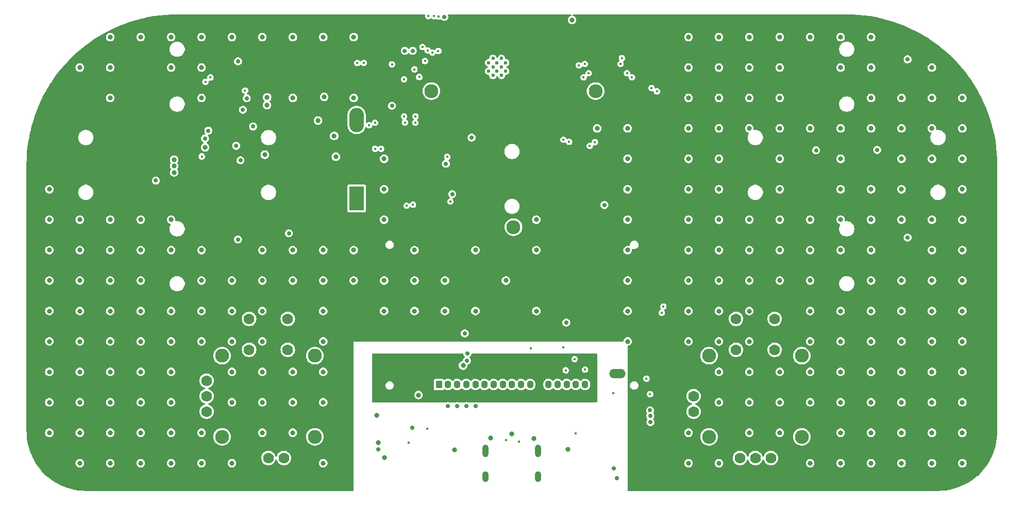
<source format=gbr>
%TF.GenerationSoftware,KiCad,Pcbnew,8.0.5*%
%TF.CreationDate,2025-03-17T19:25:21-04:00*%
%TF.ProjectId,Remote_Controller,52656d6f-7465-45f4-936f-6e74726f6c6c,rev?*%
%TF.SameCoordinates,Original*%
%TF.FileFunction,Copper,L3,Inr*%
%TF.FilePolarity,Positive*%
%FSLAX46Y46*%
G04 Gerber Fmt 4.6, Leading zero omitted, Abs format (unit mm)*
G04 Created by KiCad (PCBNEW 8.0.5) date 2025-03-17 19:25:21*
%MOMM*%
%LPD*%
G01*
G04 APERTURE LIST*
%TA.AperFunction,ComponentPad*%
%ADD10C,1.778000*%
%TD*%
%TA.AperFunction,ComponentPad*%
%ADD11C,2.286000*%
%TD*%
%TA.AperFunction,ComponentPad*%
%ADD12R,1.100000X1.300000*%
%TD*%
%TA.AperFunction,ComponentPad*%
%ADD13O,1.100000X1.300000*%
%TD*%
%TA.AperFunction,ComponentPad*%
%ADD14O,2.700000X1.500000*%
%TD*%
%TA.AperFunction,ComponentPad*%
%ADD15O,1.000000X2.100000*%
%TD*%
%TA.AperFunction,ComponentPad*%
%ADD16O,1.000000X1.800000*%
%TD*%
%TA.AperFunction,HeatsinkPad*%
%ADD17C,0.600000*%
%TD*%
%TA.AperFunction,WasherPad*%
%ADD18C,2.300000*%
%TD*%
%TA.AperFunction,ComponentPad*%
%ADD19R,2.410000X4.020000*%
%TD*%
%TA.AperFunction,ComponentPad*%
%ADD20O,2.410000X4.020000*%
%TD*%
%TA.AperFunction,ViaPad*%
%ADD21C,0.800000*%
%TD*%
%TA.AperFunction,ViaPad*%
%ADD22C,0.450000*%
%TD*%
%TA.AperFunction,ViaPad*%
%ADD23C,0.700000*%
%TD*%
G04 APERTURE END LIST*
D10*
%TO.N,unconnected-(JS302-SEL+-PadB1A)*%
%TO.C,JS302*%
X177825000Y-96300000D03*
%TO.N,N/C*%
X184175000Y-96300000D03*
%TO.N,GND*%
X177825000Y-101380000D03*
%TO.N,N/C*%
X184175000Y-101380000D03*
%TO.N,unconnected-(JS302-H+-PadH1)*%
X178460000Y-119160000D03*
%TO.N,unconnected-(JS302-H-PadH2)*%
X181000000Y-119160000D03*
%TO.N,unconnected-(JS302-H--PadH3)*%
X183540000Y-119160000D03*
D11*
%TO.N,unconnected-(JS302-SHIELD-PadS1)*%
X173380000Y-102332500D03*
%TO.N,unconnected-(JS302-SHIELD_1-PadS2)*%
X173380000Y-115667500D03*
%TO.N,unconnected-(JS302-SHIELD_2-PadS3)*%
X188620000Y-115667500D03*
%TO.N,unconnected-(JS302-SHIELD_3-PadS4)*%
X188620000Y-102332500D03*
D10*
%TO.N,+3V3*%
X170840000Y-106460000D03*
%TO.N,RIGHT_STICK*%
X170840000Y-109000000D03*
%TO.N,GND*%
X170840000Y-111540000D03*
%TD*%
D12*
%TO.N,/[3] User Interface/LV0*%
%TO.C,U301*%
X129000000Y-107082500D03*
D13*
%TO.N,/[3] User Interface/LV1*%
X130500000Y-107082500D03*
%TO.N,/[3] User Interface/LV2*%
X132000000Y-107082500D03*
%TO.N,/[3] User Interface/LV3*%
X133500000Y-107082500D03*
%TO.N,/[3] User Interface/LV4*%
X135000000Y-107082500D03*
%TO.N,/[3] User Interface/LC2-*%
X136500000Y-107082500D03*
%TO.N,/[3] User Interface/LC2+*%
X138000000Y-107082500D03*
%TO.N,/[3] User Interface/LC1+*%
X139500000Y-107082500D03*
%TO.N,/[3] User Interface/LC1-*%
X141000000Y-107082500D03*
%TO.N,/[3] User Interface/LVOUT*%
X142500000Y-107082500D03*
%TO.N,GND*%
X144000000Y-107082500D03*
%TO.N,+3V0*%
X145500000Y-107082500D03*
%TO.N,SPI_COPI*%
X147000000Y-107082500D03*
%TO.N,SPI_CLK*%
X148500000Y-107082500D03*
%TO.N,REGISTER_SELECT*%
X150000000Y-107082500D03*
%TO.N,{slash}RESET*%
X151500000Y-107082500D03*
%TO.N,{slash}CHIP_SELECT*%
X153000000Y-107082500D03*
D14*
%TO.N,+3V0*%
X123700000Y-105282500D03*
%TO.N,GND*%
X158300000Y-105282500D03*
%TD*%
D15*
%TO.N,unconnected-(J201-SHIELD-PadS1)_2*%
%TO.C,J201*%
X136660000Y-118000000D03*
D16*
%TO.N,unconnected-(J201-SHIELD-PadS1)*%
X136660000Y-122180000D03*
D15*
%TO.N,unconnected-(J201-SHIELD-PadS1)_3*%
X145300000Y-118000000D03*
D16*
%TO.N,unconnected-(J201-SHIELD-PadS1)_1*%
X145300000Y-122180000D03*
%TD*%
D10*
%TO.N,unconnected-(JS301-SEL+-PadB1A)*%
%TO.C,JS301*%
X97825000Y-96300000D03*
%TO.N,N/C*%
X104175000Y-96300000D03*
%TO.N,GND*%
X97825000Y-101380000D03*
%TO.N,N/C*%
X104175000Y-101380000D03*
%TO.N,+3V3*%
X98460000Y-119160000D03*
%TO.N,LEFT_STICK*%
X101000000Y-119160000D03*
%TO.N,GND*%
X103540000Y-119160000D03*
D11*
%TO.N,unconnected-(JS301-SHIELD-PadS1)*%
X93380000Y-102332500D03*
%TO.N,unconnected-(JS301-SHIELD_1-PadS2)*%
X93380000Y-115667500D03*
%TO.N,unconnected-(JS301-SHIELD_2-PadS3)*%
X108620000Y-115667500D03*
%TO.N,unconnected-(JS301-SHIELD_3-PadS4)*%
X108620000Y-102332500D03*
D10*
%TO.N,unconnected-(JS301-V+-PadV1)*%
X90840000Y-106460000D03*
%TO.N,unconnected-(JS301-V-PadV2)*%
X90840000Y-109000000D03*
%TO.N,unconnected-(JS301-V--PadV3)*%
X90840000Y-111540000D03*
%TD*%
D17*
%TO.N,GND*%
%TO.C,U202*%
X137180000Y-54200000D03*
X137180000Y-55600000D03*
X137880000Y-53500000D03*
X137880000Y-54900000D03*
X137880000Y-56300000D03*
X138555000Y-54200000D03*
X138555000Y-55600000D03*
X139280000Y-53500000D03*
X139280000Y-54900000D03*
X139280000Y-56300000D03*
X139980000Y-54200000D03*
X139980000Y-55600000D03*
%TD*%
D18*
%TO.N,*%
%TO.C,BT101*%
X127770000Y-58865000D03*
X141260000Y-81215000D03*
X154740000Y-58865000D03*
D19*
%TO.N,+9V*%
X115480000Y-76485000D03*
D20*
%TO.N,GND*%
X115480000Y-63605000D03*
%TD*%
D21*
%TO.N,GND*%
X215000000Y-100000000D03*
X190000000Y-120000000D03*
X180000000Y-115000000D03*
X105000000Y-90000000D03*
X215000000Y-75000000D03*
X80000000Y-105000000D03*
X110000000Y-85000000D03*
D22*
X123425000Y-64025000D03*
D21*
X190000000Y-65000000D03*
X190000000Y-110000000D03*
X144625000Y-115950000D03*
X65000000Y-80000000D03*
X180000000Y-100000000D03*
X200000000Y-115000000D03*
X100000000Y-110000000D03*
X135000000Y-85000000D03*
X65000000Y-115000000D03*
X175000000Y-85000000D03*
X105000000Y-110000000D03*
X90000000Y-115000000D03*
X95000000Y-105000000D03*
X85000000Y-105000000D03*
X110000000Y-120000000D03*
X95000000Y-90000000D03*
X200000000Y-95000000D03*
X120000000Y-80000000D03*
X180000000Y-85000000D03*
D23*
X135000000Y-110625000D03*
D21*
X85000000Y-55000000D03*
X130000000Y-90000000D03*
X118750000Y-112150000D03*
X180000000Y-60000000D03*
D22*
X159075000Y-53450000D03*
D21*
X185000000Y-90000000D03*
D23*
X134375000Y-66500000D03*
D21*
X110000000Y-90000000D03*
X140975000Y-115150000D03*
X100000000Y-95000000D03*
X85000000Y-120000000D03*
D23*
X82500000Y-73575000D03*
X91125000Y-65375000D03*
D21*
X125000000Y-95000000D03*
X80000000Y-100000000D03*
X120000000Y-90000000D03*
X195000000Y-75000000D03*
X195000000Y-100000000D03*
X120000000Y-95000000D03*
X185000000Y-50000000D03*
X115000000Y-85000000D03*
X180000000Y-95000000D03*
X85000000Y-50000000D03*
X110000000Y-100000000D03*
X155000000Y-65000000D03*
D23*
X96000000Y-83250000D03*
D21*
X195000000Y-110000000D03*
X111800000Y-66225000D03*
X75000000Y-55000000D03*
X85000000Y-95000000D03*
X215000000Y-65000000D03*
X90000000Y-90000000D03*
X200000000Y-50000000D03*
D22*
X90650000Y-57350000D03*
D21*
X200000000Y-120000000D03*
X95000000Y-110000000D03*
X190000000Y-100000000D03*
X210000000Y-65000000D03*
X175000000Y-50000000D03*
X75000000Y-50000000D03*
X205000000Y-105000000D03*
D22*
X127925000Y-52550000D03*
D21*
X185000000Y-80000000D03*
X195000000Y-80000000D03*
X80000000Y-120000000D03*
X200000000Y-90000000D03*
D23*
X133675000Y-102000000D03*
D21*
X85000000Y-80000000D03*
X105000000Y-60000000D03*
X205000000Y-110000000D03*
X140000000Y-90000000D03*
X105000000Y-85000000D03*
X175000000Y-60000000D03*
X90000000Y-50000000D03*
D22*
X128200000Y-46550000D03*
D21*
X200000000Y-110000000D03*
X75000000Y-120000000D03*
X100775000Y-59900000D03*
X175000000Y-55000000D03*
X145000000Y-85000000D03*
X205000000Y-90000000D03*
D23*
X201000000Y-68525000D03*
D21*
X170000000Y-55000000D03*
D22*
X127150000Y-52175000D03*
D21*
X170000000Y-115000000D03*
X75000000Y-80000000D03*
D22*
X130375000Y-69675000D03*
D21*
X132975000Y-103950000D03*
D23*
X163750000Y-113250000D03*
D21*
X170000000Y-95000000D03*
X70000000Y-120000000D03*
X210000000Y-70000000D03*
D22*
X130900000Y-77000000D03*
D21*
X160000000Y-85000000D03*
X80000000Y-90000000D03*
D23*
X163700000Y-111325000D03*
D21*
X90000000Y-85000000D03*
D22*
X128975000Y-46625000D03*
D21*
X75000000Y-110000000D03*
D23*
X206000000Y-82925000D03*
D21*
X110000000Y-105000000D03*
X150875000Y-47175000D03*
X170000000Y-90000000D03*
X180000000Y-110000000D03*
X135000000Y-95000000D03*
X100000000Y-100000000D03*
X85500000Y-70150000D03*
X205000000Y-115000000D03*
X120075000Y-119050000D03*
X85000000Y-85000000D03*
X170000000Y-80000000D03*
X170000000Y-100000000D03*
X75000000Y-95000000D03*
D23*
X156200000Y-77587500D03*
D22*
X125125000Y-64050000D03*
D23*
X96000000Y-53975000D03*
D21*
X195000000Y-115000000D03*
D22*
X149450000Y-66850000D03*
D21*
X105000000Y-115000000D03*
X215000000Y-85000000D03*
X195000000Y-85000000D03*
X70000000Y-90000000D03*
X170000000Y-60000000D03*
D22*
X123700000Y-77700000D03*
D21*
X200000000Y-65000000D03*
X180000000Y-55000000D03*
X100000000Y-90000000D03*
X190000000Y-50000000D03*
X185000000Y-85000000D03*
X112075000Y-69650000D03*
X90000000Y-60000000D03*
X75000000Y-90000000D03*
X105000000Y-50000000D03*
X120000000Y-75000000D03*
D22*
X154625000Y-67250000D03*
D21*
X85000000Y-110000000D03*
D22*
X115600000Y-54250000D03*
D21*
X70000000Y-110000000D03*
X210000000Y-100000000D03*
X80000000Y-115000000D03*
X175000000Y-110000000D03*
X65000000Y-110000000D03*
X85500000Y-71150000D03*
D23*
X121300000Y-61275000D03*
D21*
X195000000Y-65000000D03*
X205000000Y-100000000D03*
X215000000Y-110000000D03*
X70000000Y-95000000D03*
X185000000Y-65000000D03*
X195000000Y-120000000D03*
X205000000Y-60000000D03*
X215000000Y-115000000D03*
X205000000Y-120000000D03*
X90000000Y-55000000D03*
X215000000Y-95000000D03*
X175000000Y-65000000D03*
X210000000Y-105000000D03*
D23*
X206000000Y-53650000D03*
D21*
X115000000Y-90000000D03*
X110000000Y-95000000D03*
D22*
X160725000Y-56600000D03*
D21*
X75000000Y-100000000D03*
X95000000Y-100000000D03*
D23*
X124700000Y-52250000D03*
D21*
X70000000Y-85000000D03*
X80000000Y-95000000D03*
D22*
X152000000Y-54625000D03*
D21*
X200000000Y-85000000D03*
X131600000Y-117775000D03*
X100750000Y-61175000D03*
X160000000Y-75000000D03*
X200000000Y-105000000D03*
X119000000Y-116625000D03*
X170000000Y-120000000D03*
X160000000Y-95000000D03*
X195000000Y-95000000D03*
D22*
X117550000Y-64475000D03*
D21*
X90000000Y-120000000D03*
X175000000Y-70000000D03*
X145000000Y-95000000D03*
X105000000Y-105000000D03*
X100000000Y-50000000D03*
X170000000Y-70000000D03*
X210000000Y-120000000D03*
X90000000Y-95000000D03*
X100000000Y-105000000D03*
D23*
X190975000Y-68600000D03*
D21*
X185000000Y-60000000D03*
X85500000Y-72225000D03*
D23*
X132000000Y-110625000D03*
D21*
X110000000Y-50000000D03*
X205000000Y-65000000D03*
X100000000Y-115000000D03*
X190000000Y-90000000D03*
X80000000Y-50000000D03*
X95000000Y-95000000D03*
X180000000Y-105000000D03*
D22*
X119500000Y-68350000D03*
D21*
X70000000Y-80000000D03*
X160000000Y-100000000D03*
X185000000Y-55000000D03*
X180000000Y-50000000D03*
X185000000Y-105000000D03*
X190000000Y-80000000D03*
X215000000Y-105000000D03*
X175000000Y-100000000D03*
X75000000Y-85000000D03*
X205000000Y-80000000D03*
X65000000Y-100000000D03*
X65000000Y-75000000D03*
X180000000Y-65000000D03*
X70000000Y-115000000D03*
X180000000Y-80000000D03*
X137525000Y-115900000D03*
X95000000Y-50000000D03*
X150200000Y-117750000D03*
D23*
X133600000Y-103175000D03*
D21*
X95000000Y-120000000D03*
X175000000Y-75000000D03*
X195000000Y-70000000D03*
D23*
X133250000Y-98675000D03*
D21*
X170000000Y-75000000D03*
X125650000Y-108800000D03*
D22*
X164825000Y-58925000D03*
D21*
X185000000Y-75000000D03*
D22*
X127250000Y-46550000D03*
D23*
X123400000Y-52250000D03*
D21*
X120000000Y-70000000D03*
X145000000Y-80000000D03*
X160000000Y-90000000D03*
X210000000Y-60000000D03*
X70000000Y-105000000D03*
X195000000Y-50000000D03*
X210000000Y-115000000D03*
X100400000Y-69325000D03*
X80000000Y-110000000D03*
X170000000Y-85000000D03*
X90000000Y-100000000D03*
X215000000Y-60000000D03*
D22*
X152775000Y-56600000D03*
D21*
X210000000Y-110000000D03*
X210000000Y-80000000D03*
X130000000Y-95000000D03*
X195000000Y-105000000D03*
X210000000Y-55000000D03*
X190000000Y-85000000D03*
X200000000Y-60000000D03*
X75000000Y-60000000D03*
D22*
X90050000Y-69600000D03*
D23*
X133500000Y-110625000D03*
D21*
X65000000Y-90000000D03*
X70000000Y-55000000D03*
X85000000Y-100000000D03*
X170000000Y-65000000D03*
D23*
X129900000Y-46675000D03*
D21*
X185000000Y-110000000D03*
X175000000Y-120000000D03*
X185000000Y-70000000D03*
X215000000Y-90000000D03*
X65000000Y-95000000D03*
X65000000Y-105000000D03*
X200000000Y-100000000D03*
X210000000Y-85000000D03*
X205000000Y-70000000D03*
X80000000Y-80000000D03*
X110000000Y-110000000D03*
D23*
X163725000Y-112225000D03*
D21*
X115000000Y-50000000D03*
X215000000Y-120000000D03*
X75000000Y-115000000D03*
X160000000Y-70000000D03*
X100000000Y-85000000D03*
X125000000Y-90000000D03*
D22*
X97150000Y-58775000D03*
D21*
X160000000Y-80000000D03*
X200000000Y-75000000D03*
X205000000Y-75000000D03*
X195000000Y-55000000D03*
X190000000Y-95000000D03*
X210000000Y-90000000D03*
X190000000Y-105000000D03*
X175000000Y-90000000D03*
X215000000Y-70000000D03*
X210000000Y-95000000D03*
D23*
X130500000Y-110625000D03*
D21*
X205000000Y-95000000D03*
X200000000Y-55000000D03*
X70000000Y-100000000D03*
X75000000Y-105000000D03*
X80000000Y-85000000D03*
D22*
X165875000Y-94250000D03*
D21*
X175000000Y-80000000D03*
X215000000Y-80000000D03*
X200000000Y-80000000D03*
X125000000Y-85000000D03*
X85000000Y-115000000D03*
X115000000Y-60000000D03*
X160000000Y-65000000D03*
X90600000Y-68100000D03*
X170000000Y-50000000D03*
X185000000Y-115000000D03*
X180000000Y-90000000D03*
X175000000Y-95000000D03*
X65000000Y-85000000D03*
X175000000Y-105000000D03*
D23*
%TO.N,VCC*%
X104362500Y-82237500D03*
%TO.N,+3V3*%
X163775000Y-116150000D03*
X187000000Y-88500000D03*
X156200000Y-69112500D03*
X201000000Y-73975000D03*
D21*
X79300000Y-71525000D03*
D22*
X130000000Y-48900000D03*
D23*
X186975000Y-59000000D03*
D21*
X75175000Y-62500000D03*
D23*
X130450000Y-98700000D03*
X127700000Y-50200000D03*
D22*
X130000000Y-48200000D03*
D21*
X79800000Y-67475000D03*
X88025000Y-63325000D03*
D23*
X163000000Y-117200000D03*
X129000000Y-49300000D03*
D21*
X75200000Y-63675000D03*
D23*
X96000000Y-88525000D03*
X77075000Y-59000000D03*
D21*
X77425000Y-69850000D03*
D23*
X206000000Y-88500000D03*
X96000000Y-59425000D03*
X191000000Y-74375000D03*
X108150000Y-75150000D03*
D21*
X79300000Y-69850000D03*
D23*
X164175000Y-117600000D03*
D21*
X77400000Y-71550000D03*
D23*
X130025000Y-99600000D03*
X91000000Y-73950000D03*
X77125000Y-88500000D03*
X129500000Y-98700000D03*
D21*
X75175000Y-65200000D03*
D23*
X206000000Y-59000000D03*
%TO.N,/[1] Power/V_Battery*%
X97425000Y-60050000D03*
X96400000Y-70225000D03*
X98475000Y-64675000D03*
X90575000Y-66650000D03*
%TO.N,+3V0*%
X129125000Y-102375000D03*
X129125000Y-103375000D03*
D21*
X129925000Y-103975000D03*
D23*
%TO.N,VBUS*%
X119075000Y-117725000D03*
X124650000Y-114150000D03*
D22*
%TO.N,/[2] Microcontroller And Bluetooth/ENABLE*%
X124750000Y-77525000D03*
X165625000Y-95275000D03*
%TO.N,RECORD_DATA*%
X152975000Y-54400000D03*
X158850000Y-54400000D03*
%TO.N,LOCK_ROBOT*%
X159900000Y-55925000D03*
X153600000Y-55925000D03*
%TO.N,CONNECT_BT*%
X121300000Y-54475000D03*
X126725000Y-53925000D03*
%TO.N,FUNC_6*%
X124975000Y-55300000D03*
X91475000Y-56625000D03*
%TO.N,FUNC_7*%
X125775000Y-56550000D03*
X123275000Y-56925000D03*
%TO.N,FUNC_8*%
X125150000Y-63025000D03*
X123275000Y-63025000D03*
%TO.N,/[2] Microcontroller And Bluetooth/D_RAW+*%
X140000000Y-116225000D03*
X142124970Y-116425604D03*
D23*
%TO.N,/[1] Power/GATE_B*%
X95700000Y-67850000D03*
X96800000Y-61925000D03*
D22*
%TO.N,/[1] Power/GATE_U*%
X127125000Y-114350000D03*
X124075000Y-116650000D03*
%TO.N,/[2] Microcontroller And Bluetooth/IO0*%
X151450000Y-115125000D03*
X153775000Y-67875000D03*
X157675000Y-108475000D03*
X150400000Y-67200000D03*
D23*
%TO.N,/[2] Microcontroller And Bluetooth/DTR_R*%
X158225000Y-122500000D03*
X157725000Y-120875000D03*
D22*
%TO.N,RIGHT_STICK*%
X163950000Y-58350000D03*
X128900000Y-52275000D03*
%TO.N,LEFT_STICK*%
X118525000Y-68350000D03*
X118525000Y-64050000D03*
X126300000Y-51625000D03*
X116650000Y-54225000D03*
%TO.N,SPI_COPI*%
X144100000Y-101100000D03*
X149400000Y-101000000D03*
D23*
%TO.N,{slash}CHIP_SELECT*%
X149925000Y-96900000D03*
D22*
X153000000Y-104625000D03*
%TO.N,REGISTER_SELECT*%
X151300000Y-102900000D03*
X149850000Y-104750000D03*
%TO.N,/[2] Microcontroller And Bluetooth/UART_RX*%
X163700000Y-108650000D03*
X163100000Y-106100000D03*
D23*
%TO.N,/[1] Power/PWR_SW_CAP*%
X131200000Y-75800000D03*
D21*
%TO.N,/[1] Power/PW_SW_R_G_S*%
X109150000Y-63700000D03*
X110150000Y-59825000D03*
D23*
%TO.N,/[1] Power/PW_SW_R*%
X130150000Y-70800000D03*
%TD*%
%TA.AperFunction,Conductor*%
%TO.N,+3V3*%
G36*
X126685434Y-46270502D02*
G01*
X126731927Y-46324158D01*
X126742031Y-46394432D01*
X126739018Y-46409117D01*
X126738025Y-46412819D01*
X126719965Y-46550000D01*
X126738026Y-46687183D01*
X126790973Y-46815014D01*
X126790975Y-46815017D01*
X126790976Y-46815018D01*
X126875209Y-46924791D01*
X126979604Y-47004897D01*
X126984985Y-47009026D01*
X127057065Y-47038881D01*
X127112817Y-47061974D01*
X127250000Y-47080035D01*
X127387183Y-47061974D01*
X127482353Y-47022553D01*
X127515014Y-47009026D01*
X127515014Y-47009025D01*
X127515018Y-47009024D01*
X127624791Y-46924791D01*
X127625034Y-46924474D01*
X127625311Y-46924271D01*
X127630631Y-46918952D01*
X127631460Y-46919781D01*
X127682369Y-46882604D01*
X127753240Y-46878378D01*
X127815144Y-46913139D01*
X127824962Y-46924470D01*
X127825209Y-46924791D01*
X127923292Y-47000054D01*
X127934985Y-47009026D01*
X128007065Y-47038881D01*
X128062817Y-47061974D01*
X128200000Y-47080035D01*
X128337183Y-47061974D01*
X128421571Y-47027019D01*
X128465012Y-47009027D01*
X128465015Y-47009025D01*
X128465018Y-47009024D01*
X128465020Y-47009022D01*
X128472165Y-47004897D01*
X128473365Y-47006976D01*
X128528132Y-46985797D01*
X128597682Y-47000054D01*
X128615333Y-47011397D01*
X128709982Y-47084025D01*
X128771560Y-47109530D01*
X128837817Y-47136974D01*
X128975000Y-47155035D01*
X129112183Y-47136974D01*
X129196571Y-47102019D01*
X129240012Y-47084027D01*
X129240015Y-47084025D01*
X129240018Y-47084024D01*
X129240020Y-47084022D01*
X129247165Y-47079897D01*
X129248837Y-47082792D01*
X129300486Y-47062802D01*
X129370041Y-47077039D01*
X129405330Y-47104805D01*
X129409514Y-47109527D01*
X129409516Y-47109529D01*
X129409517Y-47109530D01*
X129527760Y-47214283D01*
X129667635Y-47287696D01*
X129667636Y-47287696D01*
X129667638Y-47287697D01*
X129744325Y-47306598D01*
X129821015Y-47325500D01*
X129821017Y-47325500D01*
X129978983Y-47325500D01*
X129978985Y-47325500D01*
X130132365Y-47287696D01*
X130272240Y-47214283D01*
X130390483Y-47109530D01*
X130480220Y-46979523D01*
X130536237Y-46831818D01*
X130536237Y-46831817D01*
X130536238Y-46831815D01*
X130555278Y-46675003D01*
X130555278Y-46674996D01*
X130536238Y-46518184D01*
X130499907Y-46422388D01*
X130499448Y-46421179D01*
X130493995Y-46350394D01*
X130527677Y-46287896D01*
X130589801Y-46253529D01*
X130617261Y-46250500D01*
X150661042Y-46250500D01*
X150729163Y-46270502D01*
X150775656Y-46324158D01*
X150785760Y-46394432D01*
X150756266Y-46459012D01*
X150696540Y-46497396D01*
X150691195Y-46498839D01*
X150624778Y-46515208D01*
X150624774Y-46515210D01*
X150474148Y-46594265D01*
X150474142Y-46594270D01*
X150346818Y-46707069D01*
X150346816Y-46707071D01*
X150250181Y-46847070D01*
X150250179Y-46847074D01*
X150189859Y-47006128D01*
X150169355Y-47174997D01*
X150169355Y-47175002D01*
X150189859Y-47343871D01*
X150250179Y-47502925D01*
X150250181Y-47502929D01*
X150250182Y-47502930D01*
X150346817Y-47642929D01*
X150474148Y-47755734D01*
X150624775Y-47834790D01*
X150624776Y-47834790D01*
X150624778Y-47834791D01*
X150781461Y-47873409D01*
X150789944Y-47875500D01*
X150789947Y-47875500D01*
X150960053Y-47875500D01*
X150960056Y-47875500D01*
X151125225Y-47834790D01*
X151275852Y-47755734D01*
X151403183Y-47642929D01*
X151499818Y-47502930D01*
X151560140Y-47343872D01*
X151575875Y-47214282D01*
X151580645Y-47175002D01*
X151580645Y-47174997D01*
X151560140Y-47006128D01*
X151499820Y-46847074D01*
X151499818Y-46847070D01*
X151403183Y-46707071D01*
X151403181Y-46707069D01*
X151275857Y-46594270D01*
X151275851Y-46594265D01*
X151125225Y-46515210D01*
X151125221Y-46515208D01*
X151058805Y-46498839D01*
X150997450Y-46463116D01*
X150965149Y-46399893D01*
X150972156Y-46329243D01*
X151016247Y-46273597D01*
X151083423Y-46250622D01*
X151088958Y-46250500D01*
X195955830Y-46250500D01*
X195998748Y-46250500D01*
X196001222Y-46250524D01*
X196969245Y-46269533D01*
X196974109Y-46269725D01*
X197939354Y-46326648D01*
X197944276Y-46327035D01*
X198906555Y-46421812D01*
X198911387Y-46422383D01*
X199869246Y-46554871D01*
X199874094Y-46555639D01*
X200826009Y-46725630D01*
X200830780Y-46726580D01*
X201775260Y-46933805D01*
X201780027Y-46934949D01*
X202699950Y-47175000D01*
X202715620Y-47179089D01*
X202720380Y-47180431D01*
X203645655Y-47461110D01*
X203650298Y-47462618D01*
X204495558Y-47755729D01*
X204563897Y-47779427D01*
X204568538Y-47781140D01*
X205468911Y-48133539D01*
X205473482Y-48135432D01*
X205796050Y-48276526D01*
X206359387Y-48522935D01*
X206363819Y-48524978D01*
X207233820Y-48946958D01*
X207238211Y-48949195D01*
X208090965Y-49405002D01*
X208095253Y-49407404D01*
X208929465Y-49896345D01*
X208933683Y-49898930D01*
X209272812Y-50116020D01*
X209748010Y-50420214D01*
X209752075Y-50422930D01*
X210545371Y-50975826D01*
X210549370Y-50978732D01*
X211320298Y-51562309D01*
X211324158Y-51565352D01*
X212071600Y-52178762D01*
X212075357Y-52181970D01*
X212798138Y-52824249D01*
X212801745Y-52827583D01*
X213498773Y-53497763D01*
X213502236Y-53501226D01*
X214172404Y-54198241D01*
X214175752Y-54201863D01*
X214806771Y-54911974D01*
X214818024Y-54924637D01*
X214821235Y-54928397D01*
X215372405Y-55599999D01*
X215434637Y-55675828D01*
X215437695Y-55679708D01*
X215623378Y-55925002D01*
X216021264Y-56450625D01*
X216024173Y-56454628D01*
X216142916Y-56625000D01*
X216552601Y-57212817D01*
X216577053Y-57247900D01*
X216579801Y-57252014D01*
X217101069Y-58066316D01*
X217103654Y-58070534D01*
X217592595Y-58904746D01*
X217595006Y-58909051D01*
X217710166Y-59124500D01*
X218050804Y-59761789D01*
X218053050Y-59766197D01*
X218081572Y-59825002D01*
X218469356Y-60624500D01*
X218475002Y-60636139D01*
X218477074Y-60640633D01*
X218864567Y-61526517D01*
X218866460Y-61531088D01*
X219218859Y-62431461D01*
X219220572Y-62436102D01*
X219537368Y-63349662D01*
X219538896Y-63354368D01*
X219819567Y-64279617D01*
X219820910Y-64284379D01*
X220065044Y-65219950D01*
X220066199Y-65224761D01*
X220273411Y-66169178D01*
X220274377Y-66174031D01*
X220444357Y-67125886D01*
X220445131Y-67130772D01*
X220577611Y-68088572D01*
X220578192Y-68093486D01*
X220672963Y-69055718D01*
X220673351Y-69060650D01*
X220730272Y-70025849D01*
X220730467Y-70030793D01*
X220749476Y-70998777D01*
X220749500Y-71001251D01*
X220749500Y-114798081D01*
X220749443Y-114801887D01*
X220731827Y-115384861D01*
X220731367Y-115392458D01*
X220678760Y-115971372D01*
X220677843Y-115978928D01*
X220590374Y-116553634D01*
X220589002Y-116561120D01*
X220466994Y-117129493D01*
X220465172Y-117136883D01*
X220309075Y-117696830D01*
X220306811Y-117704096D01*
X220117181Y-118253624D01*
X220114482Y-118260741D01*
X219892024Y-118797803D01*
X219888900Y-118804744D01*
X219634420Y-119327397D01*
X219630883Y-119334136D01*
X219345309Y-119840470D01*
X219341371Y-119846984D01*
X219025748Y-120335149D01*
X219021425Y-120341412D01*
X218676904Y-120809629D01*
X218672210Y-120815621D01*
X218300044Y-121262188D01*
X218294997Y-121267885D01*
X217896547Y-121691165D01*
X217891165Y-121696547D01*
X217467885Y-122094997D01*
X217462188Y-122100044D01*
X217015621Y-122472210D01*
X217009629Y-122476904D01*
X216541412Y-122821425D01*
X216535149Y-122825748D01*
X216046984Y-123141371D01*
X216040470Y-123145309D01*
X215534136Y-123430883D01*
X215527397Y-123434420D01*
X215004744Y-123688900D01*
X214997803Y-123692024D01*
X214460741Y-123914482D01*
X214453624Y-123917181D01*
X213904096Y-124106811D01*
X213896830Y-124109075D01*
X213336883Y-124265172D01*
X213329493Y-124266994D01*
X212761120Y-124389002D01*
X212753634Y-124390374D01*
X212178928Y-124477843D01*
X212171372Y-124478760D01*
X211592458Y-124531367D01*
X211584861Y-124531827D01*
X211014683Y-124549056D01*
X211001885Y-124549443D01*
X210998081Y-124549500D01*
X160126000Y-124549500D01*
X160057879Y-124529498D01*
X160011386Y-124475842D01*
X160000000Y-124423500D01*
X160000000Y-119999997D01*
X169294355Y-119999997D01*
X169294355Y-120000002D01*
X169314859Y-120168871D01*
X169375179Y-120327925D01*
X169375181Y-120327929D01*
X169390071Y-120349500D01*
X169471817Y-120467929D01*
X169599148Y-120580734D01*
X169749775Y-120659790D01*
X169749776Y-120659790D01*
X169749778Y-120659791D01*
X169906461Y-120698409D01*
X169914944Y-120700500D01*
X169914947Y-120700500D01*
X170085053Y-120700500D01*
X170085056Y-120700500D01*
X170250225Y-120659790D01*
X170400852Y-120580734D01*
X170528183Y-120467929D01*
X170624818Y-120327930D01*
X170685140Y-120168872D01*
X170705645Y-120000000D01*
X170705645Y-119999997D01*
X174294355Y-119999997D01*
X174294355Y-120000002D01*
X174314859Y-120168871D01*
X174375179Y-120327925D01*
X174375181Y-120327929D01*
X174390071Y-120349500D01*
X174471817Y-120467929D01*
X174599148Y-120580734D01*
X174749775Y-120659790D01*
X174749776Y-120659790D01*
X174749778Y-120659791D01*
X174906461Y-120698409D01*
X174914944Y-120700500D01*
X174914947Y-120700500D01*
X175085053Y-120700500D01*
X175085056Y-120700500D01*
X175250225Y-120659790D01*
X175400852Y-120580734D01*
X175528183Y-120467929D01*
X175624818Y-120327930D01*
X175685140Y-120168872D01*
X175705645Y-120000000D01*
X175685140Y-119831128D01*
X175654562Y-119750500D01*
X175624820Y-119672074D01*
X175624818Y-119672070D01*
X175528183Y-119532071D01*
X175528181Y-119532069D01*
X175400857Y-119419270D01*
X175400851Y-119419265D01*
X175250225Y-119340210D01*
X175250221Y-119340208D01*
X175085059Y-119299500D01*
X175085056Y-119299500D01*
X174914944Y-119299500D01*
X174914940Y-119299500D01*
X174749778Y-119340208D01*
X174749774Y-119340210D01*
X174599148Y-119419265D01*
X174599142Y-119419270D01*
X174471818Y-119532069D01*
X174471816Y-119532071D01*
X174375181Y-119672070D01*
X174375179Y-119672074D01*
X174314859Y-119831128D01*
X174294355Y-119999997D01*
X170705645Y-119999997D01*
X170685140Y-119831128D01*
X170654562Y-119750500D01*
X170624820Y-119672074D01*
X170624818Y-119672070D01*
X170528183Y-119532071D01*
X170528181Y-119532069D01*
X170400857Y-119419270D01*
X170400851Y-119419265D01*
X170250225Y-119340210D01*
X170250221Y-119340208D01*
X170085059Y-119299500D01*
X170085056Y-119299500D01*
X169914944Y-119299500D01*
X169914940Y-119299500D01*
X169749778Y-119340208D01*
X169749774Y-119340210D01*
X169599148Y-119419265D01*
X169599142Y-119419270D01*
X169471818Y-119532069D01*
X169471816Y-119532071D01*
X169375181Y-119672070D01*
X169375179Y-119672074D01*
X169314859Y-119831128D01*
X169294355Y-119999997D01*
X160000000Y-119999997D01*
X160000000Y-119160000D01*
X177265404Y-119160000D01*
X177285744Y-119379507D01*
X177329151Y-119532069D01*
X177346072Y-119591538D01*
X177444334Y-119788874D01*
X177444335Y-119788875D01*
X177577181Y-119964793D01*
X177740095Y-120113308D01*
X177740096Y-120113309D01*
X177927513Y-120229353D01*
X177927520Y-120229356D01*
X177927523Y-120229358D01*
X177927527Y-120229359D01*
X177927528Y-120229360D01*
X178133078Y-120308991D01*
X178133083Y-120308993D01*
X178349777Y-120349500D01*
X178349779Y-120349500D01*
X178570221Y-120349500D01*
X178570223Y-120349500D01*
X178786917Y-120308993D01*
X178992477Y-120229358D01*
X178992482Y-120229354D01*
X178992486Y-120229353D01*
X179179903Y-120113309D01*
X179179902Y-120113309D01*
X179179905Y-120113308D01*
X179342817Y-119964794D01*
X179475666Y-119788874D01*
X179573928Y-119591538D01*
X179608810Y-119468938D01*
X179646690Y-119408892D01*
X179711021Y-119378858D01*
X179781377Y-119388371D01*
X179835422Y-119434411D01*
X179851189Y-119468937D01*
X179886072Y-119591538D01*
X179984334Y-119788874D01*
X179984335Y-119788875D01*
X180117181Y-119964793D01*
X180280095Y-120113308D01*
X180280096Y-120113309D01*
X180467513Y-120229353D01*
X180467520Y-120229356D01*
X180467523Y-120229358D01*
X180467527Y-120229359D01*
X180467528Y-120229360D01*
X180673078Y-120308991D01*
X180673083Y-120308993D01*
X180889777Y-120349500D01*
X180889779Y-120349500D01*
X181110221Y-120349500D01*
X181110223Y-120349500D01*
X181326917Y-120308993D01*
X181532477Y-120229358D01*
X181532482Y-120229354D01*
X181532486Y-120229353D01*
X181719903Y-120113309D01*
X181719902Y-120113309D01*
X181719905Y-120113308D01*
X181882817Y-119964794D01*
X182015666Y-119788874D01*
X182113928Y-119591538D01*
X182148810Y-119468938D01*
X182186690Y-119408892D01*
X182251021Y-119378858D01*
X182321377Y-119388371D01*
X182375422Y-119434411D01*
X182391189Y-119468937D01*
X182426072Y-119591538D01*
X182524334Y-119788874D01*
X182524335Y-119788875D01*
X182657181Y-119964793D01*
X182820095Y-120113308D01*
X182820096Y-120113309D01*
X183007513Y-120229353D01*
X183007520Y-120229356D01*
X183007523Y-120229358D01*
X183007527Y-120229359D01*
X183007528Y-120229360D01*
X183213078Y-120308991D01*
X183213083Y-120308993D01*
X183429777Y-120349500D01*
X183429779Y-120349500D01*
X183650221Y-120349500D01*
X183650223Y-120349500D01*
X183866917Y-120308993D01*
X184072477Y-120229358D01*
X184072482Y-120229354D01*
X184072486Y-120229353D01*
X184259903Y-120113309D01*
X184259902Y-120113309D01*
X184259905Y-120113308D01*
X184384201Y-119999997D01*
X189294355Y-119999997D01*
X189294355Y-120000002D01*
X189314859Y-120168871D01*
X189375179Y-120327925D01*
X189375181Y-120327929D01*
X189390071Y-120349500D01*
X189471817Y-120467929D01*
X189599148Y-120580734D01*
X189749775Y-120659790D01*
X189749776Y-120659790D01*
X189749778Y-120659791D01*
X189906461Y-120698409D01*
X189914944Y-120700500D01*
X189914947Y-120700500D01*
X190085053Y-120700500D01*
X190085056Y-120700500D01*
X190250225Y-120659790D01*
X190400852Y-120580734D01*
X190528183Y-120467929D01*
X190624818Y-120327930D01*
X190685140Y-120168872D01*
X190705645Y-120000000D01*
X190705645Y-119999997D01*
X194294355Y-119999997D01*
X194294355Y-120000002D01*
X194314859Y-120168871D01*
X194375179Y-120327925D01*
X194375181Y-120327929D01*
X194390071Y-120349500D01*
X194471817Y-120467929D01*
X194599148Y-120580734D01*
X194749775Y-120659790D01*
X194749776Y-120659790D01*
X194749778Y-120659791D01*
X194906461Y-120698409D01*
X194914944Y-120700500D01*
X194914947Y-120700500D01*
X195085053Y-120700500D01*
X195085056Y-120700500D01*
X195250225Y-120659790D01*
X195400852Y-120580734D01*
X195528183Y-120467929D01*
X195624818Y-120327930D01*
X195685140Y-120168872D01*
X195705645Y-120000000D01*
X195705645Y-119999997D01*
X199294355Y-119999997D01*
X199294355Y-120000002D01*
X199314859Y-120168871D01*
X199375179Y-120327925D01*
X199375181Y-120327929D01*
X199390071Y-120349500D01*
X199471817Y-120467929D01*
X199599148Y-120580734D01*
X199749775Y-120659790D01*
X199749776Y-120659790D01*
X199749778Y-120659791D01*
X199906461Y-120698409D01*
X199914944Y-120700500D01*
X199914947Y-120700500D01*
X200085053Y-120700500D01*
X200085056Y-120700500D01*
X200250225Y-120659790D01*
X200400852Y-120580734D01*
X200528183Y-120467929D01*
X200624818Y-120327930D01*
X200685140Y-120168872D01*
X200705645Y-120000000D01*
X200705645Y-119999997D01*
X204294355Y-119999997D01*
X204294355Y-120000002D01*
X204314859Y-120168871D01*
X204375179Y-120327925D01*
X204375181Y-120327929D01*
X204390071Y-120349500D01*
X204471817Y-120467929D01*
X204599148Y-120580734D01*
X204749775Y-120659790D01*
X204749776Y-120659790D01*
X204749778Y-120659791D01*
X204906461Y-120698409D01*
X204914944Y-120700500D01*
X204914947Y-120700500D01*
X205085053Y-120700500D01*
X205085056Y-120700500D01*
X205250225Y-120659790D01*
X205400852Y-120580734D01*
X205528183Y-120467929D01*
X205624818Y-120327930D01*
X205685140Y-120168872D01*
X205705645Y-120000000D01*
X205705645Y-119999997D01*
X209294355Y-119999997D01*
X209294355Y-120000002D01*
X209314859Y-120168871D01*
X209375179Y-120327925D01*
X209375181Y-120327929D01*
X209390071Y-120349500D01*
X209471817Y-120467929D01*
X209599148Y-120580734D01*
X209749775Y-120659790D01*
X209749776Y-120659790D01*
X209749778Y-120659791D01*
X209906461Y-120698409D01*
X209914944Y-120700500D01*
X209914947Y-120700500D01*
X210085053Y-120700500D01*
X210085056Y-120700500D01*
X210250225Y-120659790D01*
X210400852Y-120580734D01*
X210528183Y-120467929D01*
X210624818Y-120327930D01*
X210685140Y-120168872D01*
X210705645Y-120000000D01*
X210705645Y-119999997D01*
X214294355Y-119999997D01*
X214294355Y-120000002D01*
X214314859Y-120168871D01*
X214375179Y-120327925D01*
X214375181Y-120327929D01*
X214390071Y-120349500D01*
X214471817Y-120467929D01*
X214599148Y-120580734D01*
X214749775Y-120659790D01*
X214749776Y-120659790D01*
X214749778Y-120659791D01*
X214906461Y-120698409D01*
X214914944Y-120700500D01*
X214914947Y-120700500D01*
X215085053Y-120700500D01*
X215085056Y-120700500D01*
X215250225Y-120659790D01*
X215400852Y-120580734D01*
X215528183Y-120467929D01*
X215624818Y-120327930D01*
X215685140Y-120168872D01*
X215705645Y-120000000D01*
X215685140Y-119831128D01*
X215654562Y-119750500D01*
X215624820Y-119672074D01*
X215624818Y-119672070D01*
X215528183Y-119532071D01*
X215528181Y-119532069D01*
X215400857Y-119419270D01*
X215400851Y-119419265D01*
X215250225Y-119340210D01*
X215250221Y-119340208D01*
X215085059Y-119299500D01*
X215085056Y-119299500D01*
X214914944Y-119299500D01*
X214914940Y-119299500D01*
X214749778Y-119340208D01*
X214749774Y-119340210D01*
X214599148Y-119419265D01*
X214599142Y-119419270D01*
X214471818Y-119532069D01*
X214471816Y-119532071D01*
X214375181Y-119672070D01*
X214375179Y-119672074D01*
X214314859Y-119831128D01*
X214294355Y-119999997D01*
X210705645Y-119999997D01*
X210685140Y-119831128D01*
X210654562Y-119750500D01*
X210624820Y-119672074D01*
X210624818Y-119672070D01*
X210528183Y-119532071D01*
X210528181Y-119532069D01*
X210400857Y-119419270D01*
X210400851Y-119419265D01*
X210250225Y-119340210D01*
X210250221Y-119340208D01*
X210085059Y-119299500D01*
X210085056Y-119299500D01*
X209914944Y-119299500D01*
X209914940Y-119299500D01*
X209749778Y-119340208D01*
X209749774Y-119340210D01*
X209599148Y-119419265D01*
X209599142Y-119419270D01*
X209471818Y-119532069D01*
X209471816Y-119532071D01*
X209375181Y-119672070D01*
X209375179Y-119672074D01*
X209314859Y-119831128D01*
X209294355Y-119999997D01*
X205705645Y-119999997D01*
X205685140Y-119831128D01*
X205654562Y-119750500D01*
X205624820Y-119672074D01*
X205624818Y-119672070D01*
X205528183Y-119532071D01*
X205528181Y-119532069D01*
X205400857Y-119419270D01*
X205400851Y-119419265D01*
X205250225Y-119340210D01*
X205250221Y-119340208D01*
X205085059Y-119299500D01*
X205085056Y-119299500D01*
X204914944Y-119299500D01*
X204914940Y-119299500D01*
X204749778Y-119340208D01*
X204749774Y-119340210D01*
X204599148Y-119419265D01*
X204599142Y-119419270D01*
X204471818Y-119532069D01*
X204471816Y-119532071D01*
X204375181Y-119672070D01*
X204375179Y-119672074D01*
X204314859Y-119831128D01*
X204294355Y-119999997D01*
X200705645Y-119999997D01*
X200685140Y-119831128D01*
X200654562Y-119750500D01*
X200624820Y-119672074D01*
X200624818Y-119672070D01*
X200528183Y-119532071D01*
X200528181Y-119532069D01*
X200400857Y-119419270D01*
X200400851Y-119419265D01*
X200250225Y-119340210D01*
X200250221Y-119340208D01*
X200085059Y-119299500D01*
X200085056Y-119299500D01*
X199914944Y-119299500D01*
X199914940Y-119299500D01*
X199749778Y-119340208D01*
X199749774Y-119340210D01*
X199599148Y-119419265D01*
X199599142Y-119419270D01*
X199471818Y-119532069D01*
X199471816Y-119532071D01*
X199375181Y-119672070D01*
X199375179Y-119672074D01*
X199314859Y-119831128D01*
X199294355Y-119999997D01*
X195705645Y-119999997D01*
X195685140Y-119831128D01*
X195654562Y-119750500D01*
X195624820Y-119672074D01*
X195624818Y-119672070D01*
X195528183Y-119532071D01*
X195528181Y-119532069D01*
X195400857Y-119419270D01*
X195400851Y-119419265D01*
X195250225Y-119340210D01*
X195250221Y-119340208D01*
X195085059Y-119299500D01*
X195085056Y-119299500D01*
X194914944Y-119299500D01*
X194914940Y-119299500D01*
X194749778Y-119340208D01*
X194749774Y-119340210D01*
X194599148Y-119419265D01*
X194599142Y-119419270D01*
X194471818Y-119532069D01*
X194471816Y-119532071D01*
X194375181Y-119672070D01*
X194375179Y-119672074D01*
X194314859Y-119831128D01*
X194294355Y-119999997D01*
X190705645Y-119999997D01*
X190685140Y-119831128D01*
X190654562Y-119750500D01*
X190624820Y-119672074D01*
X190624818Y-119672070D01*
X190528183Y-119532071D01*
X190528181Y-119532069D01*
X190400857Y-119419270D01*
X190400851Y-119419265D01*
X190250225Y-119340210D01*
X190250221Y-119340208D01*
X190085059Y-119299500D01*
X190085056Y-119299500D01*
X189914944Y-119299500D01*
X189914940Y-119299500D01*
X189749778Y-119340208D01*
X189749774Y-119340210D01*
X189599148Y-119419265D01*
X189599142Y-119419270D01*
X189471818Y-119532069D01*
X189471816Y-119532071D01*
X189375181Y-119672070D01*
X189375179Y-119672074D01*
X189314859Y-119831128D01*
X189294355Y-119999997D01*
X184384201Y-119999997D01*
X184422817Y-119964794D01*
X184555666Y-119788874D01*
X184653928Y-119591538D01*
X184714256Y-119379506D01*
X184734596Y-119160000D01*
X184714256Y-118940494D01*
X184653928Y-118728462D01*
X184555666Y-118531126D01*
X184494780Y-118450500D01*
X184422818Y-118355206D01*
X184259904Y-118206691D01*
X184259903Y-118206690D01*
X184072486Y-118090646D01*
X184072471Y-118090639D01*
X183866921Y-118011008D01*
X183866922Y-118011008D01*
X183866917Y-118011007D01*
X183650223Y-117970500D01*
X183429777Y-117970500D01*
X183266258Y-118001066D01*
X183213077Y-118011008D01*
X183007528Y-118090639D01*
X183007513Y-118090646D01*
X182820096Y-118206690D01*
X182820095Y-118206691D01*
X182657181Y-118355206D01*
X182524335Y-118531124D01*
X182426072Y-118728462D01*
X182426069Y-118728470D01*
X182391190Y-118851060D01*
X182353310Y-118911107D01*
X182288979Y-118941141D01*
X182218623Y-118931628D01*
X182164578Y-118885588D01*
X182148810Y-118851060D01*
X182113930Y-118728470D01*
X182113928Y-118728462D01*
X182015666Y-118531126D01*
X181954780Y-118450500D01*
X181882818Y-118355206D01*
X181719904Y-118206691D01*
X181719903Y-118206690D01*
X181532486Y-118090646D01*
X181532471Y-118090639D01*
X181326921Y-118011008D01*
X181326922Y-118011008D01*
X181326917Y-118011007D01*
X181110223Y-117970500D01*
X180889777Y-117970500D01*
X180726258Y-118001066D01*
X180673077Y-118011008D01*
X180467528Y-118090639D01*
X180467513Y-118090646D01*
X180280096Y-118206690D01*
X180280095Y-118206691D01*
X180117181Y-118355206D01*
X179984335Y-118531124D01*
X179886072Y-118728462D01*
X179886069Y-118728470D01*
X179851190Y-118851060D01*
X179813310Y-118911107D01*
X179748979Y-118941141D01*
X179678623Y-118931628D01*
X179624578Y-118885588D01*
X179608810Y-118851060D01*
X179573930Y-118728470D01*
X179573928Y-118728462D01*
X179475666Y-118531126D01*
X179414780Y-118450500D01*
X179342818Y-118355206D01*
X179179904Y-118206691D01*
X179179903Y-118206690D01*
X178992486Y-118090646D01*
X178992471Y-118090639D01*
X178786921Y-118011008D01*
X178786922Y-118011008D01*
X178786917Y-118011007D01*
X178570223Y-117970500D01*
X178349777Y-117970500D01*
X178186258Y-118001066D01*
X178133077Y-118011008D01*
X177927528Y-118090639D01*
X177927513Y-118090646D01*
X177740096Y-118206690D01*
X177740095Y-118206691D01*
X177577181Y-118355206D01*
X177444335Y-118531124D01*
X177346072Y-118728462D01*
X177346069Y-118728470D01*
X177285744Y-118940492D01*
X177265404Y-119160000D01*
X160000000Y-119160000D01*
X160000000Y-114999997D01*
X169294355Y-114999997D01*
X169294355Y-115000002D01*
X169314859Y-115168871D01*
X169375179Y-115327925D01*
X169375181Y-115327929D01*
X169445005Y-115429085D01*
X169471817Y-115467929D01*
X169599148Y-115580734D01*
X169749775Y-115659790D01*
X169749776Y-115659790D01*
X169749778Y-115659791D01*
X169892487Y-115694965D01*
X169914944Y-115700500D01*
X169914947Y-115700500D01*
X170085053Y-115700500D01*
X170085056Y-115700500D01*
X170218944Y-115667500D01*
X171931553Y-115667500D01*
X171950451Y-115895569D01*
X171951309Y-115905914D01*
X172010032Y-116137806D01*
X172010035Y-116137813D01*
X172106128Y-116356884D01*
X172236969Y-116557152D01*
X172236972Y-116557155D01*
X172398994Y-116733157D01*
X172587775Y-116880091D01*
X172798165Y-116993949D01*
X173024427Y-117071625D01*
X173260388Y-117111000D01*
X173260392Y-117111000D01*
X173499608Y-117111000D01*
X173499612Y-117111000D01*
X173735573Y-117071625D01*
X173961835Y-116993949D01*
X174172225Y-116880091D01*
X174361006Y-116733157D01*
X174523028Y-116557155D01*
X174653871Y-116356885D01*
X174749966Y-116137810D01*
X174808692Y-115905907D01*
X174828447Y-115667500D01*
X174808692Y-115429093D01*
X174749966Y-115197190D01*
X174663469Y-114999997D01*
X179294355Y-114999997D01*
X179294355Y-115000002D01*
X179314859Y-115168871D01*
X179375179Y-115327925D01*
X179375181Y-115327929D01*
X179445005Y-115429085D01*
X179471817Y-115467929D01*
X179599148Y-115580734D01*
X179749775Y-115659790D01*
X179749776Y-115659790D01*
X179749778Y-115659791D01*
X179892487Y-115694965D01*
X179914944Y-115700500D01*
X179914947Y-115700500D01*
X180085053Y-115700500D01*
X180085056Y-115700500D01*
X180250225Y-115659790D01*
X180400852Y-115580734D01*
X180528183Y-115467929D01*
X180624818Y-115327930D01*
X180685140Y-115168872D01*
X180705645Y-115000000D01*
X180705645Y-114999997D01*
X184294355Y-114999997D01*
X184294355Y-115000002D01*
X184314859Y-115168871D01*
X184375179Y-115327925D01*
X184375181Y-115327929D01*
X184445005Y-115429085D01*
X184471817Y-115467929D01*
X184599148Y-115580734D01*
X184749775Y-115659790D01*
X184749776Y-115659790D01*
X184749778Y-115659791D01*
X184892487Y-115694965D01*
X184914944Y-115700500D01*
X184914947Y-115700500D01*
X185085053Y-115700500D01*
X185085056Y-115700500D01*
X185218944Y-115667500D01*
X187171553Y-115667500D01*
X187190451Y-115895569D01*
X187191309Y-115905914D01*
X187250032Y-116137806D01*
X187250035Y-116137813D01*
X187346128Y-116356884D01*
X187476969Y-116557152D01*
X187476972Y-116557155D01*
X187638994Y-116733157D01*
X187827775Y-116880091D01*
X188038165Y-116993949D01*
X188264427Y-117071625D01*
X188500388Y-117111000D01*
X188500392Y-117111000D01*
X188739608Y-117111000D01*
X188739612Y-117111000D01*
X188975573Y-117071625D01*
X189201835Y-116993949D01*
X189412225Y-116880091D01*
X189601006Y-116733157D01*
X189763028Y-116557155D01*
X189893871Y-116356885D01*
X189989966Y-116137810D01*
X190048692Y-115905907D01*
X190068447Y-115667500D01*
X190048692Y-115429093D01*
X189989966Y-115197190D01*
X189903469Y-114999997D01*
X194294355Y-114999997D01*
X194294355Y-115000002D01*
X194314859Y-115168871D01*
X194375179Y-115327925D01*
X194375181Y-115327929D01*
X194445005Y-115429085D01*
X194471817Y-115467929D01*
X194599148Y-115580734D01*
X194749775Y-115659790D01*
X194749776Y-115659790D01*
X194749778Y-115659791D01*
X194892487Y-115694965D01*
X194914944Y-115700500D01*
X194914947Y-115700500D01*
X195085053Y-115700500D01*
X195085056Y-115700500D01*
X195250225Y-115659790D01*
X195400852Y-115580734D01*
X195528183Y-115467929D01*
X195624818Y-115327930D01*
X195685140Y-115168872D01*
X195705645Y-115000000D01*
X195705645Y-114999997D01*
X199294355Y-114999997D01*
X199294355Y-115000002D01*
X199314859Y-115168871D01*
X199375179Y-115327925D01*
X199375181Y-115327929D01*
X199445005Y-115429085D01*
X199471817Y-115467929D01*
X199599148Y-115580734D01*
X199749775Y-115659790D01*
X199749776Y-115659790D01*
X199749778Y-115659791D01*
X199892487Y-115694965D01*
X199914944Y-115700500D01*
X199914947Y-115700500D01*
X200085053Y-115700500D01*
X200085056Y-115700500D01*
X200250225Y-115659790D01*
X200400852Y-115580734D01*
X200528183Y-115467929D01*
X200624818Y-115327930D01*
X200685140Y-115168872D01*
X200705645Y-115000000D01*
X200705645Y-114999997D01*
X204294355Y-114999997D01*
X204294355Y-115000002D01*
X204314859Y-115168871D01*
X204375179Y-115327925D01*
X204375181Y-115327929D01*
X204445005Y-115429085D01*
X204471817Y-115467929D01*
X204599148Y-115580734D01*
X204749775Y-115659790D01*
X204749776Y-115659790D01*
X204749778Y-115659791D01*
X204892487Y-115694965D01*
X204914944Y-115700500D01*
X204914947Y-115700500D01*
X205085053Y-115700500D01*
X205085056Y-115700500D01*
X205250225Y-115659790D01*
X205400852Y-115580734D01*
X205528183Y-115467929D01*
X205624818Y-115327930D01*
X205685140Y-115168872D01*
X205705645Y-115000000D01*
X205705645Y-114999997D01*
X209294355Y-114999997D01*
X209294355Y-115000002D01*
X209314859Y-115168871D01*
X209375179Y-115327925D01*
X209375181Y-115327929D01*
X209445005Y-115429085D01*
X209471817Y-115467929D01*
X209599148Y-115580734D01*
X209749775Y-115659790D01*
X209749776Y-115659790D01*
X209749778Y-115659791D01*
X209892487Y-115694965D01*
X209914944Y-115700500D01*
X209914947Y-115700500D01*
X210085053Y-115700500D01*
X210085056Y-115700500D01*
X210250225Y-115659790D01*
X210400852Y-115580734D01*
X210528183Y-115467929D01*
X210624818Y-115327930D01*
X210685140Y-115168872D01*
X210705645Y-115000000D01*
X210705645Y-114999997D01*
X214294355Y-114999997D01*
X214294355Y-115000002D01*
X214314859Y-115168871D01*
X214375179Y-115327925D01*
X214375181Y-115327929D01*
X214445005Y-115429085D01*
X214471817Y-115467929D01*
X214599148Y-115580734D01*
X214749775Y-115659790D01*
X214749776Y-115659790D01*
X214749778Y-115659791D01*
X214892487Y-115694965D01*
X214914944Y-115700500D01*
X214914947Y-115700500D01*
X215085053Y-115700500D01*
X215085056Y-115700500D01*
X215250225Y-115659790D01*
X215400852Y-115580734D01*
X215528183Y-115467929D01*
X215624818Y-115327930D01*
X215685140Y-115168872D01*
X215705645Y-115000000D01*
X215703353Y-114981128D01*
X215685140Y-114831128D01*
X215624820Y-114672074D01*
X215624818Y-114672070D01*
X215528183Y-114532071D01*
X215528181Y-114532069D01*
X215400857Y-114419270D01*
X215400851Y-114419265D01*
X215250225Y-114340210D01*
X215250221Y-114340208D01*
X215085059Y-114299500D01*
X215085056Y-114299500D01*
X214914944Y-114299500D01*
X214914940Y-114299500D01*
X214749778Y-114340208D01*
X214749774Y-114340210D01*
X214599148Y-114419265D01*
X214599142Y-114419270D01*
X214471818Y-114532069D01*
X214471816Y-114532071D01*
X214375181Y-114672070D01*
X214375179Y-114672074D01*
X214314859Y-114831128D01*
X214294355Y-114999997D01*
X210705645Y-114999997D01*
X210703353Y-114981128D01*
X210685140Y-114831128D01*
X210624820Y-114672074D01*
X210624818Y-114672070D01*
X210528183Y-114532071D01*
X210528181Y-114532069D01*
X210400857Y-114419270D01*
X210400851Y-114419265D01*
X210250225Y-114340210D01*
X210250221Y-114340208D01*
X210085059Y-114299500D01*
X210085056Y-114299500D01*
X209914944Y-114299500D01*
X209914940Y-114299500D01*
X209749778Y-114340208D01*
X209749774Y-114340210D01*
X209599148Y-114419265D01*
X209599142Y-114419270D01*
X209471818Y-114532069D01*
X209471816Y-114532071D01*
X209375181Y-114672070D01*
X209375179Y-114672074D01*
X209314859Y-114831128D01*
X209294355Y-114999997D01*
X205705645Y-114999997D01*
X205703353Y-114981128D01*
X205685140Y-114831128D01*
X205624820Y-114672074D01*
X205624818Y-114672070D01*
X205528183Y-114532071D01*
X205528181Y-114532069D01*
X205400857Y-114419270D01*
X205400851Y-114419265D01*
X205250225Y-114340210D01*
X205250221Y-114340208D01*
X205085059Y-114299500D01*
X205085056Y-114299500D01*
X204914944Y-114299500D01*
X204914940Y-114299500D01*
X204749778Y-114340208D01*
X204749774Y-114340210D01*
X204599148Y-114419265D01*
X204599142Y-114419270D01*
X204471818Y-114532069D01*
X204471816Y-114532071D01*
X204375181Y-114672070D01*
X204375179Y-114672074D01*
X204314859Y-114831128D01*
X204294355Y-114999997D01*
X200705645Y-114999997D01*
X200703353Y-114981128D01*
X200685140Y-114831128D01*
X200624820Y-114672074D01*
X200624818Y-114672070D01*
X200528183Y-114532071D01*
X200528181Y-114532069D01*
X200400857Y-114419270D01*
X200400851Y-114419265D01*
X200250225Y-114340210D01*
X200250221Y-114340208D01*
X200085059Y-114299500D01*
X200085056Y-114299500D01*
X199914944Y-114299500D01*
X199914940Y-114299500D01*
X199749778Y-114340208D01*
X199749774Y-114340210D01*
X199599148Y-114419265D01*
X199599142Y-114419270D01*
X199471818Y-114532069D01*
X199471816Y-114532071D01*
X199375181Y-114672070D01*
X199375179Y-114672074D01*
X199314859Y-114831128D01*
X199294355Y-114999997D01*
X195705645Y-114999997D01*
X195703353Y-114981128D01*
X195685140Y-114831128D01*
X195624820Y-114672074D01*
X195624818Y-114672070D01*
X195528183Y-114532071D01*
X195528181Y-114532069D01*
X195400857Y-114419270D01*
X195400851Y-114419265D01*
X195250225Y-114340210D01*
X195250221Y-114340208D01*
X195085059Y-114299500D01*
X195085056Y-114299500D01*
X194914944Y-114299500D01*
X194914940Y-114299500D01*
X194749778Y-114340208D01*
X194749774Y-114340210D01*
X194599148Y-114419265D01*
X194599142Y-114419270D01*
X194471818Y-114532069D01*
X194471816Y-114532071D01*
X194375181Y-114672070D01*
X194375179Y-114672074D01*
X194314859Y-114831128D01*
X194294355Y-114999997D01*
X189903469Y-114999997D01*
X189893871Y-114978115D01*
X189829792Y-114880035D01*
X189763030Y-114777847D01*
X189763025Y-114777842D01*
X189749082Y-114762696D01*
X189601006Y-114601843D01*
X189453691Y-114487183D01*
X189412227Y-114454910D01*
X189346361Y-114419265D01*
X189201835Y-114341051D01*
X189201831Y-114341049D01*
X189201830Y-114341049D01*
X188975577Y-114263376D01*
X188975570Y-114263374D01*
X188874584Y-114246523D01*
X188739612Y-114224000D01*
X188500388Y-114224000D01*
X188382302Y-114243705D01*
X188264429Y-114263374D01*
X188264422Y-114263376D01*
X188038169Y-114341049D01*
X187827772Y-114454910D01*
X187638994Y-114601843D01*
X187476974Y-114777842D01*
X187476969Y-114777847D01*
X187346128Y-114978115D01*
X187250035Y-115197186D01*
X187250032Y-115197193D01*
X187191309Y-115429085D01*
X187191308Y-115429091D01*
X187191308Y-115429093D01*
X187171553Y-115667500D01*
X185218944Y-115667500D01*
X185250225Y-115659790D01*
X185400852Y-115580734D01*
X185528183Y-115467929D01*
X185624818Y-115327930D01*
X185685140Y-115168872D01*
X185705645Y-115000000D01*
X185703353Y-114981128D01*
X185685140Y-114831128D01*
X185624820Y-114672074D01*
X185624818Y-114672070D01*
X185528183Y-114532071D01*
X185528181Y-114532069D01*
X185400857Y-114419270D01*
X185400851Y-114419265D01*
X185250225Y-114340210D01*
X185250221Y-114340208D01*
X185085059Y-114299500D01*
X185085056Y-114299500D01*
X184914944Y-114299500D01*
X184914940Y-114299500D01*
X184749778Y-114340208D01*
X184749774Y-114340210D01*
X184599148Y-114419265D01*
X184599142Y-114419270D01*
X184471818Y-114532069D01*
X184471816Y-114532071D01*
X184375181Y-114672070D01*
X184375179Y-114672074D01*
X184314859Y-114831128D01*
X184294355Y-114999997D01*
X180705645Y-114999997D01*
X180703353Y-114981128D01*
X180685140Y-114831128D01*
X180624820Y-114672074D01*
X180624818Y-114672070D01*
X180528183Y-114532071D01*
X180528181Y-114532069D01*
X180400857Y-114419270D01*
X180400851Y-114419265D01*
X180250225Y-114340210D01*
X180250221Y-114340208D01*
X180085059Y-114299500D01*
X180085056Y-114299500D01*
X179914944Y-114299500D01*
X179914940Y-114299500D01*
X179749778Y-114340208D01*
X179749774Y-114340210D01*
X179599148Y-114419265D01*
X179599142Y-114419270D01*
X179471818Y-114532069D01*
X179471816Y-114532071D01*
X179375181Y-114672070D01*
X179375179Y-114672074D01*
X179314859Y-114831128D01*
X179294355Y-114999997D01*
X174663469Y-114999997D01*
X174653871Y-114978115D01*
X174589792Y-114880035D01*
X174523030Y-114777847D01*
X174523025Y-114777842D01*
X174509082Y-114762696D01*
X174361006Y-114601843D01*
X174213691Y-114487183D01*
X174172227Y-114454910D01*
X174106361Y-114419265D01*
X173961835Y-114341051D01*
X173961831Y-114341049D01*
X173961830Y-114341049D01*
X173735577Y-114263376D01*
X173735570Y-114263374D01*
X173634584Y-114246523D01*
X173499612Y-114224000D01*
X173260388Y-114224000D01*
X173142302Y-114243705D01*
X173024429Y-114263374D01*
X173024422Y-114263376D01*
X172798169Y-114341049D01*
X172587772Y-114454910D01*
X172398994Y-114601843D01*
X172236974Y-114777842D01*
X172236969Y-114777847D01*
X172106128Y-114978115D01*
X172010035Y-115197186D01*
X172010032Y-115197193D01*
X171951309Y-115429085D01*
X171951308Y-115429091D01*
X171951308Y-115429093D01*
X171931553Y-115667500D01*
X170218944Y-115667500D01*
X170250225Y-115659790D01*
X170400852Y-115580734D01*
X170528183Y-115467929D01*
X170624818Y-115327930D01*
X170685140Y-115168872D01*
X170705645Y-115000000D01*
X170703353Y-114981128D01*
X170685140Y-114831128D01*
X170624820Y-114672074D01*
X170624818Y-114672070D01*
X170528183Y-114532071D01*
X170528181Y-114532069D01*
X170400857Y-114419270D01*
X170400851Y-114419265D01*
X170250225Y-114340210D01*
X170250221Y-114340208D01*
X170085059Y-114299500D01*
X170085056Y-114299500D01*
X169914944Y-114299500D01*
X169914940Y-114299500D01*
X169749778Y-114340208D01*
X169749774Y-114340210D01*
X169599148Y-114419265D01*
X169599142Y-114419270D01*
X169471818Y-114532069D01*
X169471816Y-114532071D01*
X169375181Y-114672070D01*
X169375179Y-114672074D01*
X169314859Y-114831128D01*
X169294355Y-114999997D01*
X160000000Y-114999997D01*
X160000000Y-111324996D01*
X163044722Y-111324996D01*
X163044722Y-111325003D01*
X163063761Y-111481815D01*
X163085828Y-111540000D01*
X163119780Y-111629523D01*
X163119781Y-111629525D01*
X163119782Y-111629526D01*
X163119783Y-111629529D01*
X163183289Y-111721533D01*
X163205525Y-111788958D01*
X163187778Y-111857700D01*
X163183290Y-111864684D01*
X163144782Y-111920472D01*
X163144782Y-111920473D01*
X163088761Y-112068184D01*
X163069722Y-112224996D01*
X163069722Y-112225003D01*
X163088761Y-112381815D01*
X163116771Y-112455670D01*
X163144780Y-112529523D01*
X163144781Y-112529525D01*
X163144782Y-112529526D01*
X163144783Y-112529529D01*
X163234516Y-112659529D01*
X163239573Y-112665237D01*
X163238266Y-112666394D01*
X163270992Y-112718560D01*
X163270217Y-112789553D01*
X163253412Y-112824313D01*
X163169783Y-112945470D01*
X163169782Y-112945473D01*
X163113761Y-113093184D01*
X163094722Y-113249996D01*
X163094722Y-113250003D01*
X163113761Y-113406815D01*
X163141771Y-113480670D01*
X163169780Y-113554523D01*
X163169781Y-113554525D01*
X163169782Y-113554526D01*
X163169783Y-113554529D01*
X163259516Y-113684529D01*
X163259517Y-113684530D01*
X163377760Y-113789283D01*
X163517635Y-113862696D01*
X163517636Y-113862696D01*
X163517638Y-113862697D01*
X163594325Y-113881598D01*
X163671015Y-113900500D01*
X163671017Y-113900500D01*
X163828983Y-113900500D01*
X163828985Y-113900500D01*
X163982365Y-113862696D01*
X164122240Y-113789283D01*
X164240483Y-113684530D01*
X164330220Y-113554523D01*
X164386237Y-113406818D01*
X164386237Y-113406817D01*
X164386238Y-113406815D01*
X164405278Y-113250003D01*
X164405278Y-113249996D01*
X164386238Y-113093184D01*
X164378392Y-113072498D01*
X164330220Y-112945477D01*
X164330216Y-112945472D01*
X164330216Y-112945470D01*
X164240483Y-112815470D01*
X164235427Y-112809763D01*
X164236733Y-112808605D01*
X164204006Y-112756437D01*
X164204782Y-112685445D01*
X164221584Y-112650690D01*
X164305220Y-112529523D01*
X164361237Y-112381818D01*
X164361237Y-112381817D01*
X164361238Y-112381815D01*
X164380278Y-112225003D01*
X164380278Y-112224996D01*
X164361238Y-112068184D01*
X164353392Y-112047498D01*
X164305220Y-111920477D01*
X164305216Y-111920472D01*
X164305216Y-111920470D01*
X164241710Y-111828466D01*
X164219474Y-111761042D01*
X164237221Y-111692299D01*
X164241711Y-111685313D01*
X164280215Y-111629530D01*
X164280214Y-111629530D01*
X164280220Y-111629523D01*
X164336237Y-111481818D01*
X164336237Y-111481817D01*
X164336238Y-111481815D01*
X164355278Y-111325003D01*
X164355278Y-111324996D01*
X164336238Y-111168184D01*
X164313588Y-111108462D01*
X164280220Y-111020477D01*
X164280216Y-111020472D01*
X164280216Y-111020470D01*
X164190483Y-110890470D01*
X164190481Y-110890468D01*
X164072240Y-110785717D01*
X163932365Y-110712304D01*
X163932361Y-110712302D01*
X163778987Y-110674500D01*
X163778985Y-110674500D01*
X163621015Y-110674500D01*
X163621012Y-110674500D01*
X163467638Y-110712302D01*
X163467634Y-110712304D01*
X163327759Y-110785717D01*
X163209518Y-110890468D01*
X163209516Y-110890470D01*
X163119783Y-111020470D01*
X163119782Y-111020473D01*
X163063761Y-111168184D01*
X163044722Y-111324996D01*
X160000000Y-111324996D01*
X160000000Y-108650000D01*
X163169965Y-108650000D01*
X163188026Y-108787183D01*
X163240973Y-108915014D01*
X163240975Y-108915017D01*
X163240976Y-108915018D01*
X163325209Y-109024791D01*
X163434982Y-109109024D01*
X163434985Y-109109026D01*
X163507065Y-109138881D01*
X163562817Y-109161974D01*
X163700000Y-109180035D01*
X163837183Y-109161974D01*
X163932353Y-109122553D01*
X163965014Y-109109026D01*
X163965014Y-109109025D01*
X163965018Y-109109024D01*
X164074791Y-109024791D01*
X164093814Y-109000000D01*
X169645404Y-109000000D01*
X169665744Y-109219507D01*
X169700086Y-109340208D01*
X169726072Y-109431538D01*
X169824334Y-109628874D01*
X169824335Y-109628875D01*
X169957181Y-109804793D01*
X170120095Y-109953308D01*
X170120096Y-109953309D01*
X170307513Y-110069353D01*
X170307520Y-110069356D01*
X170307523Y-110069358D01*
X170307527Y-110069359D01*
X170307528Y-110069360D01*
X170518515Y-110151098D01*
X170518034Y-110152339D01*
X170572486Y-110186691D01*
X170602520Y-110251022D01*
X170593006Y-110321379D01*
X170546965Y-110375423D01*
X170518354Y-110388488D01*
X170518515Y-110388902D01*
X170307528Y-110470639D01*
X170307513Y-110470646D01*
X170120096Y-110586690D01*
X170120095Y-110586691D01*
X169957181Y-110735206D01*
X169824335Y-110911124D01*
X169726072Y-111108462D01*
X169726069Y-111108470D01*
X169665744Y-111320492D01*
X169645404Y-111540000D01*
X169665744Y-111759507D01*
X169711542Y-111920473D01*
X169726072Y-111971538D01*
X169824334Y-112168874D01*
X169824335Y-112168875D01*
X169957181Y-112344793D01*
X170120095Y-112493308D01*
X170120096Y-112493309D01*
X170307513Y-112609353D01*
X170307520Y-112609356D01*
X170307523Y-112609358D01*
X170307527Y-112609359D01*
X170307528Y-112609360D01*
X170513078Y-112688991D01*
X170513083Y-112688993D01*
X170729777Y-112729500D01*
X170729779Y-112729500D01*
X170950221Y-112729500D01*
X170950223Y-112729500D01*
X171166917Y-112688993D01*
X171372477Y-112609358D01*
X171372482Y-112609354D01*
X171372486Y-112609353D01*
X171559903Y-112493309D01*
X171559902Y-112493309D01*
X171559905Y-112493308D01*
X171722817Y-112344794D01*
X171855666Y-112168874D01*
X171953928Y-111971538D01*
X172014256Y-111759506D01*
X172034596Y-111540000D01*
X172014256Y-111320494D01*
X171953928Y-111108462D01*
X171855666Y-110911126D01*
X171811996Y-110853298D01*
X171722818Y-110735206D01*
X171559904Y-110586691D01*
X171559903Y-110586690D01*
X171372486Y-110470646D01*
X171372471Y-110470639D01*
X171161485Y-110388902D01*
X171161966Y-110387659D01*
X171107518Y-110353314D01*
X171077480Y-110288984D01*
X171086990Y-110218627D01*
X171133029Y-110164581D01*
X171161645Y-110151511D01*
X171161485Y-110151098D01*
X171330250Y-110085717D01*
X171372477Y-110069358D01*
X171372482Y-110069354D01*
X171372486Y-110069353D01*
X171484498Y-109999997D01*
X174294355Y-109999997D01*
X174294355Y-110000002D01*
X174314859Y-110168871D01*
X174375179Y-110327925D01*
X174375181Y-110327929D01*
X174471816Y-110467928D01*
X174471818Y-110467930D01*
X174472102Y-110468182D01*
X174599148Y-110580734D01*
X174749775Y-110659790D01*
X174749776Y-110659790D01*
X174749778Y-110659791D01*
X174906461Y-110698409D01*
X174914944Y-110700500D01*
X174914947Y-110700500D01*
X175085053Y-110700500D01*
X175085056Y-110700500D01*
X175250225Y-110659790D01*
X175400852Y-110580734D01*
X175528183Y-110467929D01*
X175624818Y-110327930D01*
X175627303Y-110321379D01*
X175653985Y-110251022D01*
X175685140Y-110168872D01*
X175705645Y-110000000D01*
X175705645Y-109999997D01*
X179294355Y-109999997D01*
X179294355Y-110000002D01*
X179314859Y-110168871D01*
X179375179Y-110327925D01*
X179375181Y-110327929D01*
X179471816Y-110467928D01*
X179471818Y-110467930D01*
X179472102Y-110468182D01*
X179599148Y-110580734D01*
X179749775Y-110659790D01*
X179749776Y-110659790D01*
X179749778Y-110659791D01*
X179906461Y-110698409D01*
X179914944Y-110700500D01*
X179914947Y-110700500D01*
X180085053Y-110700500D01*
X180085056Y-110700500D01*
X180250225Y-110659790D01*
X180400852Y-110580734D01*
X180528183Y-110467929D01*
X180624818Y-110327930D01*
X180627303Y-110321379D01*
X180653985Y-110251022D01*
X180685140Y-110168872D01*
X180705645Y-110000000D01*
X180705645Y-109999997D01*
X184294355Y-109999997D01*
X184294355Y-110000002D01*
X184314859Y-110168871D01*
X184375179Y-110327925D01*
X184375181Y-110327929D01*
X184471816Y-110467928D01*
X184471818Y-110467930D01*
X184472102Y-110468182D01*
X184599148Y-110580734D01*
X184749775Y-110659790D01*
X184749776Y-110659790D01*
X184749778Y-110659791D01*
X184906461Y-110698409D01*
X184914944Y-110700500D01*
X184914947Y-110700500D01*
X185085053Y-110700500D01*
X185085056Y-110700500D01*
X185250225Y-110659790D01*
X185400852Y-110580734D01*
X185528183Y-110467929D01*
X185624818Y-110327930D01*
X185627303Y-110321379D01*
X185653985Y-110251022D01*
X185685140Y-110168872D01*
X185705645Y-110000000D01*
X185705645Y-109999997D01*
X189294355Y-109999997D01*
X189294355Y-110000002D01*
X189314859Y-110168871D01*
X189375179Y-110327925D01*
X189375181Y-110327929D01*
X189471816Y-110467928D01*
X189471818Y-110467930D01*
X189472102Y-110468182D01*
X189599148Y-110580734D01*
X189749775Y-110659790D01*
X189749776Y-110659790D01*
X189749778Y-110659791D01*
X189906461Y-110698409D01*
X189914944Y-110700500D01*
X189914947Y-110700500D01*
X190085053Y-110700500D01*
X190085056Y-110700500D01*
X190250225Y-110659790D01*
X190400852Y-110580734D01*
X190528183Y-110467929D01*
X190624818Y-110327930D01*
X190627303Y-110321379D01*
X190653985Y-110251022D01*
X190685140Y-110168872D01*
X190705645Y-110000000D01*
X190705645Y-109999997D01*
X194294355Y-109999997D01*
X194294355Y-110000002D01*
X194314859Y-110168871D01*
X194375179Y-110327925D01*
X194375181Y-110327929D01*
X194471816Y-110467928D01*
X194471818Y-110467930D01*
X194472102Y-110468182D01*
X194599148Y-110580734D01*
X194749775Y-110659790D01*
X194749776Y-110659790D01*
X194749778Y-110659791D01*
X194906461Y-110698409D01*
X194914944Y-110700500D01*
X194914947Y-110700500D01*
X195085053Y-110700500D01*
X195085056Y-110700500D01*
X195250225Y-110659790D01*
X195400852Y-110580734D01*
X195528183Y-110467929D01*
X195624818Y-110327930D01*
X195627303Y-110321379D01*
X195653985Y-110251022D01*
X195685140Y-110168872D01*
X195705645Y-110000000D01*
X195705645Y-109999997D01*
X199294355Y-109999997D01*
X199294355Y-110000002D01*
X199314859Y-110168871D01*
X199375179Y-110327925D01*
X199375181Y-110327929D01*
X199471816Y-110467928D01*
X199471818Y-110467930D01*
X199472102Y-110468182D01*
X199599148Y-110580734D01*
X199749775Y-110659790D01*
X199749776Y-110659790D01*
X199749778Y-110659791D01*
X199906461Y-110698409D01*
X199914944Y-110700500D01*
X199914947Y-110700500D01*
X200085053Y-110700500D01*
X200085056Y-110700500D01*
X200250225Y-110659790D01*
X200400852Y-110580734D01*
X200528183Y-110467929D01*
X200624818Y-110327930D01*
X200627303Y-110321379D01*
X200653985Y-110251022D01*
X200685140Y-110168872D01*
X200705645Y-110000000D01*
X200705645Y-109999997D01*
X204294355Y-109999997D01*
X204294355Y-110000002D01*
X204314859Y-110168871D01*
X204375179Y-110327925D01*
X204375181Y-110327929D01*
X204471816Y-110467928D01*
X204471818Y-110467930D01*
X204472102Y-110468182D01*
X204599148Y-110580734D01*
X204749775Y-110659790D01*
X204749776Y-110659790D01*
X204749778Y-110659791D01*
X204906461Y-110698409D01*
X204914944Y-110700500D01*
X204914947Y-110700500D01*
X205085053Y-110700500D01*
X205085056Y-110700500D01*
X205250225Y-110659790D01*
X205400852Y-110580734D01*
X205528183Y-110467929D01*
X205624818Y-110327930D01*
X205627303Y-110321379D01*
X205653985Y-110251022D01*
X205685140Y-110168872D01*
X205705645Y-110000000D01*
X205705645Y-109999997D01*
X209294355Y-109999997D01*
X209294355Y-110000002D01*
X209314859Y-110168871D01*
X209375179Y-110327925D01*
X209375181Y-110327929D01*
X209471816Y-110467928D01*
X209471818Y-110467930D01*
X209472102Y-110468182D01*
X209599148Y-110580734D01*
X209749775Y-110659790D01*
X209749776Y-110659790D01*
X209749778Y-110659791D01*
X209906461Y-110698409D01*
X209914944Y-110700500D01*
X209914947Y-110700500D01*
X210085053Y-110700500D01*
X210085056Y-110700500D01*
X210250225Y-110659790D01*
X210400852Y-110580734D01*
X210528183Y-110467929D01*
X210624818Y-110327930D01*
X210627303Y-110321379D01*
X210653985Y-110251022D01*
X210685140Y-110168872D01*
X210705645Y-110000000D01*
X210705645Y-109999997D01*
X214294355Y-109999997D01*
X214294355Y-110000002D01*
X214314859Y-110168871D01*
X214375179Y-110327925D01*
X214375181Y-110327929D01*
X214471816Y-110467928D01*
X214471818Y-110467930D01*
X214472102Y-110468182D01*
X214599148Y-110580734D01*
X214749775Y-110659790D01*
X214749776Y-110659790D01*
X214749778Y-110659791D01*
X214906461Y-110698409D01*
X214914944Y-110700500D01*
X214914947Y-110700500D01*
X215085053Y-110700500D01*
X215085056Y-110700500D01*
X215250225Y-110659790D01*
X215400852Y-110580734D01*
X215528183Y-110467929D01*
X215624818Y-110327930D01*
X215627303Y-110321379D01*
X215653985Y-110251022D01*
X215685140Y-110168872D01*
X215705645Y-110000000D01*
X215685140Y-109831128D01*
X215624818Y-109672070D01*
X215528183Y-109532071D01*
X215492547Y-109500500D01*
X215400857Y-109419270D01*
X215400851Y-109419265D01*
X215250225Y-109340210D01*
X215250221Y-109340208D01*
X215085059Y-109299500D01*
X215085056Y-109299500D01*
X214914944Y-109299500D01*
X214914940Y-109299500D01*
X214749778Y-109340208D01*
X214749774Y-109340210D01*
X214599148Y-109419265D01*
X214599142Y-109419270D01*
X214471818Y-109532069D01*
X214471816Y-109532071D01*
X214375181Y-109672070D01*
X214375179Y-109672074D01*
X214314859Y-109831128D01*
X214294355Y-109999997D01*
X210705645Y-109999997D01*
X210685140Y-109831128D01*
X210624818Y-109672070D01*
X210528183Y-109532071D01*
X210492547Y-109500500D01*
X210400857Y-109419270D01*
X210400851Y-109419265D01*
X210250225Y-109340210D01*
X210250221Y-109340208D01*
X210085059Y-109299500D01*
X210085056Y-109299500D01*
X209914944Y-109299500D01*
X209914940Y-109299500D01*
X209749778Y-109340208D01*
X209749774Y-109340210D01*
X209599148Y-109419265D01*
X209599142Y-109419270D01*
X209471818Y-109532069D01*
X209471816Y-109532071D01*
X209375181Y-109672070D01*
X209375179Y-109672074D01*
X209314859Y-109831128D01*
X209294355Y-109999997D01*
X205705645Y-109999997D01*
X205685140Y-109831128D01*
X205624818Y-109672070D01*
X205528183Y-109532071D01*
X205492547Y-109500500D01*
X205400857Y-109419270D01*
X205400851Y-109419265D01*
X205250225Y-109340210D01*
X205250221Y-109340208D01*
X205085059Y-109299500D01*
X205085056Y-109299500D01*
X204914944Y-109299500D01*
X204914940Y-109299500D01*
X204749778Y-109340208D01*
X204749774Y-109340210D01*
X204599148Y-109419265D01*
X204599142Y-109419270D01*
X204471818Y-109532069D01*
X204471816Y-109532071D01*
X204375181Y-109672070D01*
X204375179Y-109672074D01*
X204314859Y-109831128D01*
X204294355Y-109999997D01*
X200705645Y-109999997D01*
X200685140Y-109831128D01*
X200624818Y-109672070D01*
X200528183Y-109532071D01*
X200492547Y-109500500D01*
X200400857Y-109419270D01*
X200400851Y-109419265D01*
X200250225Y-109340210D01*
X200250221Y-109340208D01*
X200085059Y-109299500D01*
X200085056Y-109299500D01*
X199914944Y-109299500D01*
X199914940Y-109299500D01*
X199749778Y-109340208D01*
X199749774Y-109340210D01*
X199599148Y-109419265D01*
X199599142Y-109419270D01*
X199471818Y-109532069D01*
X199471816Y-109532071D01*
X199375181Y-109672070D01*
X199375179Y-109672074D01*
X199314859Y-109831128D01*
X199294355Y-109999997D01*
X195705645Y-109999997D01*
X195685140Y-109831128D01*
X195624818Y-109672070D01*
X195528183Y-109532071D01*
X195492547Y-109500500D01*
X195400857Y-109419270D01*
X195400851Y-109419265D01*
X195250225Y-109340210D01*
X195250221Y-109340208D01*
X195085059Y-109299500D01*
X195085056Y-109299500D01*
X194914944Y-109299500D01*
X194914940Y-109299500D01*
X194749778Y-109340208D01*
X194749774Y-109340210D01*
X194599148Y-109419265D01*
X194599142Y-109419270D01*
X194471818Y-109532069D01*
X194471816Y-109532071D01*
X194375181Y-109672070D01*
X194375179Y-109672074D01*
X194314859Y-109831128D01*
X194294355Y-109999997D01*
X190705645Y-109999997D01*
X190685140Y-109831128D01*
X190624818Y-109672070D01*
X190528183Y-109532071D01*
X190492547Y-109500500D01*
X190400857Y-109419270D01*
X190400851Y-109419265D01*
X190250225Y-109340210D01*
X190250221Y-109340208D01*
X190085059Y-109299500D01*
X190085056Y-109299500D01*
X189914944Y-109299500D01*
X189914940Y-109299500D01*
X189749778Y-109340208D01*
X189749774Y-109340210D01*
X189599148Y-109419265D01*
X189599142Y-109419270D01*
X189471818Y-109532069D01*
X189471816Y-109532071D01*
X189375181Y-109672070D01*
X189375179Y-109672074D01*
X189314859Y-109831128D01*
X189294355Y-109999997D01*
X185705645Y-109999997D01*
X185685140Y-109831128D01*
X185624818Y-109672070D01*
X185528183Y-109532071D01*
X185492547Y-109500500D01*
X185400857Y-109419270D01*
X185400851Y-109419265D01*
X185250225Y-109340210D01*
X185250221Y-109340208D01*
X185085059Y-109299500D01*
X185085056Y-109299500D01*
X184914944Y-109299500D01*
X184914940Y-109299500D01*
X184749778Y-109340208D01*
X184749774Y-109340210D01*
X184599148Y-109419265D01*
X184599142Y-109419270D01*
X184471818Y-109532069D01*
X184471816Y-109532071D01*
X184375181Y-109672070D01*
X184375179Y-109672074D01*
X184314859Y-109831128D01*
X184294355Y-109999997D01*
X180705645Y-109999997D01*
X180685140Y-109831128D01*
X180624818Y-109672070D01*
X180528183Y-109532071D01*
X180492547Y-109500500D01*
X180400857Y-109419270D01*
X180400851Y-109419265D01*
X180250225Y-109340210D01*
X180250221Y-109340208D01*
X180085059Y-109299500D01*
X180085056Y-109299500D01*
X179914944Y-109299500D01*
X179914940Y-109299500D01*
X179749778Y-109340208D01*
X179749774Y-109340210D01*
X179599148Y-109419265D01*
X179599142Y-109419270D01*
X179471818Y-109532069D01*
X179471816Y-109532071D01*
X179375181Y-109672070D01*
X179375179Y-109672074D01*
X179314859Y-109831128D01*
X179294355Y-109999997D01*
X175705645Y-109999997D01*
X175685140Y-109831128D01*
X175624818Y-109672070D01*
X175528183Y-109532071D01*
X175492547Y-109500500D01*
X175400857Y-109419270D01*
X175400851Y-109419265D01*
X175250225Y-109340210D01*
X175250221Y-109340208D01*
X175085059Y-109299500D01*
X175085056Y-109299500D01*
X174914944Y-109299500D01*
X174914940Y-109299500D01*
X174749778Y-109340208D01*
X174749774Y-109340210D01*
X174599148Y-109419265D01*
X174599142Y-109419270D01*
X174471818Y-109532069D01*
X174471816Y-109532071D01*
X174375181Y-109672070D01*
X174375179Y-109672074D01*
X174314859Y-109831128D01*
X174294355Y-109999997D01*
X171484498Y-109999997D01*
X171504815Y-109987417D01*
X171559905Y-109953308D01*
X171722817Y-109804794D01*
X171855666Y-109628874D01*
X171953928Y-109431538D01*
X172014256Y-109219506D01*
X172034596Y-109000000D01*
X172014256Y-108780494D01*
X171953928Y-108568462D01*
X171855666Y-108371126D01*
X171811996Y-108313298D01*
X171722818Y-108195206D01*
X171559904Y-108046691D01*
X171559903Y-108046690D01*
X171372486Y-107930646D01*
X171372471Y-107930639D01*
X171166921Y-107851008D01*
X171166922Y-107851008D01*
X171153441Y-107848488D01*
X170950223Y-107810500D01*
X170729777Y-107810500D01*
X170566258Y-107841066D01*
X170513077Y-107851008D01*
X170307528Y-107930639D01*
X170307513Y-107930646D01*
X170120096Y-108046690D01*
X170120095Y-108046691D01*
X169957181Y-108195206D01*
X169824335Y-108371124D01*
X169726072Y-108568462D01*
X169726069Y-108568470D01*
X169665744Y-108780492D01*
X169645404Y-109000000D01*
X164093814Y-109000000D01*
X164159024Y-108915018D01*
X164211974Y-108787183D01*
X164230035Y-108650000D01*
X164211974Y-108512817D01*
X164192414Y-108465594D01*
X164159025Y-108384983D01*
X164074792Y-108275210D01*
X164074789Y-108275208D01*
X163965018Y-108190976D01*
X163965017Y-108190975D01*
X163965014Y-108190973D01*
X163837183Y-108138026D01*
X163700000Y-108119965D01*
X163562816Y-108138026D01*
X163434983Y-108190974D01*
X163325208Y-108275208D01*
X163240974Y-108384983D01*
X163188026Y-108512816D01*
X163169965Y-108650000D01*
X160000000Y-108650000D01*
X160000000Y-107163504D01*
X160399500Y-107163504D01*
X160399500Y-107301495D01*
X160421742Y-107413309D01*
X160426420Y-107436828D01*
X160479225Y-107564311D01*
X160519496Y-107624581D01*
X160555885Y-107679041D01*
X160555890Y-107679047D01*
X160653452Y-107776609D01*
X160653458Y-107776614D01*
X160768189Y-107853275D01*
X160895672Y-107906080D01*
X161031007Y-107933000D01*
X161031008Y-107933000D01*
X161168992Y-107933000D01*
X161168993Y-107933000D01*
X161304328Y-107906080D01*
X161431811Y-107853275D01*
X161546542Y-107776614D01*
X161644114Y-107679042D01*
X161720775Y-107564311D01*
X161773580Y-107436828D01*
X161800500Y-107301493D01*
X161800500Y-107163507D01*
X161773580Y-107028172D01*
X161720775Y-106900689D01*
X161644114Y-106785958D01*
X161644109Y-106785952D01*
X161546547Y-106688390D01*
X161546541Y-106688385D01*
X161508471Y-106662947D01*
X161431811Y-106611725D01*
X161304584Y-106559026D01*
X161304331Y-106558921D01*
X161304328Y-106558920D01*
X161168995Y-106532000D01*
X161168993Y-106532000D01*
X161031007Y-106532000D01*
X161031004Y-106532000D01*
X160895671Y-106558920D01*
X160895668Y-106558921D01*
X160768189Y-106611725D01*
X160653458Y-106688385D01*
X160653452Y-106688390D01*
X160555890Y-106785952D01*
X160555885Y-106785958D01*
X160479225Y-106900689D01*
X160426421Y-107028168D01*
X160426420Y-107028171D01*
X160399500Y-107163504D01*
X160000000Y-107163504D01*
X160000000Y-106100000D01*
X162569965Y-106100000D01*
X162588026Y-106237183D01*
X162640973Y-106365014D01*
X162640975Y-106365017D01*
X162640976Y-106365018D01*
X162725209Y-106474791D01*
X162834848Y-106558921D01*
X162834985Y-106559026D01*
X162884747Y-106579637D01*
X162962817Y-106611974D01*
X163100000Y-106630035D01*
X163237183Y-106611974D01*
X163332353Y-106572553D01*
X163365014Y-106559026D01*
X163365014Y-106559025D01*
X163365018Y-106559024D01*
X163474791Y-106474791D01*
X163559024Y-106365018D01*
X163560064Y-106362509D01*
X163576894Y-106321874D01*
X163611974Y-106237183D01*
X163630035Y-106100000D01*
X163611974Y-105962817D01*
X163592414Y-105915594D01*
X163559025Y-105834983D01*
X163474792Y-105725210D01*
X163474789Y-105725208D01*
X163365018Y-105640976D01*
X163365017Y-105640975D01*
X163365014Y-105640973D01*
X163237183Y-105588026D01*
X163100000Y-105569965D01*
X162962816Y-105588026D01*
X162834983Y-105640974D01*
X162725208Y-105725208D01*
X162640974Y-105834983D01*
X162588026Y-105962816D01*
X162569965Y-106100000D01*
X160000000Y-106100000D01*
X160000000Y-104999997D01*
X174294355Y-104999997D01*
X174294355Y-105000002D01*
X174314859Y-105168871D01*
X174375179Y-105327925D01*
X174375181Y-105327929D01*
X174471816Y-105467928D01*
X174471818Y-105467930D01*
X174515571Y-105506692D01*
X174599148Y-105580734D01*
X174749775Y-105659790D01*
X174749776Y-105659790D01*
X174749778Y-105659791D01*
X174906461Y-105698409D01*
X174914944Y-105700500D01*
X174914947Y-105700500D01*
X175085053Y-105700500D01*
X175085056Y-105700500D01*
X175250225Y-105659790D01*
X175400852Y-105580734D01*
X175528183Y-105467929D01*
X175624818Y-105327930D01*
X175685140Y-105168872D01*
X175695443Y-105084024D01*
X175705645Y-105000002D01*
X175705645Y-104999997D01*
X179294355Y-104999997D01*
X179294355Y-105000002D01*
X179314859Y-105168871D01*
X179375179Y-105327925D01*
X179375181Y-105327929D01*
X179471816Y-105467928D01*
X179471818Y-105467930D01*
X179515571Y-105506692D01*
X179599148Y-105580734D01*
X179749775Y-105659790D01*
X179749776Y-105659790D01*
X179749778Y-105659791D01*
X179906461Y-105698409D01*
X179914944Y-105700500D01*
X179914947Y-105700500D01*
X180085053Y-105700500D01*
X180085056Y-105700500D01*
X180250225Y-105659790D01*
X180400852Y-105580734D01*
X180528183Y-105467929D01*
X180624818Y-105327930D01*
X180685140Y-105168872D01*
X180695443Y-105084024D01*
X180705645Y-105000002D01*
X180705645Y-104999997D01*
X184294355Y-104999997D01*
X184294355Y-105000002D01*
X184314859Y-105168871D01*
X184375179Y-105327925D01*
X184375181Y-105327929D01*
X184471816Y-105467928D01*
X184471818Y-105467930D01*
X184515571Y-105506692D01*
X184599148Y-105580734D01*
X184749775Y-105659790D01*
X184749776Y-105659790D01*
X184749778Y-105659791D01*
X184906461Y-105698409D01*
X184914944Y-105700500D01*
X184914947Y-105700500D01*
X185085053Y-105700500D01*
X185085056Y-105700500D01*
X185250225Y-105659790D01*
X185400852Y-105580734D01*
X185528183Y-105467929D01*
X185624818Y-105327930D01*
X185685140Y-105168872D01*
X185695443Y-105084024D01*
X185705645Y-105000002D01*
X185705645Y-104999997D01*
X189294355Y-104999997D01*
X189294355Y-105000002D01*
X189314859Y-105168871D01*
X189375179Y-105327925D01*
X189375181Y-105327929D01*
X189471816Y-105467928D01*
X189471818Y-105467930D01*
X189515571Y-105506692D01*
X189599148Y-105580734D01*
X189749775Y-105659790D01*
X189749776Y-105659790D01*
X189749778Y-105659791D01*
X189906461Y-105698409D01*
X189914944Y-105700500D01*
X189914947Y-105700500D01*
X190085053Y-105700500D01*
X190085056Y-105700500D01*
X190250225Y-105659790D01*
X190400852Y-105580734D01*
X190528183Y-105467929D01*
X190624818Y-105327930D01*
X190685140Y-105168872D01*
X190695443Y-105084024D01*
X190705645Y-105000002D01*
X190705645Y-104999997D01*
X194294355Y-104999997D01*
X194294355Y-105000002D01*
X194314859Y-105168871D01*
X194375179Y-105327925D01*
X194375181Y-105327929D01*
X194471816Y-105467928D01*
X194471818Y-105467930D01*
X194515571Y-105506692D01*
X194599148Y-105580734D01*
X194749775Y-105659790D01*
X194749776Y-105659790D01*
X194749778Y-105659791D01*
X194906461Y-105698409D01*
X194914944Y-105700500D01*
X194914947Y-105700500D01*
X195085053Y-105700500D01*
X195085056Y-105700500D01*
X195250225Y-105659790D01*
X195400852Y-105580734D01*
X195528183Y-105467929D01*
X195624818Y-105327930D01*
X195685140Y-105168872D01*
X195695443Y-105084024D01*
X195705645Y-105000002D01*
X195705645Y-104999997D01*
X199294355Y-104999997D01*
X199294355Y-105000002D01*
X199314859Y-105168871D01*
X199375179Y-105327925D01*
X199375181Y-105327929D01*
X199471816Y-105467928D01*
X199471818Y-105467930D01*
X199515571Y-105506692D01*
X199599148Y-105580734D01*
X199749775Y-105659790D01*
X199749776Y-105659790D01*
X199749778Y-105659791D01*
X199906461Y-105698409D01*
X199914944Y-105700500D01*
X199914947Y-105700500D01*
X200085053Y-105700500D01*
X200085056Y-105700500D01*
X200250225Y-105659790D01*
X200400852Y-105580734D01*
X200528183Y-105467929D01*
X200624818Y-105327930D01*
X200685140Y-105168872D01*
X200695443Y-105084024D01*
X200705645Y-105000002D01*
X200705645Y-104999997D01*
X204294355Y-104999997D01*
X204294355Y-105000002D01*
X204314859Y-105168871D01*
X204375179Y-105327925D01*
X204375181Y-105327929D01*
X204471816Y-105467928D01*
X204471818Y-105467930D01*
X204515571Y-105506692D01*
X204599148Y-105580734D01*
X204749775Y-105659790D01*
X204749776Y-105659790D01*
X204749778Y-105659791D01*
X204906461Y-105698409D01*
X204914944Y-105700500D01*
X204914947Y-105700500D01*
X205085053Y-105700500D01*
X205085056Y-105700500D01*
X205250225Y-105659790D01*
X205400852Y-105580734D01*
X205528183Y-105467929D01*
X205624818Y-105327930D01*
X205685140Y-105168872D01*
X205695443Y-105084024D01*
X205705645Y-105000002D01*
X205705645Y-104999997D01*
X209294355Y-104999997D01*
X209294355Y-105000002D01*
X209314859Y-105168871D01*
X209375179Y-105327925D01*
X209375181Y-105327929D01*
X209471816Y-105467928D01*
X209471818Y-105467930D01*
X209515571Y-105506692D01*
X209599148Y-105580734D01*
X209749775Y-105659790D01*
X209749776Y-105659790D01*
X209749778Y-105659791D01*
X209906461Y-105698409D01*
X209914944Y-105700500D01*
X209914947Y-105700500D01*
X210085053Y-105700500D01*
X210085056Y-105700500D01*
X210250225Y-105659790D01*
X210400852Y-105580734D01*
X210528183Y-105467929D01*
X210624818Y-105327930D01*
X210685140Y-105168872D01*
X210695443Y-105084024D01*
X210705645Y-105000002D01*
X210705645Y-104999997D01*
X214294355Y-104999997D01*
X214294355Y-105000002D01*
X214314859Y-105168871D01*
X214375179Y-105327925D01*
X214375181Y-105327929D01*
X214471816Y-105467928D01*
X214471818Y-105467930D01*
X214515571Y-105506692D01*
X214599148Y-105580734D01*
X214749775Y-105659790D01*
X214749776Y-105659790D01*
X214749778Y-105659791D01*
X214906461Y-105698409D01*
X214914944Y-105700500D01*
X214914947Y-105700500D01*
X215085053Y-105700500D01*
X215085056Y-105700500D01*
X215250225Y-105659790D01*
X215400852Y-105580734D01*
X215528183Y-105467929D01*
X215624818Y-105327930D01*
X215685140Y-105168872D01*
X215695443Y-105084024D01*
X215705645Y-105000002D01*
X215705645Y-104999997D01*
X215685140Y-104831128D01*
X215624820Y-104672074D01*
X215624818Y-104672070D01*
X215528183Y-104532071D01*
X215528181Y-104532069D01*
X215400857Y-104419270D01*
X215400851Y-104419265D01*
X215250225Y-104340210D01*
X215250221Y-104340208D01*
X215085059Y-104299500D01*
X215085056Y-104299500D01*
X214914944Y-104299500D01*
X214914940Y-104299500D01*
X214749778Y-104340208D01*
X214749774Y-104340210D01*
X214599148Y-104419265D01*
X214599142Y-104419270D01*
X214471818Y-104532069D01*
X214471816Y-104532071D01*
X214375181Y-104672070D01*
X214375179Y-104672074D01*
X214314859Y-104831128D01*
X214294355Y-104999997D01*
X210705645Y-104999997D01*
X210685140Y-104831128D01*
X210624820Y-104672074D01*
X210624818Y-104672070D01*
X210528183Y-104532071D01*
X210528181Y-104532069D01*
X210400857Y-104419270D01*
X210400851Y-104419265D01*
X210250225Y-104340210D01*
X210250221Y-104340208D01*
X210085059Y-104299500D01*
X210085056Y-104299500D01*
X209914944Y-104299500D01*
X209914940Y-104299500D01*
X209749778Y-104340208D01*
X209749774Y-104340210D01*
X209599148Y-104419265D01*
X209599142Y-104419270D01*
X209471818Y-104532069D01*
X209471816Y-104532071D01*
X209375181Y-104672070D01*
X209375179Y-104672074D01*
X209314859Y-104831128D01*
X209294355Y-104999997D01*
X205705645Y-104999997D01*
X205685140Y-104831128D01*
X205624820Y-104672074D01*
X205624818Y-104672070D01*
X205528183Y-104532071D01*
X205528181Y-104532069D01*
X205400857Y-104419270D01*
X205400851Y-104419265D01*
X205250225Y-104340210D01*
X205250221Y-104340208D01*
X205085059Y-104299500D01*
X205085056Y-104299500D01*
X204914944Y-104299500D01*
X204914940Y-104299500D01*
X204749778Y-104340208D01*
X204749774Y-104340210D01*
X204599148Y-104419265D01*
X204599142Y-104419270D01*
X204471818Y-104532069D01*
X204471816Y-104532071D01*
X204375181Y-104672070D01*
X204375179Y-104672074D01*
X204314859Y-104831128D01*
X204294355Y-104999997D01*
X200705645Y-104999997D01*
X200685140Y-104831128D01*
X200624820Y-104672074D01*
X200624818Y-104672070D01*
X200528183Y-104532071D01*
X200528181Y-104532069D01*
X200400857Y-104419270D01*
X200400851Y-104419265D01*
X200250225Y-104340210D01*
X200250221Y-104340208D01*
X200085059Y-104299500D01*
X200085056Y-104299500D01*
X199914944Y-104299500D01*
X199914940Y-104299500D01*
X199749778Y-104340208D01*
X199749774Y-104340210D01*
X199599148Y-104419265D01*
X199599142Y-104419270D01*
X199471818Y-104532069D01*
X199471816Y-104532071D01*
X199375181Y-104672070D01*
X199375179Y-104672074D01*
X199314859Y-104831128D01*
X199294355Y-104999997D01*
X195705645Y-104999997D01*
X195685140Y-104831128D01*
X195624820Y-104672074D01*
X195624818Y-104672070D01*
X195528183Y-104532071D01*
X195528181Y-104532069D01*
X195400857Y-104419270D01*
X195400851Y-104419265D01*
X195250225Y-104340210D01*
X195250221Y-104340208D01*
X195085059Y-104299500D01*
X195085056Y-104299500D01*
X194914944Y-104299500D01*
X194914940Y-104299500D01*
X194749778Y-104340208D01*
X194749774Y-104340210D01*
X194599148Y-104419265D01*
X194599142Y-104419270D01*
X194471818Y-104532069D01*
X194471816Y-104532071D01*
X194375181Y-104672070D01*
X194375179Y-104672074D01*
X194314859Y-104831128D01*
X194294355Y-104999997D01*
X190705645Y-104999997D01*
X190685140Y-104831128D01*
X190624820Y-104672074D01*
X190624818Y-104672070D01*
X190528183Y-104532071D01*
X190528181Y-104532069D01*
X190400857Y-104419270D01*
X190400851Y-104419265D01*
X190250225Y-104340210D01*
X190250221Y-104340208D01*
X190085059Y-104299500D01*
X190085056Y-104299500D01*
X189914944Y-104299500D01*
X189914940Y-104299500D01*
X189749778Y-104340208D01*
X189749774Y-104340210D01*
X189599148Y-104419265D01*
X189599142Y-104419270D01*
X189471818Y-104532069D01*
X189471816Y-104532071D01*
X189375181Y-104672070D01*
X189375179Y-104672074D01*
X189314859Y-104831128D01*
X189294355Y-104999997D01*
X185705645Y-104999997D01*
X185685140Y-104831128D01*
X185624820Y-104672074D01*
X185624818Y-104672070D01*
X185528183Y-104532071D01*
X185528181Y-104532069D01*
X185400857Y-104419270D01*
X185400851Y-104419265D01*
X185250225Y-104340210D01*
X185250221Y-104340208D01*
X185085059Y-104299500D01*
X185085056Y-104299500D01*
X184914944Y-104299500D01*
X184914940Y-104299500D01*
X184749778Y-104340208D01*
X184749774Y-104340210D01*
X184599148Y-104419265D01*
X184599142Y-104419270D01*
X184471818Y-104532069D01*
X184471816Y-104532071D01*
X184375181Y-104672070D01*
X184375179Y-104672074D01*
X184314859Y-104831128D01*
X184294355Y-104999997D01*
X180705645Y-104999997D01*
X180685140Y-104831128D01*
X180624820Y-104672074D01*
X180624818Y-104672070D01*
X180528183Y-104532071D01*
X180528181Y-104532069D01*
X180400857Y-104419270D01*
X180400851Y-104419265D01*
X180250225Y-104340210D01*
X180250221Y-104340208D01*
X180085059Y-104299500D01*
X180085056Y-104299500D01*
X179914944Y-104299500D01*
X179914940Y-104299500D01*
X179749778Y-104340208D01*
X179749774Y-104340210D01*
X179599148Y-104419265D01*
X179599142Y-104419270D01*
X179471818Y-104532069D01*
X179471816Y-104532071D01*
X179375181Y-104672070D01*
X179375179Y-104672074D01*
X179314859Y-104831128D01*
X179294355Y-104999997D01*
X175705645Y-104999997D01*
X175685140Y-104831128D01*
X175624820Y-104672074D01*
X175624818Y-104672070D01*
X175528183Y-104532071D01*
X175528181Y-104532069D01*
X175400857Y-104419270D01*
X175400851Y-104419265D01*
X175250225Y-104340210D01*
X175250221Y-104340208D01*
X175085059Y-104299500D01*
X175085056Y-104299500D01*
X174914944Y-104299500D01*
X174914940Y-104299500D01*
X174749778Y-104340208D01*
X174749774Y-104340210D01*
X174599148Y-104419265D01*
X174599142Y-104419270D01*
X174471818Y-104532069D01*
X174471816Y-104532071D01*
X174375181Y-104672070D01*
X174375179Y-104672074D01*
X174314859Y-104831128D01*
X174294355Y-104999997D01*
X160000000Y-104999997D01*
X160000000Y-102332500D01*
X171931553Y-102332500D01*
X171951191Y-102569500D01*
X171951309Y-102570914D01*
X172010032Y-102802806D01*
X172010035Y-102802813D01*
X172106128Y-103021884D01*
X172236969Y-103222152D01*
X172236972Y-103222155D01*
X172398994Y-103398157D01*
X172587775Y-103545091D01*
X172798165Y-103658949D01*
X173024427Y-103736625D01*
X173260388Y-103776000D01*
X173260392Y-103776000D01*
X173499608Y-103776000D01*
X173499612Y-103776000D01*
X173735573Y-103736625D01*
X173961835Y-103658949D01*
X174172225Y-103545091D01*
X174361006Y-103398157D01*
X174523028Y-103222155D01*
X174653871Y-103021885D01*
X174749966Y-102802810D01*
X174808692Y-102570907D01*
X174828447Y-102332500D01*
X174808692Y-102094093D01*
X174749966Y-101862190D01*
X174653871Y-101643115D01*
X174633526Y-101611974D01*
X174523030Y-101442847D01*
X174523025Y-101442842D01*
X174465175Y-101380000D01*
X176630404Y-101380000D01*
X176650744Y-101599507D01*
X176697063Y-101762304D01*
X176711072Y-101811538D01*
X176809334Y-102008874D01*
X176809335Y-102008875D01*
X176942181Y-102184793D01*
X177105095Y-102333308D01*
X177105096Y-102333309D01*
X177292513Y-102449353D01*
X177292520Y-102449356D01*
X177292523Y-102449358D01*
X177488315Y-102525209D01*
X177498078Y-102528991D01*
X177498083Y-102528993D01*
X177714777Y-102569500D01*
X177714779Y-102569500D01*
X177935221Y-102569500D01*
X177935223Y-102569500D01*
X178151917Y-102528993D01*
X178357477Y-102449358D01*
X178357482Y-102449354D01*
X178357486Y-102449353D01*
X178544903Y-102333309D01*
X178544902Y-102333309D01*
X178544905Y-102333308D01*
X178707817Y-102184794D01*
X178840666Y-102008874D01*
X178938928Y-101811538D01*
X178999256Y-101599506D01*
X179019596Y-101380000D01*
X182980404Y-101380000D01*
X183000744Y-101599507D01*
X183047063Y-101762304D01*
X183061072Y-101811538D01*
X183159334Y-102008874D01*
X183159335Y-102008875D01*
X183292181Y-102184793D01*
X183455095Y-102333308D01*
X183455096Y-102333309D01*
X183642513Y-102449353D01*
X183642520Y-102449356D01*
X183642523Y-102449358D01*
X183838315Y-102525209D01*
X183848078Y-102528991D01*
X183848083Y-102528993D01*
X184064777Y-102569500D01*
X184064779Y-102569500D01*
X184285221Y-102569500D01*
X184285223Y-102569500D01*
X184501917Y-102528993D01*
X184707477Y-102449358D01*
X184707482Y-102449354D01*
X184707486Y-102449353D01*
X184894903Y-102333309D01*
X184894902Y-102333309D01*
X184894905Y-102333308D01*
X184895791Y-102332500D01*
X187171553Y-102332500D01*
X187191191Y-102569500D01*
X187191309Y-102570914D01*
X187250032Y-102802806D01*
X187250035Y-102802813D01*
X187346128Y-103021884D01*
X187476969Y-103222152D01*
X187476972Y-103222155D01*
X187638994Y-103398157D01*
X187827775Y-103545091D01*
X188038165Y-103658949D01*
X188264427Y-103736625D01*
X188500388Y-103776000D01*
X188500392Y-103776000D01*
X188739608Y-103776000D01*
X188739612Y-103776000D01*
X188975573Y-103736625D01*
X189201835Y-103658949D01*
X189412225Y-103545091D01*
X189601006Y-103398157D01*
X189763028Y-103222155D01*
X189893871Y-103021885D01*
X189989966Y-102802810D01*
X190048692Y-102570907D01*
X190068447Y-102332500D01*
X190048692Y-102094093D01*
X189989966Y-101862190D01*
X189893871Y-101643115D01*
X189873526Y-101611974D01*
X189763030Y-101442847D01*
X189763025Y-101442842D01*
X189601006Y-101266843D01*
X189434419Y-101137183D01*
X189412227Y-101119910D01*
X189390245Y-101108014D01*
X189201835Y-101006051D01*
X189201831Y-101006049D01*
X189201830Y-101006049D01*
X188975577Y-100928376D01*
X188975570Y-100928374D01*
X188874584Y-100911523D01*
X188739612Y-100889000D01*
X188500388Y-100889000D01*
X188382302Y-100908705D01*
X188264429Y-100928374D01*
X188264422Y-100928376D01*
X188038169Y-101006049D01*
X187827772Y-101119910D01*
X187638994Y-101266843D01*
X187476974Y-101442842D01*
X187476969Y-101442847D01*
X187346128Y-101643115D01*
X187250035Y-101862186D01*
X187250032Y-101862193D01*
X187191309Y-102094085D01*
X187191308Y-102094091D01*
X187191308Y-102094093D01*
X187171553Y-102332500D01*
X184895791Y-102332500D01*
X185057817Y-102184794D01*
X185190666Y-102008874D01*
X185288928Y-101811538D01*
X185349256Y-101599506D01*
X185369596Y-101380000D01*
X185349256Y-101160494D01*
X185288928Y-100948462D01*
X185190666Y-100751126D01*
X185121692Y-100659790D01*
X185057818Y-100575206D01*
X184894904Y-100426691D01*
X184894903Y-100426690D01*
X184707486Y-100310646D01*
X184707471Y-100310639D01*
X184501921Y-100231008D01*
X184501922Y-100231008D01*
X184501917Y-100231007D01*
X184285223Y-100190500D01*
X184064777Y-100190500D01*
X183901258Y-100221066D01*
X183848077Y-100231008D01*
X183642528Y-100310639D01*
X183642513Y-100310646D01*
X183455096Y-100426690D01*
X183455095Y-100426691D01*
X183292181Y-100575206D01*
X183159335Y-100751124D01*
X183061072Y-100948462D01*
X183061069Y-100948470D01*
X183000744Y-101160492D01*
X182980404Y-101380000D01*
X179019596Y-101380000D01*
X178999256Y-101160494D01*
X178938928Y-100948462D01*
X178840666Y-100751126D01*
X178771692Y-100659790D01*
X178707818Y-100575206D01*
X178544904Y-100426691D01*
X178544903Y-100426690D01*
X178357486Y-100310646D01*
X178357471Y-100310639D01*
X178151921Y-100231008D01*
X178151922Y-100231008D01*
X178151917Y-100231007D01*
X177935223Y-100190500D01*
X177714777Y-100190500D01*
X177551258Y-100221066D01*
X177498077Y-100231008D01*
X177292528Y-100310639D01*
X177292513Y-100310646D01*
X177105096Y-100426690D01*
X177105095Y-100426691D01*
X176942181Y-100575206D01*
X176809335Y-100751124D01*
X176711072Y-100948462D01*
X176711069Y-100948470D01*
X176650744Y-101160492D01*
X176630404Y-101380000D01*
X174465175Y-101380000D01*
X174361006Y-101266843D01*
X174194419Y-101137183D01*
X174172227Y-101119910D01*
X174150245Y-101108014D01*
X173961835Y-101006051D01*
X173961831Y-101006049D01*
X173961830Y-101006049D01*
X173735577Y-100928376D01*
X173735570Y-100928374D01*
X173634584Y-100911523D01*
X173499612Y-100889000D01*
X173260388Y-100889000D01*
X173142302Y-100908705D01*
X173024429Y-100928374D01*
X173024422Y-100928376D01*
X172798169Y-101006049D01*
X172587772Y-101119910D01*
X172398994Y-101266843D01*
X172236974Y-101442842D01*
X172236969Y-101442847D01*
X172106128Y-101643115D01*
X172010035Y-101862186D01*
X172010032Y-101862193D01*
X171951309Y-102094085D01*
X171951308Y-102094091D01*
X171951308Y-102094093D01*
X171931553Y-102332500D01*
X160000000Y-102332500D01*
X160000000Y-100820179D01*
X160020002Y-100752058D01*
X160073658Y-100705565D01*
X160095844Y-100697840D01*
X160250225Y-100659790D01*
X160400852Y-100580734D01*
X160528183Y-100467929D01*
X160624818Y-100327930D01*
X160685140Y-100168872D01*
X160705645Y-100000000D01*
X160705645Y-99999997D01*
X169294355Y-99999997D01*
X169294355Y-100000000D01*
X169314859Y-100168871D01*
X169375179Y-100327925D01*
X169375181Y-100327929D01*
X169443352Y-100426690D01*
X169471817Y-100467929D01*
X169599148Y-100580734D01*
X169749775Y-100659790D01*
X169749776Y-100659790D01*
X169749778Y-100659791D01*
X169904152Y-100697840D01*
X169914944Y-100700500D01*
X169914947Y-100700500D01*
X170085053Y-100700500D01*
X170085056Y-100700500D01*
X170250225Y-100659790D01*
X170400852Y-100580734D01*
X170528183Y-100467929D01*
X170624818Y-100327930D01*
X170685140Y-100168872D01*
X170705645Y-100000000D01*
X170705645Y-99999997D01*
X174294355Y-99999997D01*
X174294355Y-100000000D01*
X174314859Y-100168871D01*
X174375179Y-100327925D01*
X174375181Y-100327929D01*
X174443352Y-100426690D01*
X174471817Y-100467929D01*
X174599148Y-100580734D01*
X174749775Y-100659790D01*
X174749776Y-100659790D01*
X174749778Y-100659791D01*
X174904152Y-100697840D01*
X174914944Y-100700500D01*
X174914947Y-100700500D01*
X175085053Y-100700500D01*
X175085056Y-100700500D01*
X175250225Y-100659790D01*
X175400852Y-100580734D01*
X175528183Y-100467929D01*
X175624818Y-100327930D01*
X175685140Y-100168872D01*
X175705645Y-100000000D01*
X175705645Y-99999997D01*
X179294355Y-99999997D01*
X179294355Y-100000000D01*
X179314859Y-100168871D01*
X179375179Y-100327925D01*
X179375181Y-100327929D01*
X179443352Y-100426690D01*
X179471817Y-100467929D01*
X179599148Y-100580734D01*
X179749775Y-100659790D01*
X179749776Y-100659790D01*
X179749778Y-100659791D01*
X179904152Y-100697840D01*
X179914944Y-100700500D01*
X179914947Y-100700500D01*
X180085053Y-100700500D01*
X180085056Y-100700500D01*
X180250225Y-100659790D01*
X180400852Y-100580734D01*
X180528183Y-100467929D01*
X180624818Y-100327930D01*
X180685140Y-100168872D01*
X180705645Y-100000000D01*
X180705645Y-99999997D01*
X189294355Y-99999997D01*
X189294355Y-100000000D01*
X189314859Y-100168871D01*
X189375179Y-100327925D01*
X189375181Y-100327929D01*
X189443352Y-100426690D01*
X189471817Y-100467929D01*
X189599148Y-100580734D01*
X189749775Y-100659790D01*
X189749776Y-100659790D01*
X189749778Y-100659791D01*
X189904152Y-100697840D01*
X189914944Y-100700500D01*
X189914947Y-100700500D01*
X190085053Y-100700500D01*
X190085056Y-100700500D01*
X190250225Y-100659790D01*
X190400852Y-100580734D01*
X190528183Y-100467929D01*
X190624818Y-100327930D01*
X190685140Y-100168872D01*
X190705645Y-100000000D01*
X190705645Y-99999997D01*
X194294355Y-99999997D01*
X194294355Y-100000000D01*
X194314859Y-100168871D01*
X194375179Y-100327925D01*
X194375181Y-100327929D01*
X194443352Y-100426690D01*
X194471817Y-100467929D01*
X194599148Y-100580734D01*
X194749775Y-100659790D01*
X194749776Y-100659790D01*
X194749778Y-100659791D01*
X194904152Y-100697840D01*
X194914944Y-100700500D01*
X194914947Y-100700500D01*
X195085053Y-100700500D01*
X195085056Y-100700500D01*
X195250225Y-100659790D01*
X195400852Y-100580734D01*
X195528183Y-100467929D01*
X195624818Y-100327930D01*
X195685140Y-100168872D01*
X195705645Y-100000000D01*
X195705645Y-99999997D01*
X199294355Y-99999997D01*
X199294355Y-100000000D01*
X199314859Y-100168871D01*
X199375179Y-100327925D01*
X199375181Y-100327929D01*
X199443352Y-100426690D01*
X199471817Y-100467929D01*
X199599148Y-100580734D01*
X199749775Y-100659790D01*
X199749776Y-100659790D01*
X199749778Y-100659791D01*
X199904152Y-100697840D01*
X199914944Y-100700500D01*
X199914947Y-100700500D01*
X200085053Y-100700500D01*
X200085056Y-100700500D01*
X200250225Y-100659790D01*
X200400852Y-100580734D01*
X200528183Y-100467929D01*
X200624818Y-100327930D01*
X200685140Y-100168872D01*
X200705645Y-100000000D01*
X200705645Y-99999997D01*
X204294355Y-99999997D01*
X204294355Y-100000000D01*
X204314859Y-100168871D01*
X204375179Y-100327925D01*
X204375181Y-100327929D01*
X204443352Y-100426690D01*
X204471817Y-100467929D01*
X204599148Y-100580734D01*
X204749775Y-100659790D01*
X204749776Y-100659790D01*
X204749778Y-100659791D01*
X204904152Y-100697840D01*
X204914944Y-100700500D01*
X204914947Y-100700500D01*
X205085053Y-100700500D01*
X205085056Y-100700500D01*
X205250225Y-100659790D01*
X205400852Y-100580734D01*
X205528183Y-100467929D01*
X205624818Y-100327930D01*
X205685140Y-100168872D01*
X205705645Y-100000000D01*
X205705645Y-99999997D01*
X209294355Y-99999997D01*
X209294355Y-100000000D01*
X209314859Y-100168871D01*
X209375179Y-100327925D01*
X209375181Y-100327929D01*
X209443352Y-100426690D01*
X209471817Y-100467929D01*
X209599148Y-100580734D01*
X209749775Y-100659790D01*
X209749776Y-100659790D01*
X209749778Y-100659791D01*
X209904152Y-100697840D01*
X209914944Y-100700500D01*
X209914947Y-100700500D01*
X210085053Y-100700500D01*
X210085056Y-100700500D01*
X210250225Y-100659790D01*
X210400852Y-100580734D01*
X210528183Y-100467929D01*
X210624818Y-100327930D01*
X210685140Y-100168872D01*
X210705645Y-100000000D01*
X210705645Y-99999997D01*
X214294355Y-99999997D01*
X214294355Y-100000000D01*
X214314859Y-100168871D01*
X214375179Y-100327925D01*
X214375181Y-100327929D01*
X214443352Y-100426690D01*
X214471817Y-100467929D01*
X214599148Y-100580734D01*
X214749775Y-100659790D01*
X214749776Y-100659790D01*
X214749778Y-100659791D01*
X214904152Y-100697840D01*
X214914944Y-100700500D01*
X214914947Y-100700500D01*
X215085053Y-100700500D01*
X215085056Y-100700500D01*
X215250225Y-100659790D01*
X215400852Y-100580734D01*
X215528183Y-100467929D01*
X215624818Y-100327930D01*
X215685140Y-100168872D01*
X215705645Y-100000000D01*
X215685140Y-99831128D01*
X215624818Y-99672070D01*
X215528183Y-99532071D01*
X215400852Y-99419266D01*
X215400851Y-99419265D01*
X215250225Y-99340210D01*
X215250221Y-99340208D01*
X215085059Y-99299500D01*
X215085056Y-99299500D01*
X214914944Y-99299500D01*
X214914940Y-99299500D01*
X214749778Y-99340208D01*
X214749774Y-99340210D01*
X214599148Y-99419265D01*
X214599142Y-99419270D01*
X214471818Y-99532069D01*
X214471816Y-99532071D01*
X214375181Y-99672070D01*
X214375179Y-99672074D01*
X214314859Y-99831128D01*
X214294355Y-99999997D01*
X210705645Y-99999997D01*
X210685140Y-99831128D01*
X210624818Y-99672070D01*
X210528183Y-99532071D01*
X210400852Y-99419266D01*
X210400851Y-99419265D01*
X210250225Y-99340210D01*
X210250221Y-99340208D01*
X210085059Y-99299500D01*
X210085056Y-99299500D01*
X209914944Y-99299500D01*
X209914940Y-99299500D01*
X209749778Y-99340208D01*
X209749774Y-99340210D01*
X209599148Y-99419265D01*
X209599142Y-99419270D01*
X209471818Y-99532069D01*
X209471816Y-99532071D01*
X209375181Y-99672070D01*
X209375179Y-99672074D01*
X209314859Y-99831128D01*
X209294355Y-99999997D01*
X205705645Y-99999997D01*
X205685140Y-99831128D01*
X205624818Y-99672070D01*
X205528183Y-99532071D01*
X205400852Y-99419266D01*
X205400851Y-99419265D01*
X205250225Y-99340210D01*
X205250221Y-99340208D01*
X205085059Y-99299500D01*
X205085056Y-99299500D01*
X204914944Y-99299500D01*
X204914940Y-99299500D01*
X204749778Y-99340208D01*
X204749774Y-99340210D01*
X204599148Y-99419265D01*
X204599142Y-99419270D01*
X204471818Y-99532069D01*
X204471816Y-99532071D01*
X204375181Y-99672070D01*
X204375179Y-99672074D01*
X204314859Y-99831128D01*
X204294355Y-99999997D01*
X200705645Y-99999997D01*
X200685140Y-99831128D01*
X200624818Y-99672070D01*
X200528183Y-99532071D01*
X200400852Y-99419266D01*
X200400851Y-99419265D01*
X200250225Y-99340210D01*
X200250221Y-99340208D01*
X200085059Y-99299500D01*
X200085056Y-99299500D01*
X199914944Y-99299500D01*
X199914940Y-99299500D01*
X199749778Y-99340208D01*
X199749774Y-99340210D01*
X199599148Y-99419265D01*
X199599142Y-99419270D01*
X199471818Y-99532069D01*
X199471816Y-99532071D01*
X199375181Y-99672070D01*
X199375179Y-99672074D01*
X199314859Y-99831128D01*
X199294355Y-99999997D01*
X195705645Y-99999997D01*
X195685140Y-99831128D01*
X195624818Y-99672070D01*
X195528183Y-99532071D01*
X195400852Y-99419266D01*
X195400851Y-99419265D01*
X195250225Y-99340210D01*
X195250221Y-99340208D01*
X195085059Y-99299500D01*
X195085056Y-99299500D01*
X194914944Y-99299500D01*
X194914940Y-99299500D01*
X194749778Y-99340208D01*
X194749774Y-99340210D01*
X194599148Y-99419265D01*
X194599142Y-99419270D01*
X194471818Y-99532069D01*
X194471816Y-99532071D01*
X194375181Y-99672070D01*
X194375179Y-99672074D01*
X194314859Y-99831128D01*
X194294355Y-99999997D01*
X190705645Y-99999997D01*
X190685140Y-99831128D01*
X190624818Y-99672070D01*
X190528183Y-99532071D01*
X190400852Y-99419266D01*
X190400851Y-99419265D01*
X190250225Y-99340210D01*
X190250221Y-99340208D01*
X190085059Y-99299500D01*
X190085056Y-99299500D01*
X189914944Y-99299500D01*
X189914940Y-99299500D01*
X189749778Y-99340208D01*
X189749774Y-99340210D01*
X189599148Y-99419265D01*
X189599142Y-99419270D01*
X189471818Y-99532069D01*
X189471816Y-99532071D01*
X189375181Y-99672070D01*
X189375179Y-99672074D01*
X189314859Y-99831128D01*
X189294355Y-99999997D01*
X180705645Y-99999997D01*
X180685140Y-99831128D01*
X180624818Y-99672070D01*
X180528183Y-99532071D01*
X180400852Y-99419266D01*
X180400851Y-99419265D01*
X180250225Y-99340210D01*
X180250221Y-99340208D01*
X180085059Y-99299500D01*
X180085056Y-99299500D01*
X179914944Y-99299500D01*
X179914940Y-99299500D01*
X179749778Y-99340208D01*
X179749774Y-99340210D01*
X179599148Y-99419265D01*
X179599142Y-99419270D01*
X179471818Y-99532069D01*
X179471816Y-99532071D01*
X179375181Y-99672070D01*
X179375179Y-99672074D01*
X179314859Y-99831128D01*
X179294355Y-99999997D01*
X175705645Y-99999997D01*
X175685140Y-99831128D01*
X175624818Y-99672070D01*
X175528183Y-99532071D01*
X175400852Y-99419266D01*
X175400851Y-99419265D01*
X175250225Y-99340210D01*
X175250221Y-99340208D01*
X175085059Y-99299500D01*
X175085056Y-99299500D01*
X174914944Y-99299500D01*
X174914940Y-99299500D01*
X174749778Y-99340208D01*
X174749774Y-99340210D01*
X174599148Y-99419265D01*
X174599142Y-99419270D01*
X174471818Y-99532069D01*
X174471816Y-99532071D01*
X174375181Y-99672070D01*
X174375179Y-99672074D01*
X174314859Y-99831128D01*
X174294355Y-99999997D01*
X170705645Y-99999997D01*
X170685140Y-99831128D01*
X170624818Y-99672070D01*
X170528183Y-99532071D01*
X170400852Y-99419266D01*
X170400851Y-99419265D01*
X170250225Y-99340210D01*
X170250221Y-99340208D01*
X170085059Y-99299500D01*
X170085056Y-99299500D01*
X169914944Y-99299500D01*
X169914940Y-99299500D01*
X169749778Y-99340208D01*
X169749774Y-99340210D01*
X169599148Y-99419265D01*
X169599142Y-99419270D01*
X169471818Y-99532069D01*
X169471816Y-99532071D01*
X169375181Y-99672070D01*
X169375179Y-99672074D01*
X169314859Y-99831128D01*
X169294355Y-99999997D01*
X160705645Y-99999997D01*
X160685140Y-99831128D01*
X160624818Y-99672070D01*
X160528183Y-99532071D01*
X160400852Y-99419266D01*
X160400851Y-99419265D01*
X160250225Y-99340210D01*
X160250221Y-99340208D01*
X160085059Y-99299500D01*
X160085056Y-99299500D01*
X159914944Y-99299500D01*
X159914940Y-99299500D01*
X159749778Y-99340208D01*
X159749774Y-99340210D01*
X159599148Y-99419265D01*
X159599142Y-99419270D01*
X159471818Y-99532069D01*
X159471816Y-99532071D01*
X159375181Y-99672070D01*
X159375179Y-99672074D01*
X159314859Y-99831128D01*
X159307810Y-99889187D01*
X159279744Y-99954400D01*
X159220875Y-99994087D01*
X159182729Y-100000000D01*
X115000000Y-100000000D01*
X115000000Y-124423500D01*
X114979998Y-124491621D01*
X114926342Y-124538114D01*
X114874000Y-124549500D01*
X71001919Y-124549500D01*
X70998114Y-124549443D01*
X70984819Y-124549041D01*
X70415138Y-124531827D01*
X70407541Y-124531367D01*
X69828627Y-124478760D01*
X69821071Y-124477843D01*
X69246365Y-124390374D01*
X69238879Y-124389002D01*
X68670506Y-124266994D01*
X68663116Y-124265172D01*
X68103169Y-124109075D01*
X68095903Y-124106811D01*
X67546375Y-123917181D01*
X67539258Y-123914482D01*
X67002196Y-123692024D01*
X66995255Y-123688900D01*
X66713508Y-123551717D01*
X66472593Y-123434415D01*
X66465872Y-123430887D01*
X65959529Y-123145309D01*
X65953015Y-123141371D01*
X65464850Y-122825748D01*
X65458587Y-122821425D01*
X64990370Y-122476904D01*
X64984378Y-122472210D01*
X64537811Y-122100044D01*
X64532114Y-122094997D01*
X64108834Y-121696547D01*
X64103452Y-121691165D01*
X63705002Y-121267885D01*
X63699955Y-121262188D01*
X63613301Y-121158211D01*
X63327789Y-120815621D01*
X63323095Y-120809629D01*
X62998167Y-120368039D01*
X62978569Y-120341406D01*
X62974251Y-120335149D01*
X62969580Y-120327925D01*
X62757559Y-119999997D01*
X69294355Y-119999997D01*
X69294355Y-120000002D01*
X69314859Y-120168871D01*
X69375179Y-120327925D01*
X69375181Y-120327929D01*
X69390071Y-120349500D01*
X69471817Y-120467929D01*
X69599148Y-120580734D01*
X69749775Y-120659790D01*
X69749776Y-120659790D01*
X69749778Y-120659791D01*
X69906461Y-120698409D01*
X69914944Y-120700500D01*
X69914947Y-120700500D01*
X70085053Y-120700500D01*
X70085056Y-120700500D01*
X70250225Y-120659790D01*
X70400852Y-120580734D01*
X70528183Y-120467929D01*
X70624818Y-120327930D01*
X70685140Y-120168872D01*
X70705645Y-120000000D01*
X70705645Y-119999997D01*
X74294355Y-119999997D01*
X74294355Y-120000002D01*
X74314859Y-120168871D01*
X74375179Y-120327925D01*
X74375181Y-120327929D01*
X74390071Y-120349500D01*
X74471817Y-120467929D01*
X74599148Y-120580734D01*
X74749775Y-120659790D01*
X74749776Y-120659790D01*
X74749778Y-120659791D01*
X74906461Y-120698409D01*
X74914944Y-120700500D01*
X74914947Y-120700500D01*
X75085053Y-120700500D01*
X75085056Y-120700500D01*
X75250225Y-120659790D01*
X75400852Y-120580734D01*
X75528183Y-120467929D01*
X75624818Y-120327930D01*
X75685140Y-120168872D01*
X75705645Y-120000000D01*
X75705645Y-119999997D01*
X79294355Y-119999997D01*
X79294355Y-120000002D01*
X79314859Y-120168871D01*
X79375179Y-120327925D01*
X79375181Y-120327929D01*
X79390071Y-120349500D01*
X79471817Y-120467929D01*
X79599148Y-120580734D01*
X79749775Y-120659790D01*
X79749776Y-120659790D01*
X79749778Y-120659791D01*
X79906461Y-120698409D01*
X79914944Y-120700500D01*
X79914947Y-120700500D01*
X80085053Y-120700500D01*
X80085056Y-120700500D01*
X80250225Y-120659790D01*
X80400852Y-120580734D01*
X80528183Y-120467929D01*
X80624818Y-120327930D01*
X80685140Y-120168872D01*
X80705645Y-120000000D01*
X80705645Y-119999997D01*
X84294355Y-119999997D01*
X84294355Y-120000002D01*
X84314859Y-120168871D01*
X84375179Y-120327925D01*
X84375181Y-120327929D01*
X84390071Y-120349500D01*
X84471817Y-120467929D01*
X84599148Y-120580734D01*
X84749775Y-120659790D01*
X84749776Y-120659790D01*
X84749778Y-120659791D01*
X84906461Y-120698409D01*
X84914944Y-120700500D01*
X84914947Y-120700500D01*
X85085053Y-120700500D01*
X85085056Y-120700500D01*
X85250225Y-120659790D01*
X85400852Y-120580734D01*
X85528183Y-120467929D01*
X85624818Y-120327930D01*
X85685140Y-120168872D01*
X85705645Y-120000000D01*
X85705645Y-119999997D01*
X89294355Y-119999997D01*
X89294355Y-120000002D01*
X89314859Y-120168871D01*
X89375179Y-120327925D01*
X89375181Y-120327929D01*
X89390071Y-120349500D01*
X89471817Y-120467929D01*
X89599148Y-120580734D01*
X89749775Y-120659790D01*
X89749776Y-120659790D01*
X89749778Y-120659791D01*
X89906461Y-120698409D01*
X89914944Y-120700500D01*
X89914947Y-120700500D01*
X90085053Y-120700500D01*
X90085056Y-120700500D01*
X90250225Y-120659790D01*
X90400852Y-120580734D01*
X90528183Y-120467929D01*
X90624818Y-120327930D01*
X90685140Y-120168872D01*
X90705645Y-120000000D01*
X90705645Y-119999997D01*
X94294355Y-119999997D01*
X94294355Y-120000002D01*
X94314859Y-120168871D01*
X94375179Y-120327925D01*
X94375181Y-120327929D01*
X94390071Y-120349500D01*
X94471817Y-120467929D01*
X94599148Y-120580734D01*
X94749775Y-120659790D01*
X94749776Y-120659790D01*
X94749778Y-120659791D01*
X94906461Y-120698409D01*
X94914944Y-120700500D01*
X94914947Y-120700500D01*
X95085053Y-120700500D01*
X95085056Y-120700500D01*
X95250225Y-120659790D01*
X95400852Y-120580734D01*
X95528183Y-120467929D01*
X95624818Y-120327930D01*
X95685140Y-120168872D01*
X95705645Y-120000000D01*
X95685140Y-119831128D01*
X95654562Y-119750500D01*
X95624820Y-119672074D01*
X95624818Y-119672070D01*
X95528183Y-119532071D01*
X95528181Y-119532069D01*
X95400857Y-119419270D01*
X95400851Y-119419265D01*
X95250225Y-119340210D01*
X95250221Y-119340208D01*
X95085059Y-119299500D01*
X95085056Y-119299500D01*
X94914944Y-119299500D01*
X94914940Y-119299500D01*
X94749778Y-119340208D01*
X94749774Y-119340210D01*
X94599148Y-119419265D01*
X94599142Y-119419270D01*
X94471818Y-119532069D01*
X94471816Y-119532071D01*
X94375181Y-119672070D01*
X94375179Y-119672074D01*
X94314859Y-119831128D01*
X94294355Y-119999997D01*
X90705645Y-119999997D01*
X90685140Y-119831128D01*
X90654562Y-119750500D01*
X90624820Y-119672074D01*
X90624818Y-119672070D01*
X90528183Y-119532071D01*
X90528181Y-119532069D01*
X90400857Y-119419270D01*
X90400851Y-119419265D01*
X90250225Y-119340210D01*
X90250221Y-119340208D01*
X90085059Y-119299500D01*
X90085056Y-119299500D01*
X89914944Y-119299500D01*
X89914940Y-119299500D01*
X89749778Y-119340208D01*
X89749774Y-119340210D01*
X89599148Y-119419265D01*
X89599142Y-119419270D01*
X89471818Y-119532069D01*
X89471816Y-119532071D01*
X89375181Y-119672070D01*
X89375179Y-119672074D01*
X89314859Y-119831128D01*
X89294355Y-119999997D01*
X85705645Y-119999997D01*
X85685140Y-119831128D01*
X85654562Y-119750500D01*
X85624820Y-119672074D01*
X85624818Y-119672070D01*
X85528183Y-119532071D01*
X85528181Y-119532069D01*
X85400857Y-119419270D01*
X85400851Y-119419265D01*
X85250225Y-119340210D01*
X85250221Y-119340208D01*
X85085059Y-119299500D01*
X85085056Y-119299500D01*
X84914944Y-119299500D01*
X84914940Y-119299500D01*
X84749778Y-119340208D01*
X84749774Y-119340210D01*
X84599148Y-119419265D01*
X84599142Y-119419270D01*
X84471818Y-119532069D01*
X84471816Y-119532071D01*
X84375181Y-119672070D01*
X84375179Y-119672074D01*
X84314859Y-119831128D01*
X84294355Y-119999997D01*
X80705645Y-119999997D01*
X80685140Y-119831128D01*
X80654562Y-119750500D01*
X80624820Y-119672074D01*
X80624818Y-119672070D01*
X80528183Y-119532071D01*
X80528181Y-119532069D01*
X80400857Y-119419270D01*
X80400851Y-119419265D01*
X80250225Y-119340210D01*
X80250221Y-119340208D01*
X80085059Y-119299500D01*
X80085056Y-119299500D01*
X79914944Y-119299500D01*
X79914940Y-119299500D01*
X79749778Y-119340208D01*
X79749774Y-119340210D01*
X79599148Y-119419265D01*
X79599142Y-119419270D01*
X79471818Y-119532069D01*
X79471816Y-119532071D01*
X79375181Y-119672070D01*
X79375179Y-119672074D01*
X79314859Y-119831128D01*
X79294355Y-119999997D01*
X75705645Y-119999997D01*
X75685140Y-119831128D01*
X75654562Y-119750500D01*
X75624820Y-119672074D01*
X75624818Y-119672070D01*
X75528183Y-119532071D01*
X75528181Y-119532069D01*
X75400857Y-119419270D01*
X75400851Y-119419265D01*
X75250225Y-119340210D01*
X75250221Y-119340208D01*
X75085059Y-119299500D01*
X75085056Y-119299500D01*
X74914944Y-119299500D01*
X74914940Y-119299500D01*
X74749778Y-119340208D01*
X74749774Y-119340210D01*
X74599148Y-119419265D01*
X74599142Y-119419270D01*
X74471818Y-119532069D01*
X74471816Y-119532071D01*
X74375181Y-119672070D01*
X74375179Y-119672074D01*
X74314859Y-119831128D01*
X74294355Y-119999997D01*
X70705645Y-119999997D01*
X70685140Y-119831128D01*
X70654562Y-119750500D01*
X70624820Y-119672074D01*
X70624818Y-119672070D01*
X70528183Y-119532071D01*
X70528181Y-119532069D01*
X70400857Y-119419270D01*
X70400851Y-119419265D01*
X70250225Y-119340210D01*
X70250221Y-119340208D01*
X70085059Y-119299500D01*
X70085056Y-119299500D01*
X69914944Y-119299500D01*
X69914940Y-119299500D01*
X69749778Y-119340208D01*
X69749774Y-119340210D01*
X69599148Y-119419265D01*
X69599142Y-119419270D01*
X69471818Y-119532069D01*
X69471816Y-119532071D01*
X69375181Y-119672070D01*
X69375179Y-119672074D01*
X69314859Y-119831128D01*
X69294355Y-119999997D01*
X62757559Y-119999997D01*
X62658623Y-119846976D01*
X62654690Y-119840470D01*
X62649421Y-119831128D01*
X62369105Y-119334115D01*
X62365590Y-119327418D01*
X62284074Y-119160000D01*
X99805404Y-119160000D01*
X99825744Y-119379507D01*
X99869151Y-119532069D01*
X99886072Y-119591538D01*
X99984334Y-119788874D01*
X99984335Y-119788875D01*
X100117181Y-119964793D01*
X100280095Y-120113308D01*
X100280096Y-120113309D01*
X100467513Y-120229353D01*
X100467520Y-120229356D01*
X100467523Y-120229358D01*
X100467527Y-120229359D01*
X100467528Y-120229360D01*
X100673078Y-120308991D01*
X100673083Y-120308993D01*
X100889777Y-120349500D01*
X100889779Y-120349500D01*
X101110221Y-120349500D01*
X101110223Y-120349500D01*
X101326917Y-120308993D01*
X101532477Y-120229358D01*
X101532482Y-120229354D01*
X101532486Y-120229353D01*
X101719903Y-120113309D01*
X101719902Y-120113309D01*
X101719905Y-120113308D01*
X101882817Y-119964794D01*
X102015666Y-119788874D01*
X102113928Y-119591538D01*
X102148810Y-119468938D01*
X102186690Y-119408892D01*
X102251021Y-119378858D01*
X102321377Y-119388371D01*
X102375422Y-119434411D01*
X102391189Y-119468937D01*
X102426072Y-119591538D01*
X102524334Y-119788874D01*
X102524335Y-119788875D01*
X102657181Y-119964793D01*
X102820095Y-120113308D01*
X102820096Y-120113309D01*
X103007513Y-120229353D01*
X103007520Y-120229356D01*
X103007523Y-120229358D01*
X103007527Y-120229359D01*
X103007528Y-120229360D01*
X103213078Y-120308991D01*
X103213083Y-120308993D01*
X103429777Y-120349500D01*
X103429779Y-120349500D01*
X103650221Y-120349500D01*
X103650223Y-120349500D01*
X103866917Y-120308993D01*
X104072477Y-120229358D01*
X104072482Y-120229354D01*
X104072486Y-120229353D01*
X104259903Y-120113309D01*
X104259902Y-120113309D01*
X104259905Y-120113308D01*
X104384201Y-119999997D01*
X109294355Y-119999997D01*
X109294355Y-120000002D01*
X109314859Y-120168871D01*
X109375179Y-120327925D01*
X109375181Y-120327929D01*
X109390071Y-120349500D01*
X109471817Y-120467929D01*
X109599148Y-120580734D01*
X109749775Y-120659790D01*
X109749776Y-120659790D01*
X109749778Y-120659791D01*
X109906461Y-120698409D01*
X109914944Y-120700500D01*
X109914947Y-120700500D01*
X110085053Y-120700500D01*
X110085056Y-120700500D01*
X110250225Y-120659790D01*
X110400852Y-120580734D01*
X110528183Y-120467929D01*
X110624818Y-120327930D01*
X110685140Y-120168872D01*
X110705645Y-120000000D01*
X110685140Y-119831128D01*
X110654562Y-119750500D01*
X110624820Y-119672074D01*
X110624818Y-119672070D01*
X110528183Y-119532071D01*
X110528181Y-119532069D01*
X110400857Y-119419270D01*
X110400851Y-119419265D01*
X110250225Y-119340210D01*
X110250221Y-119340208D01*
X110085059Y-119299500D01*
X110085056Y-119299500D01*
X109914944Y-119299500D01*
X109914940Y-119299500D01*
X109749778Y-119340208D01*
X109749774Y-119340210D01*
X109599148Y-119419265D01*
X109599142Y-119419270D01*
X109471818Y-119532069D01*
X109471816Y-119532071D01*
X109375181Y-119672070D01*
X109375179Y-119672074D01*
X109314859Y-119831128D01*
X109294355Y-119999997D01*
X104384201Y-119999997D01*
X104422817Y-119964794D01*
X104555666Y-119788874D01*
X104653928Y-119591538D01*
X104714256Y-119379506D01*
X104734596Y-119160000D01*
X104714256Y-118940494D01*
X104653928Y-118728462D01*
X104555666Y-118531126D01*
X104494780Y-118450500D01*
X104422818Y-118355206D01*
X104259904Y-118206691D01*
X104259903Y-118206690D01*
X104072486Y-118090646D01*
X104072471Y-118090639D01*
X103866921Y-118011008D01*
X103866922Y-118011008D01*
X103866917Y-118011007D01*
X103650223Y-117970500D01*
X103429777Y-117970500D01*
X103266258Y-118001066D01*
X103213077Y-118011008D01*
X103007528Y-118090639D01*
X103007513Y-118090646D01*
X102820096Y-118206690D01*
X102820095Y-118206691D01*
X102657181Y-118355206D01*
X102524335Y-118531124D01*
X102426072Y-118728462D01*
X102426069Y-118728470D01*
X102391190Y-118851060D01*
X102353310Y-118911107D01*
X102288979Y-118941141D01*
X102218623Y-118931628D01*
X102164578Y-118885588D01*
X102148810Y-118851060D01*
X102113930Y-118728470D01*
X102113928Y-118728462D01*
X102015666Y-118531126D01*
X101954780Y-118450500D01*
X101882818Y-118355206D01*
X101719904Y-118206691D01*
X101719903Y-118206690D01*
X101532486Y-118090646D01*
X101532471Y-118090639D01*
X101326921Y-118011008D01*
X101326922Y-118011008D01*
X101326917Y-118011007D01*
X101110223Y-117970500D01*
X100889777Y-117970500D01*
X100726258Y-118001066D01*
X100673077Y-118011008D01*
X100467528Y-118090639D01*
X100467513Y-118090646D01*
X100280096Y-118206690D01*
X100280095Y-118206691D01*
X100117181Y-118355206D01*
X99984335Y-118531124D01*
X99886072Y-118728462D01*
X99886069Y-118728470D01*
X99825744Y-118940492D01*
X99805404Y-119160000D01*
X62284074Y-119160000D01*
X62111097Y-118804739D01*
X62107975Y-118797803D01*
X62102049Y-118783497D01*
X61885512Y-118260728D01*
X61882818Y-118253624D01*
X61870500Y-118217929D01*
X61709028Y-117750000D01*
X61693188Y-117704096D01*
X61690924Y-117696830D01*
X61600136Y-117371158D01*
X61534823Y-117136868D01*
X61533009Y-117129509D01*
X61410994Y-116561107D01*
X61409625Y-116553634D01*
X61394785Y-116456128D01*
X61322153Y-115978906D01*
X61321241Y-115971394D01*
X61268631Y-115392453D01*
X61268172Y-115384860D01*
X61262501Y-115197193D01*
X61256543Y-114999997D01*
X64294355Y-114999997D01*
X64294355Y-115000002D01*
X64314859Y-115168871D01*
X64375179Y-115327925D01*
X64375181Y-115327929D01*
X64445005Y-115429085D01*
X64471817Y-115467929D01*
X64599148Y-115580734D01*
X64749775Y-115659790D01*
X64749776Y-115659790D01*
X64749778Y-115659791D01*
X64892487Y-115694965D01*
X64914944Y-115700500D01*
X64914947Y-115700500D01*
X65085053Y-115700500D01*
X65085056Y-115700500D01*
X65250225Y-115659790D01*
X65400852Y-115580734D01*
X65528183Y-115467929D01*
X65624818Y-115327930D01*
X65685140Y-115168872D01*
X65705645Y-115000000D01*
X65705645Y-114999997D01*
X69294355Y-114999997D01*
X69294355Y-115000002D01*
X69314859Y-115168871D01*
X69375179Y-115327925D01*
X69375181Y-115327929D01*
X69445005Y-115429085D01*
X69471817Y-115467929D01*
X69599148Y-115580734D01*
X69749775Y-115659790D01*
X69749776Y-115659790D01*
X69749778Y-115659791D01*
X69892487Y-115694965D01*
X69914944Y-115700500D01*
X69914947Y-115700500D01*
X70085053Y-115700500D01*
X70085056Y-115700500D01*
X70250225Y-115659790D01*
X70400852Y-115580734D01*
X70528183Y-115467929D01*
X70624818Y-115327930D01*
X70685140Y-115168872D01*
X70705645Y-115000000D01*
X70705645Y-114999997D01*
X74294355Y-114999997D01*
X74294355Y-115000002D01*
X74314859Y-115168871D01*
X74375179Y-115327925D01*
X74375181Y-115327929D01*
X74445005Y-115429085D01*
X74471817Y-115467929D01*
X74599148Y-115580734D01*
X74749775Y-115659790D01*
X74749776Y-115659790D01*
X74749778Y-115659791D01*
X74892487Y-115694965D01*
X74914944Y-115700500D01*
X74914947Y-115700500D01*
X75085053Y-115700500D01*
X75085056Y-115700500D01*
X75250225Y-115659790D01*
X75400852Y-115580734D01*
X75528183Y-115467929D01*
X75624818Y-115327930D01*
X75685140Y-115168872D01*
X75705645Y-115000000D01*
X75705645Y-114999997D01*
X79294355Y-114999997D01*
X79294355Y-115000002D01*
X79314859Y-115168871D01*
X79375179Y-115327925D01*
X79375181Y-115327929D01*
X79445005Y-115429085D01*
X79471817Y-115467929D01*
X79599148Y-115580734D01*
X79749775Y-115659790D01*
X79749776Y-115659790D01*
X79749778Y-115659791D01*
X79892487Y-115694965D01*
X79914944Y-115700500D01*
X79914947Y-115700500D01*
X80085053Y-115700500D01*
X80085056Y-115700500D01*
X80250225Y-115659790D01*
X80400852Y-115580734D01*
X80528183Y-115467929D01*
X80624818Y-115327930D01*
X80685140Y-115168872D01*
X80705645Y-115000000D01*
X80705645Y-114999997D01*
X84294355Y-114999997D01*
X84294355Y-115000002D01*
X84314859Y-115168871D01*
X84375179Y-115327925D01*
X84375181Y-115327929D01*
X84445005Y-115429085D01*
X84471817Y-115467929D01*
X84599148Y-115580734D01*
X84749775Y-115659790D01*
X84749776Y-115659790D01*
X84749778Y-115659791D01*
X84892487Y-115694965D01*
X84914944Y-115700500D01*
X84914947Y-115700500D01*
X85085053Y-115700500D01*
X85085056Y-115700500D01*
X85250225Y-115659790D01*
X85400852Y-115580734D01*
X85528183Y-115467929D01*
X85624818Y-115327930D01*
X85685140Y-115168872D01*
X85705645Y-115000000D01*
X85705645Y-114999997D01*
X89294355Y-114999997D01*
X89294355Y-115000002D01*
X89314859Y-115168871D01*
X89375179Y-115327925D01*
X89375181Y-115327929D01*
X89445005Y-115429085D01*
X89471817Y-115467929D01*
X89599148Y-115580734D01*
X89749775Y-115659790D01*
X89749776Y-115659790D01*
X89749778Y-115659791D01*
X89892487Y-115694965D01*
X89914944Y-115700500D01*
X89914947Y-115700500D01*
X90085053Y-115700500D01*
X90085056Y-115700500D01*
X90218944Y-115667500D01*
X91931553Y-115667500D01*
X91950451Y-115895569D01*
X91951309Y-115905914D01*
X92010032Y-116137806D01*
X92010035Y-116137813D01*
X92106128Y-116356884D01*
X92236969Y-116557152D01*
X92236972Y-116557155D01*
X92398994Y-116733157D01*
X92587775Y-116880091D01*
X92798165Y-116993949D01*
X93024427Y-117071625D01*
X93260388Y-117111000D01*
X93260392Y-117111000D01*
X93499608Y-117111000D01*
X93499612Y-117111000D01*
X93735573Y-117071625D01*
X93961835Y-116993949D01*
X94172225Y-116880091D01*
X94361006Y-116733157D01*
X94523028Y-116557155D01*
X94653871Y-116356885D01*
X94749966Y-116137810D01*
X94808692Y-115905907D01*
X94828447Y-115667500D01*
X94808692Y-115429093D01*
X94749966Y-115197190D01*
X94663469Y-114999997D01*
X99294355Y-114999997D01*
X99294355Y-115000002D01*
X99314859Y-115168871D01*
X99375179Y-115327925D01*
X99375181Y-115327929D01*
X99445005Y-115429085D01*
X99471817Y-115467929D01*
X99599148Y-115580734D01*
X99749775Y-115659790D01*
X99749776Y-115659790D01*
X99749778Y-115659791D01*
X99892487Y-115694965D01*
X99914944Y-115700500D01*
X99914947Y-115700500D01*
X100085053Y-115700500D01*
X100085056Y-115700500D01*
X100250225Y-115659790D01*
X100400852Y-115580734D01*
X100528183Y-115467929D01*
X100624818Y-115327930D01*
X100685140Y-115168872D01*
X100705645Y-115000000D01*
X100705645Y-114999997D01*
X104294355Y-114999997D01*
X104294355Y-115000002D01*
X104314859Y-115168871D01*
X104375179Y-115327925D01*
X104375181Y-115327929D01*
X104445005Y-115429085D01*
X104471817Y-115467929D01*
X104599148Y-115580734D01*
X104749775Y-115659790D01*
X104749776Y-115659790D01*
X104749778Y-115659791D01*
X104892487Y-115694965D01*
X104914944Y-115700500D01*
X104914947Y-115700500D01*
X105085053Y-115700500D01*
X105085056Y-115700500D01*
X105218944Y-115667500D01*
X107171553Y-115667500D01*
X107190451Y-115895569D01*
X107191309Y-115905914D01*
X107250032Y-116137806D01*
X107250035Y-116137813D01*
X107346128Y-116356884D01*
X107476969Y-116557152D01*
X107476972Y-116557155D01*
X107638994Y-116733157D01*
X107827775Y-116880091D01*
X108038165Y-116993949D01*
X108264427Y-117071625D01*
X108500388Y-117111000D01*
X108500392Y-117111000D01*
X108739608Y-117111000D01*
X108739612Y-117111000D01*
X108975573Y-117071625D01*
X109201835Y-116993949D01*
X109412225Y-116880091D01*
X109601006Y-116733157D01*
X109763028Y-116557155D01*
X109893871Y-116356885D01*
X109989966Y-116137810D01*
X110048692Y-115905907D01*
X110068447Y-115667500D01*
X110048692Y-115429093D01*
X109989966Y-115197190D01*
X109893871Y-114978115D01*
X109829792Y-114880035D01*
X109763030Y-114777847D01*
X109763025Y-114777842D01*
X109749082Y-114762696D01*
X109601006Y-114601843D01*
X109453691Y-114487183D01*
X109412227Y-114454910D01*
X109346361Y-114419265D01*
X109201835Y-114341051D01*
X109201831Y-114341049D01*
X109201830Y-114341049D01*
X108975577Y-114263376D01*
X108975570Y-114263374D01*
X108874584Y-114246523D01*
X108739612Y-114224000D01*
X108500388Y-114224000D01*
X108382302Y-114243705D01*
X108264429Y-114263374D01*
X108264422Y-114263376D01*
X108038169Y-114341049D01*
X107827772Y-114454910D01*
X107638994Y-114601843D01*
X107476974Y-114777842D01*
X107476969Y-114777847D01*
X107346128Y-114978115D01*
X107250035Y-115197186D01*
X107250032Y-115197193D01*
X107191309Y-115429085D01*
X107191308Y-115429091D01*
X107191308Y-115429093D01*
X107171553Y-115667500D01*
X105218944Y-115667500D01*
X105250225Y-115659790D01*
X105400852Y-115580734D01*
X105528183Y-115467929D01*
X105624818Y-115327930D01*
X105685140Y-115168872D01*
X105705645Y-115000000D01*
X105703353Y-114981128D01*
X105685140Y-114831128D01*
X105624820Y-114672074D01*
X105624818Y-114672070D01*
X105528183Y-114532071D01*
X105528181Y-114532069D01*
X105400857Y-114419270D01*
X105400851Y-114419265D01*
X105250225Y-114340210D01*
X105250221Y-114340208D01*
X105085059Y-114299500D01*
X105085056Y-114299500D01*
X104914944Y-114299500D01*
X104914940Y-114299500D01*
X104749778Y-114340208D01*
X104749774Y-114340210D01*
X104599148Y-114419265D01*
X104599142Y-114419270D01*
X104471818Y-114532069D01*
X104471816Y-114532071D01*
X104375181Y-114672070D01*
X104375179Y-114672074D01*
X104314859Y-114831128D01*
X104294355Y-114999997D01*
X100705645Y-114999997D01*
X100703353Y-114981128D01*
X100685140Y-114831128D01*
X100624820Y-114672074D01*
X100624818Y-114672070D01*
X100528183Y-114532071D01*
X100528181Y-114532069D01*
X100400857Y-114419270D01*
X100400851Y-114419265D01*
X100250225Y-114340210D01*
X100250221Y-114340208D01*
X100085059Y-114299500D01*
X100085056Y-114299500D01*
X99914944Y-114299500D01*
X99914940Y-114299500D01*
X99749778Y-114340208D01*
X99749774Y-114340210D01*
X99599148Y-114419265D01*
X99599142Y-114419270D01*
X99471818Y-114532069D01*
X99471816Y-114532071D01*
X99375181Y-114672070D01*
X99375179Y-114672074D01*
X99314859Y-114831128D01*
X99294355Y-114999997D01*
X94663469Y-114999997D01*
X94653871Y-114978115D01*
X94589792Y-114880035D01*
X94523030Y-114777847D01*
X94523025Y-114777842D01*
X94509082Y-114762696D01*
X94361006Y-114601843D01*
X94213691Y-114487183D01*
X94172227Y-114454910D01*
X94106361Y-114419265D01*
X93961835Y-114341051D01*
X93961831Y-114341049D01*
X93961830Y-114341049D01*
X93735577Y-114263376D01*
X93735570Y-114263374D01*
X93634584Y-114246523D01*
X93499612Y-114224000D01*
X93260388Y-114224000D01*
X93142302Y-114243705D01*
X93024429Y-114263374D01*
X93024422Y-114263376D01*
X92798169Y-114341049D01*
X92587772Y-114454910D01*
X92398994Y-114601843D01*
X92236974Y-114777842D01*
X92236969Y-114777847D01*
X92106128Y-114978115D01*
X92010035Y-115197186D01*
X92010032Y-115197193D01*
X91951309Y-115429085D01*
X91951308Y-115429091D01*
X91951308Y-115429093D01*
X91931553Y-115667500D01*
X90218944Y-115667500D01*
X90250225Y-115659790D01*
X90400852Y-115580734D01*
X90528183Y-115467929D01*
X90624818Y-115327930D01*
X90685140Y-115168872D01*
X90705645Y-115000000D01*
X90703353Y-114981128D01*
X90685140Y-114831128D01*
X90624820Y-114672074D01*
X90624818Y-114672070D01*
X90528183Y-114532071D01*
X90528181Y-114532069D01*
X90400857Y-114419270D01*
X90400851Y-114419265D01*
X90250225Y-114340210D01*
X90250221Y-114340208D01*
X90085059Y-114299500D01*
X90085056Y-114299500D01*
X89914944Y-114299500D01*
X89914940Y-114299500D01*
X89749778Y-114340208D01*
X89749774Y-114340210D01*
X89599148Y-114419265D01*
X89599142Y-114419270D01*
X89471818Y-114532069D01*
X89471816Y-114532071D01*
X89375181Y-114672070D01*
X89375179Y-114672074D01*
X89314859Y-114831128D01*
X89294355Y-114999997D01*
X85705645Y-114999997D01*
X85703353Y-114981128D01*
X85685140Y-114831128D01*
X85624820Y-114672074D01*
X85624818Y-114672070D01*
X85528183Y-114532071D01*
X85528181Y-114532069D01*
X85400857Y-114419270D01*
X85400851Y-114419265D01*
X85250225Y-114340210D01*
X85250221Y-114340208D01*
X85085059Y-114299500D01*
X85085056Y-114299500D01*
X84914944Y-114299500D01*
X84914940Y-114299500D01*
X84749778Y-114340208D01*
X84749774Y-114340210D01*
X84599148Y-114419265D01*
X84599142Y-114419270D01*
X84471818Y-114532069D01*
X84471816Y-114532071D01*
X84375181Y-114672070D01*
X84375179Y-114672074D01*
X84314859Y-114831128D01*
X84294355Y-114999997D01*
X80705645Y-114999997D01*
X80703353Y-114981128D01*
X80685140Y-114831128D01*
X80624820Y-114672074D01*
X80624818Y-114672070D01*
X80528183Y-114532071D01*
X80528181Y-114532069D01*
X80400857Y-114419270D01*
X80400851Y-114419265D01*
X80250225Y-114340210D01*
X80250221Y-114340208D01*
X80085059Y-114299500D01*
X80085056Y-114299500D01*
X79914944Y-114299500D01*
X79914940Y-114299500D01*
X79749778Y-114340208D01*
X79749774Y-114340210D01*
X79599148Y-114419265D01*
X79599142Y-114419270D01*
X79471818Y-114532069D01*
X79471816Y-114532071D01*
X79375181Y-114672070D01*
X79375179Y-114672074D01*
X79314859Y-114831128D01*
X79294355Y-114999997D01*
X75705645Y-114999997D01*
X75703353Y-114981128D01*
X75685140Y-114831128D01*
X75624820Y-114672074D01*
X75624818Y-114672070D01*
X75528183Y-114532071D01*
X75528181Y-114532069D01*
X75400857Y-114419270D01*
X75400851Y-114419265D01*
X75250225Y-114340210D01*
X75250221Y-114340208D01*
X75085059Y-114299500D01*
X75085056Y-114299500D01*
X74914944Y-114299500D01*
X74914940Y-114299500D01*
X74749778Y-114340208D01*
X74749774Y-114340210D01*
X74599148Y-114419265D01*
X74599142Y-114419270D01*
X74471818Y-114532069D01*
X74471816Y-114532071D01*
X74375181Y-114672070D01*
X74375179Y-114672074D01*
X74314859Y-114831128D01*
X74294355Y-114999997D01*
X70705645Y-114999997D01*
X70703353Y-114981128D01*
X70685140Y-114831128D01*
X70624820Y-114672074D01*
X70624818Y-114672070D01*
X70528183Y-114532071D01*
X70528181Y-114532069D01*
X70400857Y-114419270D01*
X70400851Y-114419265D01*
X70250225Y-114340210D01*
X70250221Y-114340208D01*
X70085059Y-114299500D01*
X70085056Y-114299500D01*
X69914944Y-114299500D01*
X69914940Y-114299500D01*
X69749778Y-114340208D01*
X69749774Y-114340210D01*
X69599148Y-114419265D01*
X69599142Y-114419270D01*
X69471818Y-114532069D01*
X69471816Y-114532071D01*
X69375181Y-114672070D01*
X69375179Y-114672074D01*
X69314859Y-114831128D01*
X69294355Y-114999997D01*
X65705645Y-114999997D01*
X65703353Y-114981128D01*
X65685140Y-114831128D01*
X65624820Y-114672074D01*
X65624818Y-114672070D01*
X65528183Y-114532071D01*
X65528181Y-114532069D01*
X65400857Y-114419270D01*
X65400851Y-114419265D01*
X65250225Y-114340210D01*
X65250221Y-114340208D01*
X65085059Y-114299500D01*
X65085056Y-114299500D01*
X64914944Y-114299500D01*
X64914940Y-114299500D01*
X64749778Y-114340208D01*
X64749774Y-114340210D01*
X64599148Y-114419265D01*
X64599142Y-114419270D01*
X64471818Y-114532069D01*
X64471816Y-114532071D01*
X64375181Y-114672070D01*
X64375179Y-114672074D01*
X64314859Y-114831128D01*
X64294355Y-114999997D01*
X61256543Y-114999997D01*
X61250557Y-114801886D01*
X61250500Y-114798081D01*
X61250500Y-109999997D01*
X64294355Y-109999997D01*
X64294355Y-110000002D01*
X64314859Y-110168871D01*
X64375179Y-110327925D01*
X64375181Y-110327929D01*
X64471816Y-110467928D01*
X64471818Y-110467930D01*
X64472102Y-110468182D01*
X64599148Y-110580734D01*
X64749775Y-110659790D01*
X64749776Y-110659790D01*
X64749778Y-110659791D01*
X64906461Y-110698409D01*
X64914944Y-110700500D01*
X64914947Y-110700500D01*
X65085053Y-110700500D01*
X65085056Y-110700500D01*
X65250225Y-110659790D01*
X65400852Y-110580734D01*
X65528183Y-110467929D01*
X65624818Y-110327930D01*
X65627303Y-110321379D01*
X65653985Y-110251022D01*
X65685140Y-110168872D01*
X65705645Y-110000000D01*
X65705645Y-109999997D01*
X69294355Y-109999997D01*
X69294355Y-110000002D01*
X69314859Y-110168871D01*
X69375179Y-110327925D01*
X69375181Y-110327929D01*
X69471816Y-110467928D01*
X69471818Y-110467930D01*
X69472102Y-110468182D01*
X69599148Y-110580734D01*
X69749775Y-110659790D01*
X69749776Y-110659790D01*
X69749778Y-110659791D01*
X69906461Y-110698409D01*
X69914944Y-110700500D01*
X69914947Y-110700500D01*
X70085053Y-110700500D01*
X70085056Y-110700500D01*
X70250225Y-110659790D01*
X70400852Y-110580734D01*
X70528183Y-110467929D01*
X70624818Y-110327930D01*
X70627303Y-110321379D01*
X70653985Y-110251022D01*
X70685140Y-110168872D01*
X70705645Y-110000000D01*
X70705645Y-109999997D01*
X74294355Y-109999997D01*
X74294355Y-110000002D01*
X74314859Y-110168871D01*
X74375179Y-110327925D01*
X74375181Y-110327929D01*
X74471816Y-110467928D01*
X74471818Y-110467930D01*
X74472102Y-110468182D01*
X74599148Y-110580734D01*
X74749775Y-110659790D01*
X74749776Y-110659790D01*
X74749778Y-110659791D01*
X74906461Y-110698409D01*
X74914944Y-110700500D01*
X74914947Y-110700500D01*
X75085053Y-110700500D01*
X75085056Y-110700500D01*
X75250225Y-110659790D01*
X75400852Y-110580734D01*
X75528183Y-110467929D01*
X75624818Y-110327930D01*
X75627303Y-110321379D01*
X75653985Y-110251022D01*
X75685140Y-110168872D01*
X75705645Y-110000000D01*
X75705645Y-109999997D01*
X79294355Y-109999997D01*
X79294355Y-110000002D01*
X79314859Y-110168871D01*
X79375179Y-110327925D01*
X79375181Y-110327929D01*
X79471816Y-110467928D01*
X79471818Y-110467930D01*
X79472102Y-110468182D01*
X79599148Y-110580734D01*
X79749775Y-110659790D01*
X79749776Y-110659790D01*
X79749778Y-110659791D01*
X79906461Y-110698409D01*
X79914944Y-110700500D01*
X79914947Y-110700500D01*
X80085053Y-110700500D01*
X80085056Y-110700500D01*
X80250225Y-110659790D01*
X80400852Y-110580734D01*
X80528183Y-110467929D01*
X80624818Y-110327930D01*
X80627303Y-110321379D01*
X80653985Y-110251022D01*
X80685140Y-110168872D01*
X80705645Y-110000000D01*
X80705645Y-109999997D01*
X84294355Y-109999997D01*
X84294355Y-110000002D01*
X84314859Y-110168871D01*
X84375179Y-110327925D01*
X84375181Y-110327929D01*
X84471816Y-110467928D01*
X84471818Y-110467930D01*
X84472102Y-110468182D01*
X84599148Y-110580734D01*
X84749775Y-110659790D01*
X84749776Y-110659790D01*
X84749778Y-110659791D01*
X84906461Y-110698409D01*
X84914944Y-110700500D01*
X84914947Y-110700500D01*
X85085053Y-110700500D01*
X85085056Y-110700500D01*
X85250225Y-110659790D01*
X85400852Y-110580734D01*
X85528183Y-110467929D01*
X85624818Y-110327930D01*
X85627303Y-110321379D01*
X85653985Y-110251022D01*
X85685140Y-110168872D01*
X85705645Y-110000000D01*
X85685140Y-109831128D01*
X85624818Y-109672070D01*
X85528183Y-109532071D01*
X85492547Y-109500500D01*
X85400857Y-109419270D01*
X85400851Y-109419265D01*
X85250225Y-109340210D01*
X85250221Y-109340208D01*
X85085059Y-109299500D01*
X85085056Y-109299500D01*
X84914944Y-109299500D01*
X84914940Y-109299500D01*
X84749778Y-109340208D01*
X84749774Y-109340210D01*
X84599148Y-109419265D01*
X84599142Y-109419270D01*
X84471818Y-109532069D01*
X84471816Y-109532071D01*
X84375181Y-109672070D01*
X84375179Y-109672074D01*
X84314859Y-109831128D01*
X84294355Y-109999997D01*
X80705645Y-109999997D01*
X80685140Y-109831128D01*
X80624818Y-109672070D01*
X80528183Y-109532071D01*
X80492547Y-109500500D01*
X80400857Y-109419270D01*
X80400851Y-109419265D01*
X80250225Y-109340210D01*
X80250221Y-109340208D01*
X80085059Y-109299500D01*
X80085056Y-109299500D01*
X79914944Y-109299500D01*
X79914940Y-109299500D01*
X79749778Y-109340208D01*
X79749774Y-109340210D01*
X79599148Y-109419265D01*
X79599142Y-109419270D01*
X79471818Y-109532069D01*
X79471816Y-109532071D01*
X79375181Y-109672070D01*
X79375179Y-109672074D01*
X79314859Y-109831128D01*
X79294355Y-109999997D01*
X75705645Y-109999997D01*
X75685140Y-109831128D01*
X75624818Y-109672070D01*
X75528183Y-109532071D01*
X75492547Y-109500500D01*
X75400857Y-109419270D01*
X75400851Y-109419265D01*
X75250225Y-109340210D01*
X75250221Y-109340208D01*
X75085059Y-109299500D01*
X75085056Y-109299500D01*
X74914944Y-109299500D01*
X74914940Y-109299500D01*
X74749778Y-109340208D01*
X74749774Y-109340210D01*
X74599148Y-109419265D01*
X74599142Y-109419270D01*
X74471818Y-109532069D01*
X74471816Y-109532071D01*
X74375181Y-109672070D01*
X74375179Y-109672074D01*
X74314859Y-109831128D01*
X74294355Y-109999997D01*
X70705645Y-109999997D01*
X70685140Y-109831128D01*
X70624818Y-109672070D01*
X70528183Y-109532071D01*
X70492547Y-109500500D01*
X70400857Y-109419270D01*
X70400851Y-109419265D01*
X70250225Y-109340210D01*
X70250221Y-109340208D01*
X70085059Y-109299500D01*
X70085056Y-109299500D01*
X69914944Y-109299500D01*
X69914940Y-109299500D01*
X69749778Y-109340208D01*
X69749774Y-109340210D01*
X69599148Y-109419265D01*
X69599142Y-109419270D01*
X69471818Y-109532069D01*
X69471816Y-109532071D01*
X69375181Y-109672070D01*
X69375179Y-109672074D01*
X69314859Y-109831128D01*
X69294355Y-109999997D01*
X65705645Y-109999997D01*
X65685140Y-109831128D01*
X65624818Y-109672070D01*
X65528183Y-109532071D01*
X65492547Y-109500500D01*
X65400857Y-109419270D01*
X65400851Y-109419265D01*
X65250225Y-109340210D01*
X65250221Y-109340208D01*
X65085059Y-109299500D01*
X65085056Y-109299500D01*
X64914944Y-109299500D01*
X64914940Y-109299500D01*
X64749778Y-109340208D01*
X64749774Y-109340210D01*
X64599148Y-109419265D01*
X64599142Y-109419270D01*
X64471818Y-109532069D01*
X64471816Y-109532071D01*
X64375181Y-109672070D01*
X64375179Y-109672074D01*
X64314859Y-109831128D01*
X64294355Y-109999997D01*
X61250500Y-109999997D01*
X61250500Y-106460000D01*
X89645404Y-106460000D01*
X89665744Y-106679507D01*
X89681367Y-106734418D01*
X89726072Y-106891538D01*
X89824334Y-107088874D01*
X89824335Y-107088875D01*
X89957181Y-107264793D01*
X90120095Y-107413308D01*
X90120096Y-107413309D01*
X90307513Y-107529353D01*
X90307520Y-107529356D01*
X90307523Y-107529358D01*
X90307527Y-107529359D01*
X90307528Y-107529360D01*
X90518515Y-107611098D01*
X90518034Y-107612339D01*
X90572486Y-107646691D01*
X90602520Y-107711022D01*
X90593006Y-107781379D01*
X90546965Y-107835423D01*
X90518354Y-107848488D01*
X90518515Y-107848902D01*
X90307528Y-107930639D01*
X90307513Y-107930646D01*
X90120096Y-108046690D01*
X90120095Y-108046691D01*
X89957181Y-108195206D01*
X89824335Y-108371124D01*
X89726072Y-108568462D01*
X89726069Y-108568470D01*
X89665744Y-108780492D01*
X89645404Y-109000000D01*
X89665744Y-109219507D01*
X89700086Y-109340208D01*
X89726072Y-109431538D01*
X89824334Y-109628874D01*
X89824335Y-109628875D01*
X89957181Y-109804793D01*
X90120095Y-109953308D01*
X90120096Y-109953309D01*
X90307513Y-110069353D01*
X90307520Y-110069356D01*
X90307523Y-110069358D01*
X90307527Y-110069359D01*
X90307528Y-110069360D01*
X90518515Y-110151098D01*
X90518034Y-110152339D01*
X90572486Y-110186691D01*
X90602520Y-110251022D01*
X90593006Y-110321379D01*
X90546965Y-110375423D01*
X90518354Y-110388488D01*
X90518515Y-110388902D01*
X90307528Y-110470639D01*
X90307513Y-110470646D01*
X90120096Y-110586690D01*
X90120095Y-110586691D01*
X89957181Y-110735206D01*
X89824335Y-110911124D01*
X89726072Y-111108462D01*
X89726069Y-111108470D01*
X89665744Y-111320492D01*
X89645404Y-111540000D01*
X89665744Y-111759507D01*
X89711542Y-111920473D01*
X89726072Y-111971538D01*
X89824334Y-112168874D01*
X89824335Y-112168875D01*
X89957181Y-112344793D01*
X90120095Y-112493308D01*
X90120096Y-112493309D01*
X90307513Y-112609353D01*
X90307520Y-112609356D01*
X90307523Y-112609358D01*
X90307527Y-112609359D01*
X90307528Y-112609360D01*
X90513078Y-112688991D01*
X90513083Y-112688993D01*
X90729777Y-112729500D01*
X90729779Y-112729500D01*
X90950221Y-112729500D01*
X90950223Y-112729500D01*
X91166917Y-112688993D01*
X91372477Y-112609358D01*
X91372482Y-112609354D01*
X91372486Y-112609353D01*
X91559903Y-112493309D01*
X91559902Y-112493309D01*
X91559905Y-112493308D01*
X91722817Y-112344794D01*
X91855666Y-112168874D01*
X91953928Y-111971538D01*
X92014256Y-111759506D01*
X92034596Y-111540000D01*
X92014256Y-111320494D01*
X91953928Y-111108462D01*
X91855666Y-110911126D01*
X91811996Y-110853298D01*
X91722818Y-110735206D01*
X91559904Y-110586691D01*
X91559903Y-110586690D01*
X91372486Y-110470646D01*
X91372471Y-110470639D01*
X91161485Y-110388902D01*
X91161966Y-110387659D01*
X91107518Y-110353314D01*
X91077480Y-110288984D01*
X91086990Y-110218627D01*
X91133029Y-110164581D01*
X91161645Y-110151511D01*
X91161485Y-110151098D01*
X91330250Y-110085717D01*
X91372477Y-110069358D01*
X91372482Y-110069354D01*
X91372486Y-110069353D01*
X91484498Y-109999997D01*
X94294355Y-109999997D01*
X94294355Y-110000002D01*
X94314859Y-110168871D01*
X94375179Y-110327925D01*
X94375181Y-110327929D01*
X94471816Y-110467928D01*
X94471818Y-110467930D01*
X94472102Y-110468182D01*
X94599148Y-110580734D01*
X94749775Y-110659790D01*
X94749776Y-110659790D01*
X94749778Y-110659791D01*
X94906461Y-110698409D01*
X94914944Y-110700500D01*
X94914947Y-110700500D01*
X95085053Y-110700500D01*
X95085056Y-110700500D01*
X95250225Y-110659790D01*
X95400852Y-110580734D01*
X95528183Y-110467929D01*
X95624818Y-110327930D01*
X95627303Y-110321379D01*
X95653985Y-110251022D01*
X95685140Y-110168872D01*
X95705645Y-110000000D01*
X95705645Y-109999997D01*
X99294355Y-109999997D01*
X99294355Y-110000002D01*
X99314859Y-110168871D01*
X99375179Y-110327925D01*
X99375181Y-110327929D01*
X99471816Y-110467928D01*
X99471818Y-110467930D01*
X99472102Y-110468182D01*
X99599148Y-110580734D01*
X99749775Y-110659790D01*
X99749776Y-110659790D01*
X99749778Y-110659791D01*
X99906461Y-110698409D01*
X99914944Y-110700500D01*
X99914947Y-110700500D01*
X100085053Y-110700500D01*
X100085056Y-110700500D01*
X100250225Y-110659790D01*
X100400852Y-110580734D01*
X100528183Y-110467929D01*
X100624818Y-110327930D01*
X100627303Y-110321379D01*
X100653985Y-110251022D01*
X100685140Y-110168872D01*
X100705645Y-110000000D01*
X100705645Y-109999997D01*
X104294355Y-109999997D01*
X104294355Y-110000002D01*
X104314859Y-110168871D01*
X104375179Y-110327925D01*
X104375181Y-110327929D01*
X104471816Y-110467928D01*
X104471818Y-110467930D01*
X104472102Y-110468182D01*
X104599148Y-110580734D01*
X104749775Y-110659790D01*
X104749776Y-110659790D01*
X104749778Y-110659791D01*
X104906461Y-110698409D01*
X104914944Y-110700500D01*
X104914947Y-110700500D01*
X105085053Y-110700500D01*
X105085056Y-110700500D01*
X105250225Y-110659790D01*
X105400852Y-110580734D01*
X105528183Y-110467929D01*
X105624818Y-110327930D01*
X105627303Y-110321379D01*
X105653985Y-110251022D01*
X105685140Y-110168872D01*
X105705645Y-110000000D01*
X105705645Y-109999997D01*
X109294355Y-109999997D01*
X109294355Y-110000002D01*
X109314859Y-110168871D01*
X109375179Y-110327925D01*
X109375181Y-110327929D01*
X109471816Y-110467928D01*
X109471818Y-110467930D01*
X109472102Y-110468182D01*
X109599148Y-110580734D01*
X109749775Y-110659790D01*
X109749776Y-110659790D01*
X109749778Y-110659791D01*
X109906461Y-110698409D01*
X109914944Y-110700500D01*
X109914947Y-110700500D01*
X110085053Y-110700500D01*
X110085056Y-110700500D01*
X110250225Y-110659790D01*
X110400852Y-110580734D01*
X110528183Y-110467929D01*
X110624818Y-110327930D01*
X110627303Y-110321379D01*
X110653985Y-110251022D01*
X110685140Y-110168872D01*
X110705645Y-110000000D01*
X110685140Y-109831128D01*
X110624818Y-109672070D01*
X110528183Y-109532071D01*
X110492547Y-109500500D01*
X110400857Y-109419270D01*
X110400851Y-109419265D01*
X110250225Y-109340210D01*
X110250221Y-109340208D01*
X110085059Y-109299500D01*
X110085056Y-109299500D01*
X109914944Y-109299500D01*
X109914940Y-109299500D01*
X109749778Y-109340208D01*
X109749774Y-109340210D01*
X109599148Y-109419265D01*
X109599142Y-109419270D01*
X109471818Y-109532069D01*
X109471816Y-109532071D01*
X109375181Y-109672070D01*
X109375179Y-109672074D01*
X109314859Y-109831128D01*
X109294355Y-109999997D01*
X105705645Y-109999997D01*
X105685140Y-109831128D01*
X105624818Y-109672070D01*
X105528183Y-109532071D01*
X105492547Y-109500500D01*
X105400857Y-109419270D01*
X105400851Y-109419265D01*
X105250225Y-109340210D01*
X105250221Y-109340208D01*
X105085059Y-109299500D01*
X105085056Y-109299500D01*
X104914944Y-109299500D01*
X104914940Y-109299500D01*
X104749778Y-109340208D01*
X104749774Y-109340210D01*
X104599148Y-109419265D01*
X104599142Y-109419270D01*
X104471818Y-109532069D01*
X104471816Y-109532071D01*
X104375181Y-109672070D01*
X104375179Y-109672074D01*
X104314859Y-109831128D01*
X104294355Y-109999997D01*
X100705645Y-109999997D01*
X100685140Y-109831128D01*
X100624818Y-109672070D01*
X100528183Y-109532071D01*
X100492547Y-109500500D01*
X100400857Y-109419270D01*
X100400851Y-109419265D01*
X100250225Y-109340210D01*
X100250221Y-109340208D01*
X100085059Y-109299500D01*
X100085056Y-109299500D01*
X99914944Y-109299500D01*
X99914940Y-109299500D01*
X99749778Y-109340208D01*
X99749774Y-109340210D01*
X99599148Y-109419265D01*
X99599142Y-109419270D01*
X99471818Y-109532069D01*
X99471816Y-109532071D01*
X99375181Y-109672070D01*
X99375179Y-109672074D01*
X99314859Y-109831128D01*
X99294355Y-109999997D01*
X95705645Y-109999997D01*
X95685140Y-109831128D01*
X95624818Y-109672070D01*
X95528183Y-109532071D01*
X95492547Y-109500500D01*
X95400857Y-109419270D01*
X95400851Y-109419265D01*
X95250225Y-109340210D01*
X95250221Y-109340208D01*
X95085059Y-109299500D01*
X95085056Y-109299500D01*
X94914944Y-109299500D01*
X94914940Y-109299500D01*
X94749778Y-109340208D01*
X94749774Y-109340210D01*
X94599148Y-109419265D01*
X94599142Y-109419270D01*
X94471818Y-109532069D01*
X94471816Y-109532071D01*
X94375181Y-109672070D01*
X94375179Y-109672074D01*
X94314859Y-109831128D01*
X94294355Y-109999997D01*
X91484498Y-109999997D01*
X91504815Y-109987417D01*
X91559905Y-109953308D01*
X91722817Y-109804794D01*
X91855666Y-109628874D01*
X91953928Y-109431538D01*
X92014256Y-109219506D01*
X92034596Y-109000000D01*
X92014256Y-108780494D01*
X91953928Y-108568462D01*
X91855666Y-108371126D01*
X91811996Y-108313298D01*
X91722818Y-108195206D01*
X91559904Y-108046691D01*
X91559903Y-108046690D01*
X91372486Y-107930646D01*
X91372471Y-107930639D01*
X91161485Y-107848902D01*
X91161966Y-107847659D01*
X91107518Y-107813314D01*
X91077480Y-107748984D01*
X91086990Y-107678627D01*
X91133029Y-107624581D01*
X91161645Y-107611511D01*
X91161485Y-107611098D01*
X91299630Y-107557579D01*
X91372477Y-107529358D01*
X91372482Y-107529354D01*
X91372486Y-107529353D01*
X91559903Y-107413309D01*
X91559902Y-107413309D01*
X91559905Y-107413308D01*
X91722817Y-107264794D01*
X91855666Y-107088874D01*
X91953928Y-106891538D01*
X92014256Y-106679506D01*
X92034596Y-106460000D01*
X92014256Y-106240494D01*
X91953928Y-106028462D01*
X91855666Y-105831126D01*
X91775681Y-105725209D01*
X91722818Y-105655206D01*
X91559904Y-105506691D01*
X91559903Y-105506690D01*
X91372486Y-105390646D01*
X91372471Y-105390639D01*
X91166921Y-105311008D01*
X91166922Y-105311008D01*
X91166917Y-105311007D01*
X90950223Y-105270500D01*
X90729777Y-105270500D01*
X90566258Y-105301066D01*
X90513077Y-105311008D01*
X90307528Y-105390639D01*
X90307513Y-105390646D01*
X90120096Y-105506690D01*
X90120095Y-105506691D01*
X89957181Y-105655206D01*
X89824335Y-105831124D01*
X89726072Y-106028462D01*
X89726069Y-106028470D01*
X89665744Y-106240492D01*
X89645404Y-106460000D01*
X61250500Y-106460000D01*
X61250500Y-104999997D01*
X64294355Y-104999997D01*
X64294355Y-105000002D01*
X64314859Y-105168871D01*
X64375179Y-105327925D01*
X64375181Y-105327929D01*
X64471816Y-105467928D01*
X64471818Y-105467930D01*
X64515571Y-105506692D01*
X64599148Y-105580734D01*
X64749775Y-105659790D01*
X64749776Y-105659790D01*
X64749778Y-105659791D01*
X64906461Y-105698409D01*
X64914944Y-105700500D01*
X64914947Y-105700500D01*
X65085053Y-105700500D01*
X65085056Y-105700500D01*
X65250225Y-105659790D01*
X65400852Y-105580734D01*
X65528183Y-105467929D01*
X65624818Y-105327930D01*
X65685140Y-105168872D01*
X65695443Y-105084024D01*
X65705645Y-105000002D01*
X65705645Y-104999997D01*
X69294355Y-104999997D01*
X69294355Y-105000002D01*
X69314859Y-105168871D01*
X69375179Y-105327925D01*
X69375181Y-105327929D01*
X69471816Y-105467928D01*
X69471818Y-105467930D01*
X69515571Y-105506692D01*
X69599148Y-105580734D01*
X69749775Y-105659790D01*
X69749776Y-105659790D01*
X69749778Y-105659791D01*
X69906461Y-105698409D01*
X69914944Y-105700500D01*
X69914947Y-105700500D01*
X70085053Y-105700500D01*
X70085056Y-105700500D01*
X70250225Y-105659790D01*
X70400852Y-105580734D01*
X70528183Y-105467929D01*
X70624818Y-105327930D01*
X70685140Y-105168872D01*
X70695443Y-105084024D01*
X70705645Y-105000002D01*
X70705645Y-104999997D01*
X74294355Y-104999997D01*
X74294355Y-105000002D01*
X74314859Y-105168871D01*
X74375179Y-105327925D01*
X74375181Y-105327929D01*
X74471816Y-105467928D01*
X74471818Y-105467930D01*
X74515571Y-105506692D01*
X74599148Y-105580734D01*
X74749775Y-105659790D01*
X74749776Y-105659790D01*
X74749778Y-105659791D01*
X74906461Y-105698409D01*
X74914944Y-105700500D01*
X74914947Y-105700500D01*
X75085053Y-105700500D01*
X75085056Y-105700500D01*
X75250225Y-105659790D01*
X75400852Y-105580734D01*
X75528183Y-105467929D01*
X75624818Y-105327930D01*
X75685140Y-105168872D01*
X75695443Y-105084024D01*
X75705645Y-105000002D01*
X75705645Y-104999997D01*
X79294355Y-104999997D01*
X79294355Y-105000002D01*
X79314859Y-105168871D01*
X79375179Y-105327925D01*
X79375181Y-105327929D01*
X79471816Y-105467928D01*
X79471818Y-105467930D01*
X79515571Y-105506692D01*
X79599148Y-105580734D01*
X79749775Y-105659790D01*
X79749776Y-105659790D01*
X79749778Y-105659791D01*
X79906461Y-105698409D01*
X79914944Y-105700500D01*
X79914947Y-105700500D01*
X80085053Y-105700500D01*
X80085056Y-105700500D01*
X80250225Y-105659790D01*
X80400852Y-105580734D01*
X80528183Y-105467929D01*
X80624818Y-105327930D01*
X80685140Y-105168872D01*
X80695443Y-105084024D01*
X80705645Y-105000002D01*
X80705645Y-104999997D01*
X84294355Y-104999997D01*
X84294355Y-105000002D01*
X84314859Y-105168871D01*
X84375179Y-105327925D01*
X84375181Y-105327929D01*
X84471816Y-105467928D01*
X84471818Y-105467930D01*
X84515571Y-105506692D01*
X84599148Y-105580734D01*
X84749775Y-105659790D01*
X84749776Y-105659790D01*
X84749778Y-105659791D01*
X84906461Y-105698409D01*
X84914944Y-105700500D01*
X84914947Y-105700500D01*
X85085053Y-105700500D01*
X85085056Y-105700500D01*
X85250225Y-105659790D01*
X85400852Y-105580734D01*
X85528183Y-105467929D01*
X85624818Y-105327930D01*
X85685140Y-105168872D01*
X85695443Y-105084024D01*
X85705645Y-105000002D01*
X85705645Y-104999997D01*
X94294355Y-104999997D01*
X94294355Y-105000002D01*
X94314859Y-105168871D01*
X94375179Y-105327925D01*
X94375181Y-105327929D01*
X94471816Y-105467928D01*
X94471818Y-105467930D01*
X94515571Y-105506692D01*
X94599148Y-105580734D01*
X94749775Y-105659790D01*
X94749776Y-105659790D01*
X94749778Y-105659791D01*
X94906461Y-105698409D01*
X94914944Y-105700500D01*
X94914947Y-105700500D01*
X95085053Y-105700500D01*
X95085056Y-105700500D01*
X95250225Y-105659790D01*
X95400852Y-105580734D01*
X95528183Y-105467929D01*
X95624818Y-105327930D01*
X95685140Y-105168872D01*
X95695443Y-105084024D01*
X95705645Y-105000002D01*
X95705645Y-104999997D01*
X99294355Y-104999997D01*
X99294355Y-105000002D01*
X99314859Y-105168871D01*
X99375179Y-105327925D01*
X99375181Y-105327929D01*
X99471816Y-105467928D01*
X99471818Y-105467930D01*
X99515571Y-105506692D01*
X99599148Y-105580734D01*
X99749775Y-105659790D01*
X99749776Y-105659790D01*
X99749778Y-105659791D01*
X99906461Y-105698409D01*
X99914944Y-105700500D01*
X99914947Y-105700500D01*
X100085053Y-105700500D01*
X100085056Y-105700500D01*
X100250225Y-105659790D01*
X100400852Y-105580734D01*
X100528183Y-105467929D01*
X100624818Y-105327930D01*
X100685140Y-105168872D01*
X100695443Y-105084024D01*
X100705645Y-105000002D01*
X100705645Y-104999997D01*
X104294355Y-104999997D01*
X104294355Y-105000002D01*
X104314859Y-105168871D01*
X104375179Y-105327925D01*
X104375181Y-105327929D01*
X104471816Y-105467928D01*
X104471818Y-105467930D01*
X104515571Y-105506692D01*
X104599148Y-105580734D01*
X104749775Y-105659790D01*
X104749776Y-105659790D01*
X104749778Y-105659791D01*
X104906461Y-105698409D01*
X104914944Y-105700500D01*
X104914947Y-105700500D01*
X105085053Y-105700500D01*
X105085056Y-105700500D01*
X105250225Y-105659790D01*
X105400852Y-105580734D01*
X105528183Y-105467929D01*
X105624818Y-105327930D01*
X105685140Y-105168872D01*
X105695443Y-105084024D01*
X105705645Y-105000002D01*
X105705645Y-104999997D01*
X109294355Y-104999997D01*
X109294355Y-105000002D01*
X109314859Y-105168871D01*
X109375179Y-105327925D01*
X109375181Y-105327929D01*
X109471816Y-105467928D01*
X109471818Y-105467930D01*
X109515571Y-105506692D01*
X109599148Y-105580734D01*
X109749775Y-105659790D01*
X109749776Y-105659790D01*
X109749778Y-105659791D01*
X109906461Y-105698409D01*
X109914944Y-105700500D01*
X109914947Y-105700500D01*
X110085053Y-105700500D01*
X110085056Y-105700500D01*
X110250225Y-105659790D01*
X110400852Y-105580734D01*
X110528183Y-105467929D01*
X110624818Y-105327930D01*
X110685140Y-105168872D01*
X110695443Y-105084024D01*
X110705645Y-105000002D01*
X110705645Y-104999997D01*
X110685140Y-104831128D01*
X110624820Y-104672074D01*
X110624818Y-104672070D01*
X110528183Y-104532071D01*
X110528181Y-104532069D01*
X110400857Y-104419270D01*
X110400851Y-104419265D01*
X110250225Y-104340210D01*
X110250221Y-104340208D01*
X110085059Y-104299500D01*
X110085056Y-104299500D01*
X109914944Y-104299500D01*
X109914940Y-104299500D01*
X109749778Y-104340208D01*
X109749774Y-104340210D01*
X109599148Y-104419265D01*
X109599142Y-104419270D01*
X109471818Y-104532069D01*
X109471816Y-104532071D01*
X109375181Y-104672070D01*
X109375179Y-104672074D01*
X109314859Y-104831128D01*
X109294355Y-104999997D01*
X105705645Y-104999997D01*
X105685140Y-104831128D01*
X105624820Y-104672074D01*
X105624818Y-104672070D01*
X105528183Y-104532071D01*
X105528181Y-104532069D01*
X105400857Y-104419270D01*
X105400851Y-104419265D01*
X105250225Y-104340210D01*
X105250221Y-104340208D01*
X105085059Y-104299500D01*
X105085056Y-104299500D01*
X104914944Y-104299500D01*
X104914940Y-104299500D01*
X104749778Y-104340208D01*
X104749774Y-104340210D01*
X104599148Y-104419265D01*
X104599142Y-104419270D01*
X104471818Y-104532069D01*
X104471816Y-104532071D01*
X104375181Y-104672070D01*
X104375179Y-104672074D01*
X104314859Y-104831128D01*
X104294355Y-104999997D01*
X100705645Y-104999997D01*
X100685140Y-104831128D01*
X100624820Y-104672074D01*
X100624818Y-104672070D01*
X100528183Y-104532071D01*
X100528181Y-104532069D01*
X100400857Y-104419270D01*
X100400851Y-104419265D01*
X100250225Y-104340210D01*
X100250221Y-104340208D01*
X100085059Y-104299500D01*
X100085056Y-104299500D01*
X99914944Y-104299500D01*
X99914940Y-104299500D01*
X99749778Y-104340208D01*
X99749774Y-104340210D01*
X99599148Y-104419265D01*
X99599142Y-104419270D01*
X99471818Y-104532069D01*
X99471816Y-104532071D01*
X99375181Y-104672070D01*
X99375179Y-104672074D01*
X99314859Y-104831128D01*
X99294355Y-104999997D01*
X95705645Y-104999997D01*
X95685140Y-104831128D01*
X95624820Y-104672074D01*
X95624818Y-104672070D01*
X95528183Y-104532071D01*
X95528181Y-104532069D01*
X95400857Y-104419270D01*
X95400851Y-104419265D01*
X95250225Y-104340210D01*
X95250221Y-104340208D01*
X95085059Y-104299500D01*
X95085056Y-104299500D01*
X94914944Y-104299500D01*
X94914940Y-104299500D01*
X94749778Y-104340208D01*
X94749774Y-104340210D01*
X94599148Y-104419265D01*
X94599142Y-104419270D01*
X94471818Y-104532069D01*
X94471816Y-104532071D01*
X94375181Y-104672070D01*
X94375179Y-104672074D01*
X94314859Y-104831128D01*
X94294355Y-104999997D01*
X85705645Y-104999997D01*
X85685140Y-104831128D01*
X85624820Y-104672074D01*
X85624818Y-104672070D01*
X85528183Y-104532071D01*
X85528181Y-104532069D01*
X85400857Y-104419270D01*
X85400851Y-104419265D01*
X85250225Y-104340210D01*
X85250221Y-104340208D01*
X85085059Y-104299500D01*
X85085056Y-104299500D01*
X84914944Y-104299500D01*
X84914940Y-104299500D01*
X84749778Y-104340208D01*
X84749774Y-104340210D01*
X84599148Y-104419265D01*
X84599142Y-104419270D01*
X84471818Y-104532069D01*
X84471816Y-104532071D01*
X84375181Y-104672070D01*
X84375179Y-104672074D01*
X84314859Y-104831128D01*
X84294355Y-104999997D01*
X80705645Y-104999997D01*
X80685140Y-104831128D01*
X80624820Y-104672074D01*
X80624818Y-104672070D01*
X80528183Y-104532071D01*
X80528181Y-104532069D01*
X80400857Y-104419270D01*
X80400851Y-104419265D01*
X80250225Y-104340210D01*
X80250221Y-104340208D01*
X80085059Y-104299500D01*
X80085056Y-104299500D01*
X79914944Y-104299500D01*
X79914940Y-104299500D01*
X79749778Y-104340208D01*
X79749774Y-104340210D01*
X79599148Y-104419265D01*
X79599142Y-104419270D01*
X79471818Y-104532069D01*
X79471816Y-104532071D01*
X79375181Y-104672070D01*
X79375179Y-104672074D01*
X79314859Y-104831128D01*
X79294355Y-104999997D01*
X75705645Y-104999997D01*
X75685140Y-104831128D01*
X75624820Y-104672074D01*
X75624818Y-104672070D01*
X75528183Y-104532071D01*
X75528181Y-104532069D01*
X75400857Y-104419270D01*
X75400851Y-104419265D01*
X75250225Y-104340210D01*
X75250221Y-104340208D01*
X75085059Y-104299500D01*
X75085056Y-104299500D01*
X74914944Y-104299500D01*
X74914940Y-104299500D01*
X74749778Y-104340208D01*
X74749774Y-104340210D01*
X74599148Y-104419265D01*
X74599142Y-104419270D01*
X74471818Y-104532069D01*
X74471816Y-104532071D01*
X74375181Y-104672070D01*
X74375179Y-104672074D01*
X74314859Y-104831128D01*
X74294355Y-104999997D01*
X70705645Y-104999997D01*
X70685140Y-104831128D01*
X70624820Y-104672074D01*
X70624818Y-104672070D01*
X70528183Y-104532071D01*
X70528181Y-104532069D01*
X70400857Y-104419270D01*
X70400851Y-104419265D01*
X70250225Y-104340210D01*
X70250221Y-104340208D01*
X70085059Y-104299500D01*
X70085056Y-104299500D01*
X69914944Y-104299500D01*
X69914940Y-104299500D01*
X69749778Y-104340208D01*
X69749774Y-104340210D01*
X69599148Y-104419265D01*
X69599142Y-104419270D01*
X69471818Y-104532069D01*
X69471816Y-104532071D01*
X69375181Y-104672070D01*
X69375179Y-104672074D01*
X69314859Y-104831128D01*
X69294355Y-104999997D01*
X65705645Y-104999997D01*
X65685140Y-104831128D01*
X65624820Y-104672074D01*
X65624818Y-104672070D01*
X65528183Y-104532071D01*
X65528181Y-104532069D01*
X65400857Y-104419270D01*
X65400851Y-104419265D01*
X65250225Y-104340210D01*
X65250221Y-104340208D01*
X65085059Y-104299500D01*
X65085056Y-104299500D01*
X64914944Y-104299500D01*
X64914940Y-104299500D01*
X64749778Y-104340208D01*
X64749774Y-104340210D01*
X64599148Y-104419265D01*
X64599142Y-104419270D01*
X64471818Y-104532069D01*
X64471816Y-104532071D01*
X64375181Y-104672070D01*
X64375179Y-104672074D01*
X64314859Y-104831128D01*
X64294355Y-104999997D01*
X61250500Y-104999997D01*
X61250500Y-102332500D01*
X91931553Y-102332500D01*
X91951191Y-102569500D01*
X91951309Y-102570914D01*
X92010032Y-102802806D01*
X92010035Y-102802813D01*
X92106128Y-103021884D01*
X92236969Y-103222152D01*
X92236972Y-103222155D01*
X92398994Y-103398157D01*
X92587775Y-103545091D01*
X92798165Y-103658949D01*
X93024427Y-103736625D01*
X93260388Y-103776000D01*
X93260392Y-103776000D01*
X93499608Y-103776000D01*
X93499612Y-103776000D01*
X93735573Y-103736625D01*
X93961835Y-103658949D01*
X94172225Y-103545091D01*
X94361006Y-103398157D01*
X94523028Y-103222155D01*
X94653871Y-103021885D01*
X94749966Y-102802810D01*
X94808692Y-102570907D01*
X94828447Y-102332500D01*
X94808692Y-102094093D01*
X94749966Y-101862190D01*
X94653871Y-101643115D01*
X94633526Y-101611974D01*
X94523030Y-101442847D01*
X94523025Y-101442842D01*
X94465175Y-101380000D01*
X96630404Y-101380000D01*
X96650744Y-101599507D01*
X96697063Y-101762304D01*
X96711072Y-101811538D01*
X96809334Y-102008874D01*
X96809335Y-102008875D01*
X96942181Y-102184793D01*
X97105095Y-102333308D01*
X97105096Y-102333309D01*
X97292513Y-102449353D01*
X97292520Y-102449356D01*
X97292523Y-102449358D01*
X97488315Y-102525209D01*
X97498078Y-102528991D01*
X97498083Y-102528993D01*
X97714777Y-102569500D01*
X97714779Y-102569500D01*
X97935221Y-102569500D01*
X97935223Y-102569500D01*
X98151917Y-102528993D01*
X98357477Y-102449358D01*
X98357482Y-102449354D01*
X98357486Y-102449353D01*
X98544903Y-102333309D01*
X98544902Y-102333309D01*
X98544905Y-102333308D01*
X98707817Y-102184794D01*
X98840666Y-102008874D01*
X98938928Y-101811538D01*
X98999256Y-101599506D01*
X99019596Y-101380000D01*
X102980404Y-101380000D01*
X103000744Y-101599507D01*
X103047063Y-101762304D01*
X103061072Y-101811538D01*
X103159334Y-102008874D01*
X103159335Y-102008875D01*
X103292181Y-102184793D01*
X103455095Y-102333308D01*
X103455096Y-102333309D01*
X103642513Y-102449353D01*
X103642520Y-102449356D01*
X103642523Y-102449358D01*
X103838315Y-102525209D01*
X103848078Y-102528991D01*
X103848083Y-102528993D01*
X104064777Y-102569500D01*
X104064779Y-102569500D01*
X104285221Y-102569500D01*
X104285223Y-102569500D01*
X104501917Y-102528993D01*
X104707477Y-102449358D01*
X104707482Y-102449354D01*
X104707486Y-102449353D01*
X104894903Y-102333309D01*
X104894902Y-102333309D01*
X104894905Y-102333308D01*
X104895791Y-102332500D01*
X107171553Y-102332500D01*
X107191191Y-102569500D01*
X107191309Y-102570914D01*
X107250032Y-102802806D01*
X107250035Y-102802813D01*
X107346128Y-103021884D01*
X107476969Y-103222152D01*
X107476972Y-103222155D01*
X107638994Y-103398157D01*
X107827775Y-103545091D01*
X108038165Y-103658949D01*
X108264427Y-103736625D01*
X108500388Y-103776000D01*
X108500392Y-103776000D01*
X108739608Y-103776000D01*
X108739612Y-103776000D01*
X108975573Y-103736625D01*
X109201835Y-103658949D01*
X109412225Y-103545091D01*
X109601006Y-103398157D01*
X109763028Y-103222155D01*
X109893871Y-103021885D01*
X109989966Y-102802810D01*
X110048692Y-102570907D01*
X110068447Y-102332500D01*
X110048692Y-102094093D01*
X109989966Y-101862190D01*
X109893871Y-101643115D01*
X109873526Y-101611974D01*
X109763030Y-101442847D01*
X109763025Y-101442842D01*
X109601006Y-101266843D01*
X109434419Y-101137183D01*
X109412227Y-101119910D01*
X109390245Y-101108014D01*
X109201835Y-101006051D01*
X109201831Y-101006049D01*
X109201830Y-101006049D01*
X108975577Y-100928376D01*
X108975570Y-100928374D01*
X108874584Y-100911523D01*
X108739612Y-100889000D01*
X108500388Y-100889000D01*
X108382302Y-100908705D01*
X108264429Y-100928374D01*
X108264422Y-100928376D01*
X108038169Y-101006049D01*
X107827772Y-101119910D01*
X107638994Y-101266843D01*
X107476974Y-101442842D01*
X107476969Y-101442847D01*
X107346128Y-101643115D01*
X107250035Y-101862186D01*
X107250032Y-101862193D01*
X107191309Y-102094085D01*
X107191308Y-102094091D01*
X107191308Y-102094093D01*
X107171553Y-102332500D01*
X104895791Y-102332500D01*
X105057817Y-102184794D01*
X105190666Y-102008874D01*
X105288928Y-101811538D01*
X105349256Y-101599506D01*
X105369596Y-101380000D01*
X105349256Y-101160494D01*
X105288928Y-100948462D01*
X105190666Y-100751126D01*
X105121692Y-100659790D01*
X105057818Y-100575206D01*
X104894904Y-100426691D01*
X104894903Y-100426690D01*
X104707486Y-100310646D01*
X104707471Y-100310639D01*
X104501921Y-100231008D01*
X104501922Y-100231008D01*
X104501917Y-100231007D01*
X104285223Y-100190500D01*
X104064777Y-100190500D01*
X103901258Y-100221066D01*
X103848077Y-100231008D01*
X103642528Y-100310639D01*
X103642513Y-100310646D01*
X103455096Y-100426690D01*
X103455095Y-100426691D01*
X103292181Y-100575206D01*
X103159335Y-100751124D01*
X103061072Y-100948462D01*
X103061069Y-100948470D01*
X103000744Y-101160492D01*
X102980404Y-101380000D01*
X99019596Y-101380000D01*
X98999256Y-101160494D01*
X98938928Y-100948462D01*
X98840666Y-100751126D01*
X98771692Y-100659790D01*
X98707818Y-100575206D01*
X98544904Y-100426691D01*
X98544903Y-100426690D01*
X98357486Y-100310646D01*
X98357471Y-100310639D01*
X98151921Y-100231008D01*
X98151922Y-100231008D01*
X98151917Y-100231007D01*
X97935223Y-100190500D01*
X97714777Y-100190500D01*
X97551258Y-100221066D01*
X97498077Y-100231008D01*
X97292528Y-100310639D01*
X97292513Y-100310646D01*
X97105096Y-100426690D01*
X97105095Y-100426691D01*
X96942181Y-100575206D01*
X96809335Y-100751124D01*
X96711072Y-100948462D01*
X96711069Y-100948470D01*
X96650744Y-101160492D01*
X96630404Y-101380000D01*
X94465175Y-101380000D01*
X94361006Y-101266843D01*
X94194419Y-101137183D01*
X94172227Y-101119910D01*
X94150245Y-101108014D01*
X93961835Y-101006051D01*
X93961831Y-101006049D01*
X93961830Y-101006049D01*
X93735577Y-100928376D01*
X93735570Y-100928374D01*
X93634584Y-100911523D01*
X93499612Y-100889000D01*
X93260388Y-100889000D01*
X93142302Y-100908705D01*
X93024429Y-100928374D01*
X93024422Y-100928376D01*
X92798169Y-101006049D01*
X92587772Y-101119910D01*
X92398994Y-101266843D01*
X92236974Y-101442842D01*
X92236969Y-101442847D01*
X92106128Y-101643115D01*
X92010035Y-101862186D01*
X92010032Y-101862193D01*
X91951309Y-102094085D01*
X91951308Y-102094091D01*
X91951308Y-102094093D01*
X91931553Y-102332500D01*
X61250500Y-102332500D01*
X61250500Y-99999997D01*
X64294355Y-99999997D01*
X64294355Y-100000000D01*
X64314859Y-100168871D01*
X64375179Y-100327925D01*
X64375181Y-100327929D01*
X64443352Y-100426690D01*
X64471817Y-100467929D01*
X64599148Y-100580734D01*
X64749775Y-100659790D01*
X64749776Y-100659790D01*
X64749778Y-100659791D01*
X64904152Y-100697840D01*
X64914944Y-100700500D01*
X64914947Y-100700500D01*
X65085053Y-100700500D01*
X65085056Y-100700500D01*
X65250225Y-100659790D01*
X65400852Y-100580734D01*
X65528183Y-100467929D01*
X65624818Y-100327930D01*
X65685140Y-100168872D01*
X65705645Y-100000000D01*
X65705645Y-99999997D01*
X69294355Y-99999997D01*
X69294355Y-100000000D01*
X69314859Y-100168871D01*
X69375179Y-100327925D01*
X69375181Y-100327929D01*
X69443352Y-100426690D01*
X69471817Y-100467929D01*
X69599148Y-100580734D01*
X69749775Y-100659790D01*
X69749776Y-100659790D01*
X69749778Y-100659791D01*
X69904152Y-100697840D01*
X69914944Y-100700500D01*
X69914947Y-100700500D01*
X70085053Y-100700500D01*
X70085056Y-100700500D01*
X70250225Y-100659790D01*
X70400852Y-100580734D01*
X70528183Y-100467929D01*
X70624818Y-100327930D01*
X70685140Y-100168872D01*
X70705645Y-100000000D01*
X70705645Y-99999997D01*
X74294355Y-99999997D01*
X74294355Y-100000000D01*
X74314859Y-100168871D01*
X74375179Y-100327925D01*
X74375181Y-100327929D01*
X74443352Y-100426690D01*
X74471817Y-100467929D01*
X74599148Y-100580734D01*
X74749775Y-100659790D01*
X74749776Y-100659790D01*
X74749778Y-100659791D01*
X74904152Y-100697840D01*
X74914944Y-100700500D01*
X74914947Y-100700500D01*
X75085053Y-100700500D01*
X75085056Y-100700500D01*
X75250225Y-100659790D01*
X75400852Y-100580734D01*
X75528183Y-100467929D01*
X75624818Y-100327930D01*
X75685140Y-100168872D01*
X75705645Y-100000000D01*
X75705645Y-99999997D01*
X79294355Y-99999997D01*
X79294355Y-100000000D01*
X79314859Y-100168871D01*
X79375179Y-100327925D01*
X79375181Y-100327929D01*
X79443352Y-100426690D01*
X79471817Y-100467929D01*
X79599148Y-100580734D01*
X79749775Y-100659790D01*
X79749776Y-100659790D01*
X79749778Y-100659791D01*
X79904152Y-100697840D01*
X79914944Y-100700500D01*
X79914947Y-100700500D01*
X80085053Y-100700500D01*
X80085056Y-100700500D01*
X80250225Y-100659790D01*
X80400852Y-100580734D01*
X80528183Y-100467929D01*
X80624818Y-100327930D01*
X80685140Y-100168872D01*
X80705645Y-100000000D01*
X80705645Y-99999997D01*
X84294355Y-99999997D01*
X84294355Y-100000000D01*
X84314859Y-100168871D01*
X84375179Y-100327925D01*
X84375181Y-100327929D01*
X84443352Y-100426690D01*
X84471817Y-100467929D01*
X84599148Y-100580734D01*
X84749775Y-100659790D01*
X84749776Y-100659790D01*
X84749778Y-100659791D01*
X84904152Y-100697840D01*
X84914944Y-100700500D01*
X84914947Y-100700500D01*
X85085053Y-100700500D01*
X85085056Y-100700500D01*
X85250225Y-100659790D01*
X85400852Y-100580734D01*
X85528183Y-100467929D01*
X85624818Y-100327930D01*
X85685140Y-100168872D01*
X85705645Y-100000000D01*
X85705645Y-99999997D01*
X89294355Y-99999997D01*
X89294355Y-100000000D01*
X89314859Y-100168871D01*
X89375179Y-100327925D01*
X89375181Y-100327929D01*
X89443352Y-100426690D01*
X89471817Y-100467929D01*
X89599148Y-100580734D01*
X89749775Y-100659790D01*
X89749776Y-100659790D01*
X89749778Y-100659791D01*
X89904152Y-100697840D01*
X89914944Y-100700500D01*
X89914947Y-100700500D01*
X90085053Y-100700500D01*
X90085056Y-100700500D01*
X90250225Y-100659790D01*
X90400852Y-100580734D01*
X90528183Y-100467929D01*
X90624818Y-100327930D01*
X90685140Y-100168872D01*
X90705645Y-100000000D01*
X90705645Y-99999997D01*
X94294355Y-99999997D01*
X94294355Y-100000000D01*
X94314859Y-100168871D01*
X94375179Y-100327925D01*
X94375181Y-100327929D01*
X94443352Y-100426690D01*
X94471817Y-100467929D01*
X94599148Y-100580734D01*
X94749775Y-100659790D01*
X94749776Y-100659790D01*
X94749778Y-100659791D01*
X94904152Y-100697840D01*
X94914944Y-100700500D01*
X94914947Y-100700500D01*
X95085053Y-100700500D01*
X95085056Y-100700500D01*
X95250225Y-100659790D01*
X95400852Y-100580734D01*
X95528183Y-100467929D01*
X95624818Y-100327930D01*
X95685140Y-100168872D01*
X95705645Y-100000000D01*
X95705645Y-99999997D01*
X99294355Y-99999997D01*
X99294355Y-100000000D01*
X99314859Y-100168871D01*
X99375179Y-100327925D01*
X99375181Y-100327929D01*
X99443352Y-100426690D01*
X99471817Y-100467929D01*
X99599148Y-100580734D01*
X99749775Y-100659790D01*
X99749776Y-100659790D01*
X99749778Y-100659791D01*
X99904152Y-100697840D01*
X99914944Y-100700500D01*
X99914947Y-100700500D01*
X100085053Y-100700500D01*
X100085056Y-100700500D01*
X100250225Y-100659790D01*
X100400852Y-100580734D01*
X100528183Y-100467929D01*
X100624818Y-100327930D01*
X100685140Y-100168872D01*
X100705645Y-100000000D01*
X100705645Y-99999997D01*
X109294355Y-99999997D01*
X109294355Y-100000000D01*
X109314859Y-100168871D01*
X109375179Y-100327925D01*
X109375181Y-100327929D01*
X109443352Y-100426690D01*
X109471817Y-100467929D01*
X109599148Y-100580734D01*
X109749775Y-100659790D01*
X109749776Y-100659790D01*
X109749778Y-100659791D01*
X109904152Y-100697840D01*
X109914944Y-100700500D01*
X109914947Y-100700500D01*
X110085053Y-100700500D01*
X110085056Y-100700500D01*
X110250225Y-100659790D01*
X110400852Y-100580734D01*
X110528183Y-100467929D01*
X110624818Y-100327930D01*
X110685140Y-100168872D01*
X110705645Y-100000000D01*
X110685140Y-99831128D01*
X110624818Y-99672070D01*
X110528183Y-99532071D01*
X110400852Y-99419266D01*
X110400851Y-99419265D01*
X110250225Y-99340210D01*
X110250221Y-99340208D01*
X110085059Y-99299500D01*
X110085056Y-99299500D01*
X109914944Y-99299500D01*
X109914940Y-99299500D01*
X109749778Y-99340208D01*
X109749774Y-99340210D01*
X109599148Y-99419265D01*
X109599142Y-99419270D01*
X109471818Y-99532069D01*
X109471816Y-99532071D01*
X109375181Y-99672070D01*
X109375179Y-99672074D01*
X109314859Y-99831128D01*
X109294355Y-99999997D01*
X100705645Y-99999997D01*
X100685140Y-99831128D01*
X100624818Y-99672070D01*
X100528183Y-99532071D01*
X100400852Y-99419266D01*
X100400851Y-99419265D01*
X100250225Y-99340210D01*
X100250221Y-99340208D01*
X100085059Y-99299500D01*
X100085056Y-99299500D01*
X99914944Y-99299500D01*
X99914940Y-99299500D01*
X99749778Y-99340208D01*
X99749774Y-99340210D01*
X99599148Y-99419265D01*
X99599142Y-99419270D01*
X99471818Y-99532069D01*
X99471816Y-99532071D01*
X99375181Y-99672070D01*
X99375179Y-99672074D01*
X99314859Y-99831128D01*
X99294355Y-99999997D01*
X95705645Y-99999997D01*
X95685140Y-99831128D01*
X95624818Y-99672070D01*
X95528183Y-99532071D01*
X95400852Y-99419266D01*
X95400851Y-99419265D01*
X95250225Y-99340210D01*
X95250221Y-99340208D01*
X95085059Y-99299500D01*
X95085056Y-99299500D01*
X94914944Y-99299500D01*
X94914940Y-99299500D01*
X94749778Y-99340208D01*
X94749774Y-99340210D01*
X94599148Y-99419265D01*
X94599142Y-99419270D01*
X94471818Y-99532069D01*
X94471816Y-99532071D01*
X94375181Y-99672070D01*
X94375179Y-99672074D01*
X94314859Y-99831128D01*
X94294355Y-99999997D01*
X90705645Y-99999997D01*
X90685140Y-99831128D01*
X90624818Y-99672070D01*
X90528183Y-99532071D01*
X90400852Y-99419266D01*
X90400851Y-99419265D01*
X90250225Y-99340210D01*
X90250221Y-99340208D01*
X90085059Y-99299500D01*
X90085056Y-99299500D01*
X89914944Y-99299500D01*
X89914940Y-99299500D01*
X89749778Y-99340208D01*
X89749774Y-99340210D01*
X89599148Y-99419265D01*
X89599142Y-99419270D01*
X89471818Y-99532069D01*
X89471816Y-99532071D01*
X89375181Y-99672070D01*
X89375179Y-99672074D01*
X89314859Y-99831128D01*
X89294355Y-99999997D01*
X85705645Y-99999997D01*
X85685140Y-99831128D01*
X85624818Y-99672070D01*
X85528183Y-99532071D01*
X85400852Y-99419266D01*
X85400851Y-99419265D01*
X85250225Y-99340210D01*
X85250221Y-99340208D01*
X85085059Y-99299500D01*
X85085056Y-99299500D01*
X84914944Y-99299500D01*
X84914940Y-99299500D01*
X84749778Y-99340208D01*
X84749774Y-99340210D01*
X84599148Y-99419265D01*
X84599142Y-99419270D01*
X84471818Y-99532069D01*
X84471816Y-99532071D01*
X84375181Y-99672070D01*
X84375179Y-99672074D01*
X84314859Y-99831128D01*
X84294355Y-99999997D01*
X80705645Y-99999997D01*
X80685140Y-99831128D01*
X80624818Y-99672070D01*
X80528183Y-99532071D01*
X80400852Y-99419266D01*
X80400851Y-99419265D01*
X80250225Y-99340210D01*
X80250221Y-99340208D01*
X80085059Y-99299500D01*
X80085056Y-99299500D01*
X79914944Y-99299500D01*
X79914940Y-99299500D01*
X79749778Y-99340208D01*
X79749774Y-99340210D01*
X79599148Y-99419265D01*
X79599142Y-99419270D01*
X79471818Y-99532069D01*
X79471816Y-99532071D01*
X79375181Y-99672070D01*
X79375179Y-99672074D01*
X79314859Y-99831128D01*
X79294355Y-99999997D01*
X75705645Y-99999997D01*
X75685140Y-99831128D01*
X75624818Y-99672070D01*
X75528183Y-99532071D01*
X75400852Y-99419266D01*
X75400851Y-99419265D01*
X75250225Y-99340210D01*
X75250221Y-99340208D01*
X75085059Y-99299500D01*
X75085056Y-99299500D01*
X74914944Y-99299500D01*
X74914940Y-99299500D01*
X74749778Y-99340208D01*
X74749774Y-99340210D01*
X74599148Y-99419265D01*
X74599142Y-99419270D01*
X74471818Y-99532069D01*
X74471816Y-99532071D01*
X74375181Y-99672070D01*
X74375179Y-99672074D01*
X74314859Y-99831128D01*
X74294355Y-99999997D01*
X70705645Y-99999997D01*
X70685140Y-99831128D01*
X70624818Y-99672070D01*
X70528183Y-99532071D01*
X70400852Y-99419266D01*
X70400851Y-99419265D01*
X70250225Y-99340210D01*
X70250221Y-99340208D01*
X70085059Y-99299500D01*
X70085056Y-99299500D01*
X69914944Y-99299500D01*
X69914940Y-99299500D01*
X69749778Y-99340208D01*
X69749774Y-99340210D01*
X69599148Y-99419265D01*
X69599142Y-99419270D01*
X69471818Y-99532069D01*
X69471816Y-99532071D01*
X69375181Y-99672070D01*
X69375179Y-99672074D01*
X69314859Y-99831128D01*
X69294355Y-99999997D01*
X65705645Y-99999997D01*
X65685140Y-99831128D01*
X65624818Y-99672070D01*
X65528183Y-99532071D01*
X65400852Y-99419266D01*
X65400851Y-99419265D01*
X65250225Y-99340210D01*
X65250221Y-99340208D01*
X65085059Y-99299500D01*
X65085056Y-99299500D01*
X64914944Y-99299500D01*
X64914940Y-99299500D01*
X64749778Y-99340208D01*
X64749774Y-99340210D01*
X64599148Y-99419265D01*
X64599142Y-99419270D01*
X64471818Y-99532069D01*
X64471816Y-99532071D01*
X64375181Y-99672070D01*
X64375179Y-99672074D01*
X64314859Y-99831128D01*
X64294355Y-99999997D01*
X61250500Y-99999997D01*
X61250500Y-98674996D01*
X132594722Y-98674996D01*
X132594722Y-98675003D01*
X132613761Y-98831815D01*
X132641771Y-98905670D01*
X132669780Y-98979523D01*
X132669781Y-98979525D01*
X132669782Y-98979526D01*
X132669783Y-98979529D01*
X132759516Y-99109529D01*
X132759517Y-99109530D01*
X132877760Y-99214283D01*
X133017635Y-99287696D01*
X133017636Y-99287696D01*
X133017638Y-99287697D01*
X133094325Y-99306598D01*
X133171015Y-99325500D01*
X133171017Y-99325500D01*
X133328983Y-99325500D01*
X133328985Y-99325500D01*
X133482365Y-99287696D01*
X133622240Y-99214283D01*
X133740483Y-99109530D01*
X133830220Y-98979523D01*
X133886237Y-98831818D01*
X133886237Y-98831817D01*
X133886238Y-98831815D01*
X133905278Y-98675003D01*
X133905278Y-98674996D01*
X133886238Y-98518184D01*
X133878392Y-98497498D01*
X133830220Y-98370477D01*
X133830216Y-98370472D01*
X133830216Y-98370470D01*
X133740483Y-98240470D01*
X133740481Y-98240468D01*
X133622240Y-98135717D01*
X133482365Y-98062304D01*
X133482361Y-98062302D01*
X133328987Y-98024500D01*
X133328985Y-98024500D01*
X133171015Y-98024500D01*
X133171012Y-98024500D01*
X133017638Y-98062302D01*
X133017634Y-98062304D01*
X132877759Y-98135717D01*
X132759518Y-98240468D01*
X132759516Y-98240470D01*
X132669783Y-98370470D01*
X132669782Y-98370473D01*
X132613761Y-98518184D01*
X132594722Y-98674996D01*
X61250500Y-98674996D01*
X61250500Y-96300000D01*
X96630404Y-96300000D01*
X96650744Y-96519507D01*
X96672359Y-96595477D01*
X96711072Y-96731538D01*
X96809334Y-96928874D01*
X96809335Y-96928875D01*
X96942181Y-97104793D01*
X97105095Y-97253308D01*
X97105096Y-97253309D01*
X97292513Y-97369353D01*
X97292520Y-97369356D01*
X97292523Y-97369358D01*
X97292527Y-97369359D01*
X97292528Y-97369360D01*
X97498078Y-97448991D01*
X97498083Y-97448993D01*
X97714777Y-97489500D01*
X97714779Y-97489500D01*
X97935221Y-97489500D01*
X97935223Y-97489500D01*
X98151917Y-97448993D01*
X98357477Y-97369358D01*
X98357482Y-97369354D01*
X98357486Y-97369353D01*
X98544903Y-97253309D01*
X98544902Y-97253309D01*
X98544905Y-97253308D01*
X98707817Y-97104794D01*
X98840666Y-96928874D01*
X98938928Y-96731538D01*
X98999256Y-96519506D01*
X99019596Y-96300000D01*
X102980404Y-96300000D01*
X103000744Y-96519507D01*
X103022359Y-96595477D01*
X103061072Y-96731538D01*
X103159334Y-96928874D01*
X103159335Y-96928875D01*
X103292181Y-97104793D01*
X103455095Y-97253308D01*
X103455096Y-97253309D01*
X103642513Y-97369353D01*
X103642520Y-97369356D01*
X103642523Y-97369358D01*
X103642527Y-97369359D01*
X103642528Y-97369360D01*
X103848078Y-97448991D01*
X103848083Y-97448993D01*
X104064777Y-97489500D01*
X104064779Y-97489500D01*
X104285221Y-97489500D01*
X104285223Y-97489500D01*
X104501917Y-97448993D01*
X104707477Y-97369358D01*
X104707482Y-97369354D01*
X104707486Y-97369353D01*
X104894903Y-97253309D01*
X104894902Y-97253309D01*
X104894905Y-97253308D01*
X105057817Y-97104794D01*
X105190666Y-96928874D01*
X105205046Y-96899996D01*
X149269722Y-96899996D01*
X149269722Y-96900003D01*
X149288761Y-97056815D01*
X149306957Y-97104793D01*
X149344780Y-97204523D01*
X149344781Y-97204525D01*
X149344782Y-97204526D01*
X149344783Y-97204529D01*
X149378454Y-97253309D01*
X149434517Y-97334530D01*
X149552760Y-97439283D01*
X149692635Y-97512696D01*
X149692636Y-97512696D01*
X149692638Y-97512697D01*
X149769325Y-97531598D01*
X149846015Y-97550500D01*
X149846017Y-97550500D01*
X150003983Y-97550500D01*
X150003985Y-97550500D01*
X150157365Y-97512696D01*
X150297240Y-97439283D01*
X150415483Y-97334530D01*
X150505220Y-97204523D01*
X150561237Y-97056818D01*
X150561237Y-97056817D01*
X150561238Y-97056815D01*
X150580278Y-96900003D01*
X150580278Y-96899996D01*
X150561238Y-96743184D01*
X150553392Y-96722498D01*
X150505220Y-96595477D01*
X150505216Y-96595472D01*
X150505216Y-96595470D01*
X150415483Y-96465470D01*
X150415481Y-96465468D01*
X150297240Y-96360717D01*
X150181555Y-96300000D01*
X176630404Y-96300000D01*
X176650744Y-96519507D01*
X176672359Y-96595477D01*
X176711072Y-96731538D01*
X176809334Y-96928874D01*
X176809335Y-96928875D01*
X176942181Y-97104793D01*
X177105095Y-97253308D01*
X177105096Y-97253309D01*
X177292513Y-97369353D01*
X177292520Y-97369356D01*
X177292523Y-97369358D01*
X177292527Y-97369359D01*
X177292528Y-97369360D01*
X177498078Y-97448991D01*
X177498083Y-97448993D01*
X177714777Y-97489500D01*
X177714779Y-97489500D01*
X177935221Y-97489500D01*
X177935223Y-97489500D01*
X178151917Y-97448993D01*
X178357477Y-97369358D01*
X178357482Y-97369354D01*
X178357486Y-97369353D01*
X178544903Y-97253309D01*
X178544902Y-97253309D01*
X178544905Y-97253308D01*
X178707817Y-97104794D01*
X178840666Y-96928874D01*
X178938928Y-96731538D01*
X178999256Y-96519506D01*
X179019596Y-96300000D01*
X182980404Y-96300000D01*
X183000744Y-96519507D01*
X183022359Y-96595477D01*
X183061072Y-96731538D01*
X183159334Y-96928874D01*
X183159335Y-96928875D01*
X183292181Y-97104793D01*
X183455095Y-97253308D01*
X183455096Y-97253309D01*
X183642513Y-97369353D01*
X183642520Y-97369356D01*
X183642523Y-97369358D01*
X183642527Y-97369359D01*
X183642528Y-97369360D01*
X183848078Y-97448991D01*
X183848083Y-97448993D01*
X184064777Y-97489500D01*
X184064779Y-97489500D01*
X184285221Y-97489500D01*
X184285223Y-97489500D01*
X184501917Y-97448993D01*
X184707477Y-97369358D01*
X184707482Y-97369354D01*
X184707486Y-97369353D01*
X184894903Y-97253309D01*
X184894902Y-97253309D01*
X184894905Y-97253308D01*
X185057817Y-97104794D01*
X185190666Y-96928874D01*
X185288928Y-96731538D01*
X185349256Y-96519506D01*
X185369596Y-96300000D01*
X185349256Y-96080494D01*
X185288928Y-95868462D01*
X185190666Y-95671126D01*
X185091655Y-95540014D01*
X185057818Y-95495206D01*
X184894904Y-95346691D01*
X184894903Y-95346690D01*
X184707486Y-95230646D01*
X184707471Y-95230639D01*
X184501921Y-95151008D01*
X184501922Y-95151008D01*
X184501917Y-95151007D01*
X184285223Y-95110500D01*
X184064777Y-95110500D01*
X183901258Y-95141066D01*
X183848077Y-95151008D01*
X183642528Y-95230639D01*
X183642513Y-95230646D01*
X183455096Y-95346690D01*
X183455095Y-95346691D01*
X183292181Y-95495206D01*
X183159335Y-95671124D01*
X183061072Y-95868462D01*
X183061069Y-95868470D01*
X183000744Y-96080492D01*
X182980404Y-96300000D01*
X179019596Y-96300000D01*
X178999256Y-96080494D01*
X178938928Y-95868462D01*
X178840666Y-95671126D01*
X178741655Y-95540014D01*
X178707818Y-95495206D01*
X178544904Y-95346691D01*
X178544903Y-95346690D01*
X178357486Y-95230646D01*
X178357471Y-95230639D01*
X178151921Y-95151008D01*
X178151922Y-95151008D01*
X178151917Y-95151007D01*
X177935223Y-95110500D01*
X177714777Y-95110500D01*
X177551258Y-95141066D01*
X177498077Y-95151008D01*
X177292528Y-95230639D01*
X177292513Y-95230646D01*
X177105096Y-95346690D01*
X177105095Y-95346691D01*
X176942181Y-95495206D01*
X176809335Y-95671124D01*
X176711072Y-95868462D01*
X176711069Y-95868470D01*
X176650744Y-96080492D01*
X176630404Y-96300000D01*
X150181555Y-96300000D01*
X150157365Y-96287304D01*
X150157361Y-96287302D01*
X150003987Y-96249500D01*
X150003985Y-96249500D01*
X149846015Y-96249500D01*
X149846012Y-96249500D01*
X149692638Y-96287302D01*
X149692634Y-96287304D01*
X149552759Y-96360717D01*
X149434518Y-96465468D01*
X149434516Y-96465470D01*
X149344783Y-96595470D01*
X149344782Y-96595473D01*
X149288761Y-96743184D01*
X149269722Y-96899996D01*
X105205046Y-96899996D01*
X105288928Y-96731538D01*
X105349256Y-96519506D01*
X105369596Y-96300000D01*
X105349256Y-96080494D01*
X105288928Y-95868462D01*
X105190666Y-95671126D01*
X105091655Y-95540014D01*
X105057818Y-95495206D01*
X104894904Y-95346691D01*
X104894903Y-95346690D01*
X104707486Y-95230646D01*
X104707471Y-95230639D01*
X104501921Y-95151008D01*
X104501922Y-95151008D01*
X104501917Y-95151007D01*
X104285223Y-95110500D01*
X104064777Y-95110500D01*
X103901258Y-95141066D01*
X103848077Y-95151008D01*
X103642528Y-95230639D01*
X103642513Y-95230646D01*
X103455096Y-95346690D01*
X103455095Y-95346691D01*
X103292181Y-95495206D01*
X103159335Y-95671124D01*
X103061072Y-95868462D01*
X103061069Y-95868470D01*
X103000744Y-96080492D01*
X102980404Y-96300000D01*
X99019596Y-96300000D01*
X98999256Y-96080494D01*
X98938928Y-95868462D01*
X98840666Y-95671126D01*
X98741655Y-95540014D01*
X98707818Y-95495206D01*
X98544904Y-95346691D01*
X98544903Y-95346690D01*
X98357486Y-95230646D01*
X98357471Y-95230639D01*
X98151921Y-95151008D01*
X98151922Y-95151008D01*
X98151917Y-95151007D01*
X97935223Y-95110500D01*
X97714777Y-95110500D01*
X97551258Y-95141066D01*
X97498077Y-95151008D01*
X97292528Y-95230639D01*
X97292513Y-95230646D01*
X97105096Y-95346690D01*
X97105095Y-95346691D01*
X96942181Y-95495206D01*
X96809335Y-95671124D01*
X96711072Y-95868462D01*
X96711069Y-95868470D01*
X96650744Y-96080492D01*
X96630404Y-96300000D01*
X61250500Y-96300000D01*
X61250500Y-94999997D01*
X64294355Y-94999997D01*
X64294355Y-95000002D01*
X64314859Y-95168871D01*
X64375179Y-95327925D01*
X64375181Y-95327929D01*
X64388133Y-95346692D01*
X64471817Y-95467929D01*
X64599148Y-95580734D01*
X64749775Y-95659790D01*
X64749776Y-95659790D01*
X64749778Y-95659791D01*
X64906461Y-95698409D01*
X64914944Y-95700500D01*
X64914947Y-95700500D01*
X65085053Y-95700500D01*
X65085056Y-95700500D01*
X65250225Y-95659790D01*
X65400852Y-95580734D01*
X65528183Y-95467929D01*
X65624818Y-95327930D01*
X65685140Y-95168872D01*
X65692228Y-95110500D01*
X65705645Y-95000002D01*
X65705645Y-94999997D01*
X69294355Y-94999997D01*
X69294355Y-95000002D01*
X69314859Y-95168871D01*
X69375179Y-95327925D01*
X69375181Y-95327929D01*
X69388133Y-95346692D01*
X69471817Y-95467929D01*
X69599148Y-95580734D01*
X69749775Y-95659790D01*
X69749776Y-95659790D01*
X69749778Y-95659791D01*
X69906461Y-95698409D01*
X69914944Y-95700500D01*
X69914947Y-95700500D01*
X70085053Y-95700500D01*
X70085056Y-95700500D01*
X70250225Y-95659790D01*
X70400852Y-95580734D01*
X70528183Y-95467929D01*
X70624818Y-95327930D01*
X70685140Y-95168872D01*
X70692228Y-95110500D01*
X70705645Y-95000002D01*
X70705645Y-94999997D01*
X74294355Y-94999997D01*
X74294355Y-95000002D01*
X74314859Y-95168871D01*
X74375179Y-95327925D01*
X74375181Y-95327929D01*
X74388133Y-95346692D01*
X74471817Y-95467929D01*
X74599148Y-95580734D01*
X74749775Y-95659790D01*
X74749776Y-95659790D01*
X74749778Y-95659791D01*
X74906461Y-95698409D01*
X74914944Y-95700500D01*
X74914947Y-95700500D01*
X75085053Y-95700500D01*
X75085056Y-95700500D01*
X75250225Y-95659790D01*
X75400852Y-95580734D01*
X75528183Y-95467929D01*
X75624818Y-95327930D01*
X75685140Y-95168872D01*
X75692228Y-95110500D01*
X75705645Y-95000002D01*
X75705645Y-94999997D01*
X79294355Y-94999997D01*
X79294355Y-95000002D01*
X79314859Y-95168871D01*
X79375179Y-95327925D01*
X79375181Y-95327929D01*
X79388133Y-95346692D01*
X79471817Y-95467929D01*
X79599148Y-95580734D01*
X79749775Y-95659790D01*
X79749776Y-95659790D01*
X79749778Y-95659791D01*
X79906461Y-95698409D01*
X79914944Y-95700500D01*
X79914947Y-95700500D01*
X80085053Y-95700500D01*
X80085056Y-95700500D01*
X80250225Y-95659790D01*
X80400852Y-95580734D01*
X80528183Y-95467929D01*
X80624818Y-95327930D01*
X80685140Y-95168872D01*
X80692228Y-95110500D01*
X80705645Y-95000002D01*
X80705645Y-94999997D01*
X84294355Y-94999997D01*
X84294355Y-95000002D01*
X84314859Y-95168871D01*
X84375179Y-95327925D01*
X84375181Y-95327929D01*
X84388133Y-95346692D01*
X84471817Y-95467929D01*
X84599148Y-95580734D01*
X84749775Y-95659790D01*
X84749776Y-95659790D01*
X84749778Y-95659791D01*
X84906461Y-95698409D01*
X84914944Y-95700500D01*
X84914947Y-95700500D01*
X85085053Y-95700500D01*
X85085056Y-95700500D01*
X85250225Y-95659790D01*
X85400852Y-95580734D01*
X85528183Y-95467929D01*
X85624818Y-95327930D01*
X85685140Y-95168872D01*
X85692228Y-95110500D01*
X85705645Y-95000002D01*
X85705645Y-94999997D01*
X89294355Y-94999997D01*
X89294355Y-95000002D01*
X89314859Y-95168871D01*
X89375179Y-95327925D01*
X89375181Y-95327929D01*
X89388133Y-95346692D01*
X89471817Y-95467929D01*
X89599148Y-95580734D01*
X89749775Y-95659790D01*
X89749776Y-95659790D01*
X89749778Y-95659791D01*
X89906461Y-95698409D01*
X89914944Y-95700500D01*
X89914947Y-95700500D01*
X90085053Y-95700500D01*
X90085056Y-95700500D01*
X90250225Y-95659790D01*
X90400852Y-95580734D01*
X90528183Y-95467929D01*
X90624818Y-95327930D01*
X90685140Y-95168872D01*
X90692228Y-95110500D01*
X90705645Y-95000002D01*
X90705645Y-94999997D01*
X94294355Y-94999997D01*
X94294355Y-95000002D01*
X94314859Y-95168871D01*
X94375179Y-95327925D01*
X94375181Y-95327929D01*
X94388133Y-95346692D01*
X94471817Y-95467929D01*
X94599148Y-95580734D01*
X94749775Y-95659790D01*
X94749776Y-95659790D01*
X94749778Y-95659791D01*
X94906461Y-95698409D01*
X94914944Y-95700500D01*
X94914947Y-95700500D01*
X95085053Y-95700500D01*
X95085056Y-95700500D01*
X95250225Y-95659790D01*
X95400852Y-95580734D01*
X95528183Y-95467929D01*
X95624818Y-95327930D01*
X95685140Y-95168872D01*
X95692228Y-95110500D01*
X95705645Y-95000002D01*
X95705645Y-94999997D01*
X99294355Y-94999997D01*
X99294355Y-95000002D01*
X99314859Y-95168871D01*
X99375179Y-95327925D01*
X99375181Y-95327929D01*
X99388133Y-95346692D01*
X99471817Y-95467929D01*
X99599148Y-95580734D01*
X99749775Y-95659790D01*
X99749776Y-95659790D01*
X99749778Y-95659791D01*
X99906461Y-95698409D01*
X99914944Y-95700500D01*
X99914947Y-95700500D01*
X100085053Y-95700500D01*
X100085056Y-95700500D01*
X100250225Y-95659790D01*
X100400852Y-95580734D01*
X100528183Y-95467929D01*
X100624818Y-95327930D01*
X100685140Y-95168872D01*
X100692228Y-95110500D01*
X100705645Y-95000002D01*
X100705645Y-94999997D01*
X109294355Y-94999997D01*
X109294355Y-95000002D01*
X109314859Y-95168871D01*
X109375179Y-95327925D01*
X109375181Y-95327929D01*
X109388133Y-95346692D01*
X109471817Y-95467929D01*
X109599148Y-95580734D01*
X109749775Y-95659790D01*
X109749776Y-95659790D01*
X109749778Y-95659791D01*
X109906461Y-95698409D01*
X109914944Y-95700500D01*
X109914947Y-95700500D01*
X110085053Y-95700500D01*
X110085056Y-95700500D01*
X110250225Y-95659790D01*
X110400852Y-95580734D01*
X110528183Y-95467929D01*
X110624818Y-95327930D01*
X110685140Y-95168872D01*
X110692228Y-95110500D01*
X110705645Y-95000002D01*
X110705645Y-94999997D01*
X119294355Y-94999997D01*
X119294355Y-95000002D01*
X119314859Y-95168871D01*
X119375179Y-95327925D01*
X119375181Y-95327929D01*
X119388133Y-95346692D01*
X119471817Y-95467929D01*
X119599148Y-95580734D01*
X119749775Y-95659790D01*
X119749776Y-95659790D01*
X119749778Y-95659791D01*
X119906461Y-95698409D01*
X119914944Y-95700500D01*
X119914947Y-95700500D01*
X120085053Y-95700500D01*
X120085056Y-95700500D01*
X120250225Y-95659790D01*
X120400852Y-95580734D01*
X120528183Y-95467929D01*
X120624818Y-95327930D01*
X120685140Y-95168872D01*
X120692228Y-95110500D01*
X120705645Y-95000002D01*
X120705645Y-94999997D01*
X124294355Y-94999997D01*
X124294355Y-95000002D01*
X124314859Y-95168871D01*
X124375179Y-95327925D01*
X124375181Y-95327929D01*
X124388133Y-95346692D01*
X124471817Y-95467929D01*
X124599148Y-95580734D01*
X124749775Y-95659790D01*
X124749776Y-95659790D01*
X124749778Y-95659791D01*
X124906461Y-95698409D01*
X124914944Y-95700500D01*
X124914947Y-95700500D01*
X125085053Y-95700500D01*
X125085056Y-95700500D01*
X125250225Y-95659790D01*
X125400852Y-95580734D01*
X125528183Y-95467929D01*
X125624818Y-95327930D01*
X125685140Y-95168872D01*
X125692228Y-95110500D01*
X125705645Y-95000002D01*
X125705645Y-94999997D01*
X129294355Y-94999997D01*
X129294355Y-95000002D01*
X129314859Y-95168871D01*
X129375179Y-95327925D01*
X129375181Y-95327929D01*
X129388133Y-95346692D01*
X129471817Y-95467929D01*
X129599148Y-95580734D01*
X129749775Y-95659790D01*
X129749776Y-95659790D01*
X129749778Y-95659791D01*
X129906461Y-95698409D01*
X129914944Y-95700500D01*
X129914947Y-95700500D01*
X130085053Y-95700500D01*
X130085056Y-95700500D01*
X130250225Y-95659790D01*
X130400852Y-95580734D01*
X130528183Y-95467929D01*
X130624818Y-95327930D01*
X130685140Y-95168872D01*
X130692228Y-95110500D01*
X130705645Y-95000002D01*
X130705645Y-94999997D01*
X134294355Y-94999997D01*
X134294355Y-95000002D01*
X134314859Y-95168871D01*
X134375179Y-95327925D01*
X134375181Y-95327929D01*
X134388133Y-95346692D01*
X134471817Y-95467929D01*
X134599148Y-95580734D01*
X134749775Y-95659790D01*
X134749776Y-95659790D01*
X134749778Y-95659791D01*
X134906461Y-95698409D01*
X134914944Y-95700500D01*
X134914947Y-95700500D01*
X135085053Y-95700500D01*
X135085056Y-95700500D01*
X135250225Y-95659790D01*
X135400852Y-95580734D01*
X135528183Y-95467929D01*
X135624818Y-95327930D01*
X135685140Y-95168872D01*
X135692228Y-95110500D01*
X135705645Y-95000002D01*
X135705645Y-94999997D01*
X144294355Y-94999997D01*
X144294355Y-95000002D01*
X144314859Y-95168871D01*
X144375179Y-95327925D01*
X144375181Y-95327929D01*
X144388133Y-95346692D01*
X144471817Y-95467929D01*
X144599148Y-95580734D01*
X144749775Y-95659790D01*
X144749776Y-95659790D01*
X144749778Y-95659791D01*
X144906461Y-95698409D01*
X144914944Y-95700500D01*
X144914947Y-95700500D01*
X145085053Y-95700500D01*
X145085056Y-95700500D01*
X145250225Y-95659790D01*
X145400852Y-95580734D01*
X145528183Y-95467929D01*
X145624818Y-95327930D01*
X145685140Y-95168872D01*
X145692228Y-95110500D01*
X145705645Y-95000002D01*
X145705645Y-94999997D01*
X159294355Y-94999997D01*
X159294355Y-95000002D01*
X159314859Y-95168871D01*
X159375179Y-95327925D01*
X159375181Y-95327929D01*
X159388133Y-95346692D01*
X159471817Y-95467929D01*
X159599148Y-95580734D01*
X159749775Y-95659790D01*
X159749776Y-95659790D01*
X159749778Y-95659791D01*
X159906461Y-95698409D01*
X159914944Y-95700500D01*
X159914947Y-95700500D01*
X160085053Y-95700500D01*
X160085056Y-95700500D01*
X160250225Y-95659790D01*
X160400852Y-95580734D01*
X160528183Y-95467929D01*
X160624818Y-95327930D01*
X160644891Y-95275000D01*
X165094965Y-95275000D01*
X165113026Y-95412183D01*
X165165973Y-95540014D01*
X165165975Y-95540017D01*
X165165976Y-95540018D01*
X165250209Y-95649791D01*
X165359982Y-95734024D01*
X165359985Y-95734026D01*
X165432065Y-95763881D01*
X165487817Y-95786974D01*
X165625000Y-95805035D01*
X165762183Y-95786974D01*
X165857353Y-95747553D01*
X165890014Y-95734026D01*
X165890014Y-95734025D01*
X165890018Y-95734024D01*
X165999791Y-95649791D01*
X166084024Y-95540018D01*
X166136974Y-95412183D01*
X166155035Y-95275000D01*
X166136974Y-95137817D01*
X166113881Y-95082065D01*
X166084026Y-95009986D01*
X166076363Y-95000000D01*
X166076361Y-94999997D01*
X169294355Y-94999997D01*
X169294355Y-95000002D01*
X169314859Y-95168871D01*
X169375179Y-95327925D01*
X169375181Y-95327929D01*
X169388133Y-95346692D01*
X169471817Y-95467929D01*
X169599148Y-95580734D01*
X169749775Y-95659790D01*
X169749776Y-95659790D01*
X169749778Y-95659791D01*
X169906461Y-95698409D01*
X169914944Y-95700500D01*
X169914947Y-95700500D01*
X170085053Y-95700500D01*
X170085056Y-95700500D01*
X170250225Y-95659790D01*
X170400852Y-95580734D01*
X170528183Y-95467929D01*
X170624818Y-95327930D01*
X170685140Y-95168872D01*
X170692228Y-95110500D01*
X170705645Y-95000002D01*
X170705645Y-94999997D01*
X174294355Y-94999997D01*
X174294355Y-95000002D01*
X174314859Y-95168871D01*
X174375179Y-95327925D01*
X174375181Y-95327929D01*
X174388133Y-95346692D01*
X174471817Y-95467929D01*
X174599148Y-95580734D01*
X174749775Y-95659790D01*
X174749776Y-95659790D01*
X174749778Y-95659791D01*
X174906461Y-95698409D01*
X174914944Y-95700500D01*
X174914947Y-95700500D01*
X175085053Y-95700500D01*
X175085056Y-95700500D01*
X175250225Y-95659790D01*
X175400852Y-95580734D01*
X175528183Y-95467929D01*
X175624818Y-95327930D01*
X175685140Y-95168872D01*
X175692228Y-95110500D01*
X175705645Y-95000002D01*
X175705645Y-94999997D01*
X179294355Y-94999997D01*
X179294355Y-95000002D01*
X179314859Y-95168871D01*
X179375179Y-95327925D01*
X179375181Y-95327929D01*
X179388133Y-95346692D01*
X179471817Y-95467929D01*
X179599148Y-95580734D01*
X179749775Y-95659790D01*
X179749776Y-95659790D01*
X179749778Y-95659791D01*
X179906461Y-95698409D01*
X179914944Y-95700500D01*
X179914947Y-95700500D01*
X180085053Y-95700500D01*
X180085056Y-95700500D01*
X180250225Y-95659790D01*
X180400852Y-95580734D01*
X180528183Y-95467929D01*
X180624818Y-95327930D01*
X180685140Y-95168872D01*
X180692228Y-95110500D01*
X180705645Y-95000002D01*
X180705645Y-94999997D01*
X189294355Y-94999997D01*
X189294355Y-95000002D01*
X189314859Y-95168871D01*
X189375179Y-95327925D01*
X189375181Y-95327929D01*
X189388133Y-95346692D01*
X189471817Y-95467929D01*
X189599148Y-95580734D01*
X189749775Y-95659790D01*
X189749776Y-95659790D01*
X189749778Y-95659791D01*
X189906461Y-95698409D01*
X189914944Y-95700500D01*
X189914947Y-95700500D01*
X190085053Y-95700500D01*
X190085056Y-95700500D01*
X190250225Y-95659790D01*
X190400852Y-95580734D01*
X190528183Y-95467929D01*
X190624818Y-95327930D01*
X190685140Y-95168872D01*
X190692228Y-95110500D01*
X190705645Y-95000002D01*
X190705645Y-94999997D01*
X194294355Y-94999997D01*
X194294355Y-95000002D01*
X194314859Y-95168871D01*
X194375179Y-95327925D01*
X194375181Y-95327929D01*
X194388133Y-95346692D01*
X194471817Y-95467929D01*
X194599148Y-95580734D01*
X194749775Y-95659790D01*
X194749776Y-95659790D01*
X194749778Y-95659791D01*
X194906461Y-95698409D01*
X194914944Y-95700500D01*
X194914947Y-95700500D01*
X195085053Y-95700500D01*
X195085056Y-95700500D01*
X195250225Y-95659790D01*
X195400852Y-95580734D01*
X195528183Y-95467929D01*
X195624818Y-95327930D01*
X195685140Y-95168872D01*
X195692228Y-95110500D01*
X195705645Y-95000002D01*
X195705645Y-94999997D01*
X199294355Y-94999997D01*
X199294355Y-95000002D01*
X199314859Y-95168871D01*
X199375179Y-95327925D01*
X199375181Y-95327929D01*
X199388133Y-95346692D01*
X199471817Y-95467929D01*
X199599148Y-95580734D01*
X199749775Y-95659790D01*
X199749776Y-95659790D01*
X199749778Y-95659791D01*
X199906461Y-95698409D01*
X199914944Y-95700500D01*
X199914947Y-95700500D01*
X200085053Y-95700500D01*
X200085056Y-95700500D01*
X200250225Y-95659790D01*
X200400852Y-95580734D01*
X200528183Y-95467929D01*
X200624818Y-95327930D01*
X200685140Y-95168872D01*
X200692228Y-95110500D01*
X200705645Y-95000002D01*
X200705645Y-94999997D01*
X204294355Y-94999997D01*
X204294355Y-95000002D01*
X204314859Y-95168871D01*
X204375179Y-95327925D01*
X204375181Y-95327929D01*
X204388133Y-95346692D01*
X204471817Y-95467929D01*
X204599148Y-95580734D01*
X204749775Y-95659790D01*
X204749776Y-95659790D01*
X204749778Y-95659791D01*
X204906461Y-95698409D01*
X204914944Y-95700500D01*
X204914947Y-95700500D01*
X205085053Y-95700500D01*
X205085056Y-95700500D01*
X205250225Y-95659790D01*
X205400852Y-95580734D01*
X205528183Y-95467929D01*
X205624818Y-95327930D01*
X205685140Y-95168872D01*
X205692228Y-95110500D01*
X205705645Y-95000002D01*
X205705645Y-94999997D01*
X209294355Y-94999997D01*
X209294355Y-95000002D01*
X209314859Y-95168871D01*
X209375179Y-95327925D01*
X209375181Y-95327929D01*
X209388133Y-95346692D01*
X209471817Y-95467929D01*
X209599148Y-95580734D01*
X209749775Y-95659790D01*
X209749776Y-95659790D01*
X209749778Y-95659791D01*
X209906461Y-95698409D01*
X209914944Y-95700500D01*
X209914947Y-95700500D01*
X210085053Y-95700500D01*
X210085056Y-95700500D01*
X210250225Y-95659790D01*
X210400852Y-95580734D01*
X210528183Y-95467929D01*
X210624818Y-95327930D01*
X210685140Y-95168872D01*
X210692228Y-95110500D01*
X210705645Y-95000002D01*
X210705645Y-94999997D01*
X214294355Y-94999997D01*
X214294355Y-95000002D01*
X214314859Y-95168871D01*
X214375179Y-95327925D01*
X214375181Y-95327929D01*
X214388133Y-95346692D01*
X214471817Y-95467929D01*
X214599148Y-95580734D01*
X214749775Y-95659790D01*
X214749776Y-95659790D01*
X214749778Y-95659791D01*
X214906461Y-95698409D01*
X214914944Y-95700500D01*
X214914947Y-95700500D01*
X215085053Y-95700500D01*
X215085056Y-95700500D01*
X215250225Y-95659790D01*
X215400852Y-95580734D01*
X215528183Y-95467929D01*
X215624818Y-95327930D01*
X215685140Y-95168872D01*
X215692228Y-95110500D01*
X215705645Y-95000002D01*
X215705645Y-94999997D01*
X215685140Y-94831128D01*
X215624820Y-94672074D01*
X215624818Y-94672070D01*
X215528183Y-94532071D01*
X215528181Y-94532069D01*
X215400857Y-94419270D01*
X215400851Y-94419265D01*
X215250225Y-94340210D01*
X215250221Y-94340208D01*
X215085059Y-94299500D01*
X215085056Y-94299500D01*
X214914944Y-94299500D01*
X214914940Y-94299500D01*
X214749778Y-94340208D01*
X214749774Y-94340210D01*
X214599148Y-94419265D01*
X214599142Y-94419270D01*
X214471818Y-94532069D01*
X214471816Y-94532071D01*
X214375181Y-94672070D01*
X214375179Y-94672074D01*
X214314859Y-94831128D01*
X214294355Y-94999997D01*
X210705645Y-94999997D01*
X210685140Y-94831128D01*
X210624820Y-94672074D01*
X210624818Y-94672070D01*
X210528183Y-94532071D01*
X210528181Y-94532069D01*
X210400857Y-94419270D01*
X210400851Y-94419265D01*
X210250225Y-94340210D01*
X210250221Y-94340208D01*
X210085059Y-94299500D01*
X210085056Y-94299500D01*
X209914944Y-94299500D01*
X209914940Y-94299500D01*
X209749778Y-94340208D01*
X209749774Y-94340210D01*
X209599148Y-94419265D01*
X209599142Y-94419270D01*
X209471818Y-94532069D01*
X209471816Y-94532071D01*
X209375181Y-94672070D01*
X209375179Y-94672074D01*
X209314859Y-94831128D01*
X209294355Y-94999997D01*
X205705645Y-94999997D01*
X205685140Y-94831128D01*
X205624820Y-94672074D01*
X205624818Y-94672070D01*
X205528183Y-94532071D01*
X205528181Y-94532069D01*
X205400857Y-94419270D01*
X205400851Y-94419265D01*
X205250225Y-94340210D01*
X205250221Y-94340208D01*
X205085059Y-94299500D01*
X205085056Y-94299500D01*
X204914944Y-94299500D01*
X204914940Y-94299500D01*
X204749778Y-94340208D01*
X204749774Y-94340210D01*
X204599148Y-94419265D01*
X204599142Y-94419270D01*
X204471818Y-94532069D01*
X204471816Y-94532071D01*
X204375181Y-94672070D01*
X204375179Y-94672074D01*
X204314859Y-94831128D01*
X204294355Y-94999997D01*
X200705645Y-94999997D01*
X200685140Y-94831128D01*
X200624820Y-94672074D01*
X200624818Y-94672070D01*
X200528183Y-94532071D01*
X200528181Y-94532069D01*
X200400857Y-94419270D01*
X200400851Y-94419265D01*
X200250225Y-94340210D01*
X200250221Y-94340208D01*
X200085059Y-94299500D01*
X200085056Y-94299500D01*
X199914944Y-94299500D01*
X199914940Y-94299500D01*
X199749778Y-94340208D01*
X199749774Y-94340210D01*
X199599148Y-94419265D01*
X199599142Y-94419270D01*
X199471818Y-94532069D01*
X199471816Y-94532071D01*
X199375181Y-94672070D01*
X199375179Y-94672074D01*
X199314859Y-94831128D01*
X199294355Y-94999997D01*
X195705645Y-94999997D01*
X195685140Y-94831128D01*
X195624820Y-94672074D01*
X195624818Y-94672070D01*
X195528183Y-94532071D01*
X195528181Y-94532069D01*
X195400857Y-94419270D01*
X195400851Y-94419265D01*
X195250225Y-94340210D01*
X195250221Y-94340208D01*
X195085059Y-94299500D01*
X195085056Y-94299500D01*
X194914944Y-94299500D01*
X194914940Y-94299500D01*
X194749778Y-94340208D01*
X194749774Y-94340210D01*
X194599148Y-94419265D01*
X194599142Y-94419270D01*
X194471818Y-94532069D01*
X194471816Y-94532071D01*
X194375181Y-94672070D01*
X194375179Y-94672074D01*
X194314859Y-94831128D01*
X194294355Y-94999997D01*
X190705645Y-94999997D01*
X190685140Y-94831128D01*
X190624820Y-94672074D01*
X190624818Y-94672070D01*
X190528183Y-94532071D01*
X190528181Y-94532069D01*
X190400857Y-94419270D01*
X190400851Y-94419265D01*
X190250225Y-94340210D01*
X190250221Y-94340208D01*
X190085059Y-94299500D01*
X190085056Y-94299500D01*
X189914944Y-94299500D01*
X189914940Y-94299500D01*
X189749778Y-94340208D01*
X189749774Y-94340210D01*
X189599148Y-94419265D01*
X189599142Y-94419270D01*
X189471818Y-94532069D01*
X189471816Y-94532071D01*
X189375181Y-94672070D01*
X189375179Y-94672074D01*
X189314859Y-94831128D01*
X189294355Y-94999997D01*
X180705645Y-94999997D01*
X180685140Y-94831128D01*
X180624820Y-94672074D01*
X180624818Y-94672070D01*
X180528183Y-94532071D01*
X180528181Y-94532069D01*
X180400857Y-94419270D01*
X180400851Y-94419265D01*
X180250225Y-94340210D01*
X180250221Y-94340208D01*
X180085059Y-94299500D01*
X180085056Y-94299500D01*
X179914944Y-94299500D01*
X179914940Y-94299500D01*
X179749778Y-94340208D01*
X179749774Y-94340210D01*
X179599148Y-94419265D01*
X179599142Y-94419270D01*
X179471818Y-94532069D01*
X179471816Y-94532071D01*
X179375181Y-94672070D01*
X179375179Y-94672074D01*
X179314859Y-94831128D01*
X179294355Y-94999997D01*
X175705645Y-94999997D01*
X175685140Y-94831128D01*
X175624820Y-94672074D01*
X175624818Y-94672070D01*
X175528183Y-94532071D01*
X175528181Y-94532069D01*
X175400857Y-94419270D01*
X175400851Y-94419265D01*
X175250225Y-94340210D01*
X175250221Y-94340208D01*
X175085059Y-94299500D01*
X175085056Y-94299500D01*
X174914944Y-94299500D01*
X174914940Y-94299500D01*
X174749778Y-94340208D01*
X174749774Y-94340210D01*
X174599148Y-94419265D01*
X174599142Y-94419270D01*
X174471818Y-94532069D01*
X174471816Y-94532071D01*
X174375181Y-94672070D01*
X174375179Y-94672074D01*
X174314859Y-94831128D01*
X174294355Y-94999997D01*
X170705645Y-94999997D01*
X170685140Y-94831128D01*
X170624820Y-94672074D01*
X170624818Y-94672070D01*
X170528183Y-94532071D01*
X170528181Y-94532069D01*
X170400857Y-94419270D01*
X170400851Y-94419265D01*
X170250225Y-94340210D01*
X170250221Y-94340208D01*
X170085059Y-94299500D01*
X170085056Y-94299500D01*
X169914944Y-94299500D01*
X169914940Y-94299500D01*
X169749778Y-94340208D01*
X169749774Y-94340210D01*
X169599148Y-94419265D01*
X169599142Y-94419270D01*
X169471818Y-94532069D01*
X169471816Y-94532071D01*
X169375181Y-94672070D01*
X169375179Y-94672074D01*
X169314859Y-94831128D01*
X169294355Y-94999997D01*
X166076361Y-94999997D01*
X166022252Y-94929481D01*
X165996653Y-94863262D01*
X166010918Y-94793713D01*
X166060519Y-94742917D01*
X166073985Y-94736375D01*
X166140018Y-94709024D01*
X166249791Y-94624791D01*
X166334024Y-94515018D01*
X166386974Y-94387183D01*
X166405035Y-94250000D01*
X166386974Y-94112817D01*
X166367414Y-94065594D01*
X166334025Y-93984983D01*
X166249792Y-93875210D01*
X166249789Y-93875208D01*
X166140018Y-93790976D01*
X166140017Y-93790975D01*
X166140014Y-93790973D01*
X166012183Y-93738026D01*
X165875000Y-93719965D01*
X165737816Y-93738026D01*
X165609983Y-93790974D01*
X165500208Y-93875208D01*
X165415974Y-93984983D01*
X165363026Y-94112816D01*
X165344965Y-94250000D01*
X165363026Y-94387183D01*
X165415974Y-94515017D01*
X165477745Y-94595517D01*
X165503346Y-94661737D01*
X165489081Y-94731286D01*
X165439480Y-9
... [312594 chars truncated]
</source>
